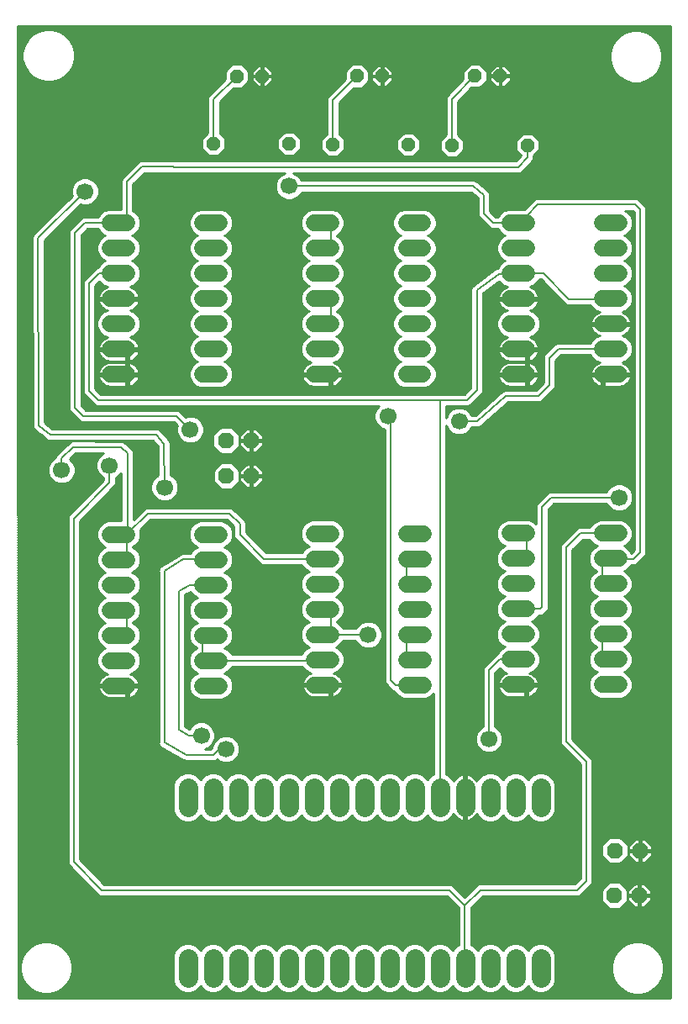
<source format=gbl>
G75*
%MOIN*%
%OFA0B0*%
%FSLAX25Y25*%
%IPPOS*%
%LPD*%
%AMOC8*
5,1,8,0,0,1.08239X$1,22.5*
%
%ADD10OC8,0.05200*%
%ADD11C,0.06600*%
%ADD12C,0.07677*%
%ADD13OC8,0.06300*%
%ADD14C,0.00600*%
%ADD15C,0.06693*%
%ADD16C,0.01000*%
%ADD17C,0.06500*%
%ADD18C,0.01600*%
D10*
X0083288Y0350185D03*
X0092460Y0377019D03*
X0102460Y0377019D03*
X0113288Y0350185D03*
X0130614Y0349861D03*
X0140059Y0377069D03*
X0150059Y0377069D03*
X0160614Y0349861D03*
X0177877Y0349668D03*
X0186967Y0377087D03*
X0196967Y0377087D03*
X0207877Y0349668D03*
D11*
X0207540Y0318807D02*
X0200940Y0318807D01*
X0200940Y0308807D02*
X0207540Y0308807D01*
X0207540Y0298807D02*
X0200940Y0298807D01*
X0200940Y0288807D02*
X0207540Y0288807D01*
X0207540Y0278807D02*
X0200940Y0278807D01*
X0200940Y0268807D02*
X0207540Y0268807D01*
X0207540Y0258807D02*
X0200940Y0258807D01*
X0166266Y0258807D02*
X0159666Y0258807D01*
X0159666Y0268807D02*
X0166266Y0268807D01*
X0166266Y0278807D02*
X0159666Y0278807D01*
X0159666Y0288807D02*
X0166266Y0288807D01*
X0166266Y0298807D02*
X0159666Y0298807D01*
X0159666Y0308807D02*
X0166266Y0308807D01*
X0166266Y0318807D02*
X0159666Y0318807D01*
X0129666Y0318807D02*
X0123066Y0318807D01*
X0123066Y0308807D02*
X0129666Y0308807D01*
X0129666Y0298807D02*
X0123066Y0298807D01*
X0123066Y0288807D02*
X0129666Y0288807D01*
X0129666Y0278807D02*
X0123066Y0278807D01*
X0123066Y0268807D02*
X0129666Y0268807D01*
X0129666Y0258807D02*
X0123066Y0258807D01*
X0085518Y0258807D02*
X0078918Y0258807D01*
X0078918Y0268807D02*
X0085518Y0268807D01*
X0085518Y0278807D02*
X0078918Y0278807D01*
X0078918Y0288807D02*
X0085518Y0288807D01*
X0085518Y0298807D02*
X0078918Y0298807D01*
X0078918Y0308807D02*
X0085518Y0308807D01*
X0085518Y0318807D02*
X0078918Y0318807D01*
X0048918Y0318807D02*
X0042318Y0318807D01*
X0042318Y0308807D02*
X0048918Y0308807D01*
X0048918Y0298807D02*
X0042318Y0298807D01*
X0042318Y0288807D02*
X0048918Y0288807D01*
X0048918Y0278807D02*
X0042318Y0278807D01*
X0042318Y0268807D02*
X0048918Y0268807D01*
X0048918Y0258807D02*
X0042318Y0258807D01*
X0042284Y0195333D02*
X0048884Y0195333D01*
X0048884Y0185333D02*
X0042284Y0185333D01*
X0042284Y0175333D02*
X0048884Y0175333D01*
X0048884Y0165333D02*
X0042284Y0165333D01*
X0042284Y0155333D02*
X0048884Y0155333D01*
X0048884Y0145333D02*
X0042284Y0145333D01*
X0042284Y0135333D02*
X0048884Y0135333D01*
X0078884Y0135333D02*
X0085484Y0135333D01*
X0085484Y0145333D02*
X0078884Y0145333D01*
X0078884Y0155333D02*
X0085484Y0155333D01*
X0085484Y0165333D02*
X0078884Y0165333D01*
X0078884Y0175333D02*
X0085484Y0175333D01*
X0085484Y0185333D02*
X0078884Y0185333D01*
X0078884Y0195333D02*
X0085484Y0195333D01*
X0123137Y0195657D02*
X0129737Y0195657D01*
X0129737Y0185657D02*
X0123137Y0185657D01*
X0123137Y0175657D02*
X0129737Y0175657D01*
X0129737Y0165657D02*
X0123137Y0165657D01*
X0123137Y0155657D02*
X0129737Y0155657D01*
X0129737Y0145657D02*
X0123137Y0145657D01*
X0123137Y0135657D02*
X0129737Y0135657D01*
X0159737Y0135657D02*
X0166337Y0135657D01*
X0166337Y0145657D02*
X0159737Y0145657D01*
X0159737Y0155657D02*
X0166337Y0155657D01*
X0166337Y0165657D02*
X0159737Y0165657D01*
X0159737Y0175657D02*
X0166337Y0175657D01*
X0166337Y0185657D02*
X0159737Y0185657D01*
X0159737Y0195657D02*
X0166337Y0195657D01*
X0200813Y0195710D02*
X0207413Y0195710D01*
X0207413Y0185710D02*
X0200813Y0185710D01*
X0200813Y0175710D02*
X0207413Y0175710D01*
X0207413Y0165710D02*
X0200813Y0165710D01*
X0200813Y0155710D02*
X0207413Y0155710D01*
X0207413Y0145710D02*
X0200813Y0145710D01*
X0200813Y0135710D02*
X0207413Y0135710D01*
X0237413Y0135710D02*
X0244013Y0135710D01*
X0244013Y0145710D02*
X0237413Y0145710D01*
X0237413Y0155710D02*
X0244013Y0155710D01*
X0244013Y0165710D02*
X0237413Y0165710D01*
X0237413Y0175710D02*
X0244013Y0175710D01*
X0244013Y0185710D02*
X0237413Y0185710D01*
X0237413Y0195710D02*
X0244013Y0195710D01*
X0244140Y0258807D02*
X0237540Y0258807D01*
X0237540Y0268807D02*
X0244140Y0268807D01*
X0244140Y0278807D02*
X0237540Y0278807D01*
X0237540Y0288807D02*
X0244140Y0288807D01*
X0244140Y0298807D02*
X0237540Y0298807D01*
X0237540Y0308807D02*
X0244140Y0308807D01*
X0244140Y0318807D02*
X0237540Y0318807D01*
D12*
X0213006Y0094886D02*
X0213006Y0087209D01*
X0203006Y0087209D02*
X0203006Y0094886D01*
X0193006Y0094886D02*
X0193006Y0087209D01*
X0183006Y0087209D02*
X0183006Y0094886D01*
X0173006Y0094886D02*
X0173006Y0087209D01*
X0163006Y0087209D02*
X0163006Y0094886D01*
X0153006Y0094886D02*
X0153006Y0087209D01*
X0143006Y0087209D02*
X0143006Y0094886D01*
X0133006Y0094886D02*
X0133006Y0087209D01*
X0123006Y0087209D02*
X0123006Y0094886D01*
X0113006Y0094886D02*
X0113006Y0087209D01*
X0103006Y0087209D02*
X0103006Y0094886D01*
X0093006Y0094886D02*
X0093006Y0087209D01*
X0083006Y0087209D02*
X0083006Y0094886D01*
X0073006Y0094886D02*
X0073006Y0087209D01*
X0073006Y0027209D02*
X0073006Y0019532D01*
X0083006Y0019532D02*
X0083006Y0027209D01*
X0093006Y0027209D02*
X0093006Y0019532D01*
X0103006Y0019532D02*
X0103006Y0027209D01*
X0113006Y0027209D02*
X0113006Y0019532D01*
X0123006Y0019532D02*
X0123006Y0027209D01*
X0133006Y0027209D02*
X0133006Y0019532D01*
X0143006Y0019532D02*
X0143006Y0027209D01*
X0153006Y0027209D02*
X0153006Y0019532D01*
X0163006Y0019532D02*
X0163006Y0027209D01*
X0173006Y0027209D02*
X0173006Y0019532D01*
X0183006Y0019532D02*
X0183006Y0027209D01*
X0193006Y0027209D02*
X0193006Y0019532D01*
X0203006Y0019532D02*
X0203006Y0027209D01*
X0213006Y0027209D02*
X0213006Y0019532D01*
D13*
X0242267Y0052194D03*
X0252267Y0052194D03*
X0252417Y0069962D03*
X0242417Y0069962D03*
X0098295Y0218493D03*
X0098225Y0232547D03*
X0088225Y0232547D03*
X0088295Y0218493D03*
D14*
X0089498Y0203599D02*
X0057150Y0203599D01*
X0049304Y0195753D01*
X0049011Y0196046D01*
X0049011Y0227537D01*
X0046536Y0229948D01*
X0035665Y0229965D01*
X0035613Y0229976D01*
X0027421Y0229976D01*
X0022927Y0225482D01*
X0022927Y0220830D01*
X0026412Y0234887D02*
X0018389Y0234810D01*
X0015859Y0236879D01*
X0015804Y0236881D01*
X0013777Y0238701D01*
X0013662Y0312732D01*
X0032230Y0331301D01*
X0032143Y0318807D02*
X0028295Y0314959D01*
X0028295Y0245464D01*
X0031596Y0242163D01*
X0068485Y0242163D01*
X0073734Y0236914D01*
X0073965Y0236914D01*
X0073950Y0236914D01*
X0063662Y0231214D02*
X0060379Y0234948D01*
X0030495Y0234948D01*
X0026412Y0234887D01*
X0037479Y0248577D02*
X0033764Y0252291D01*
X0033764Y0294782D01*
X0037790Y0298807D01*
X0048918Y0298807D01*
X0048918Y0318807D02*
X0032143Y0318807D01*
X0048918Y0318807D02*
X0048918Y0335116D01*
X0054845Y0341044D01*
X0067599Y0341044D01*
X0067602Y0341040D01*
X0204151Y0341040D01*
X0207877Y0344766D01*
X0207877Y0349668D01*
X0211909Y0326062D02*
X0250628Y0326062D01*
X0252485Y0324205D01*
X0252485Y0188161D01*
X0249876Y0185552D01*
X0237571Y0185552D01*
X0237413Y0185710D01*
X0237413Y0175710D01*
X0237413Y0155710D02*
X0237413Y0145710D01*
X0213662Y0166646D02*
X0212745Y0165729D01*
X0207432Y0165729D01*
X0207413Y0165710D01*
X0213662Y0166646D02*
X0213662Y0206292D01*
X0217329Y0209959D01*
X0244180Y0209959D01*
X0237413Y0195710D02*
X0228725Y0195710D01*
X0223081Y0190067D01*
X0223081Y0113208D01*
X0231076Y0105213D01*
X0231076Y0057932D01*
X0227498Y0054354D01*
X0189045Y0054354D01*
X0182934Y0048243D01*
X0182934Y0027281D01*
X0183006Y0027209D01*
X0182934Y0048243D02*
X0176885Y0054293D01*
X0038955Y0054293D01*
X0027825Y0065422D01*
X0027825Y0201689D01*
X0041960Y0215825D01*
X0041960Y0222696D01*
X0037479Y0248577D02*
X0172955Y0248577D01*
X0173006Y0248526D01*
X0173006Y0087209D01*
X0192512Y0114225D02*
X0192512Y0141453D01*
X0196770Y0145710D01*
X0207413Y0145710D01*
X0207413Y0185710D02*
X0207413Y0195710D01*
X0187976Y0240188D02*
X0180682Y0240188D01*
X0183932Y0248596D02*
X0172955Y0248577D01*
X0183932Y0248596D02*
X0187698Y0252473D01*
X0187695Y0292109D01*
X0196364Y0298632D01*
X0207365Y0298632D01*
X0207540Y0298807D01*
X0214106Y0298807D01*
X0224241Y0288673D01*
X0237405Y0288673D01*
X0237540Y0288807D01*
X0237540Y0268807D02*
X0237524Y0268791D01*
X0220025Y0268791D01*
X0216586Y0265352D01*
X0216586Y0254667D01*
X0212047Y0250129D01*
X0199252Y0250129D01*
X0187976Y0240188D01*
X0153424Y0241172D02*
X0152433Y0242163D01*
X0153424Y0241172D02*
X0153424Y0137574D01*
X0155341Y0135657D01*
X0159737Y0135657D01*
X0159737Y0145657D02*
X0159737Y0155657D01*
X0159737Y0175657D02*
X0159737Y0185657D01*
X0144508Y0155657D02*
X0144596Y0155570D01*
X0144508Y0155657D02*
X0129737Y0155657D01*
X0129737Y0165657D01*
X0129737Y0145657D02*
X0129413Y0145333D01*
X0078884Y0145333D01*
X0078884Y0155333D01*
X0069530Y0172805D02*
X0073933Y0175281D01*
X0078832Y0175281D01*
X0078884Y0175333D01*
X0078884Y0185333D02*
X0078780Y0185438D01*
X0071214Y0185438D01*
X0063752Y0180866D01*
X0063752Y0112712D01*
X0072555Y0107899D01*
X0083012Y0107899D01*
X0085350Y0110237D01*
X0088102Y0110237D01*
X0078335Y0115600D02*
X0073657Y0115600D01*
X0069530Y0117800D01*
X0069530Y0172805D01*
X0048884Y0165333D02*
X0048884Y0155333D01*
X0048884Y0185333D02*
X0048884Y0195333D01*
X0049304Y0195753D01*
X0063754Y0213968D02*
X0063662Y0231214D01*
X0089498Y0203599D02*
X0093676Y0199421D01*
X0093676Y0195292D01*
X0103310Y0185657D01*
X0129737Y0185657D01*
X0123057Y0212084D02*
X0115530Y0212084D01*
X0106428Y0202981D01*
X0129666Y0278807D02*
X0129666Y0288807D01*
X0129666Y0308807D02*
X0129666Y0318807D01*
X0115592Y0333410D02*
X0113138Y0333423D01*
X0115592Y0333410D02*
X0186300Y0333410D01*
X0190455Y0329805D01*
X0190449Y0322422D01*
X0194063Y0318807D01*
X0207540Y0318807D01*
X0207540Y0321692D01*
X0211909Y0326062D01*
X0177877Y0349668D02*
X0177877Y0367996D01*
X0186967Y0377087D01*
X0140059Y0377069D02*
X0130614Y0367624D01*
X0130614Y0349861D01*
X0092460Y0377019D02*
X0083288Y0367846D01*
X0083288Y0350185D01*
D15*
X0113138Y0333423D03*
X0152433Y0242163D03*
X0180682Y0240188D03*
X0144596Y0155570D03*
X0192512Y0114225D03*
X0244180Y0209959D03*
X0088102Y0110237D03*
X0078335Y0115600D03*
X0063754Y0213968D03*
X0073965Y0236914D03*
X0041960Y0222696D03*
X0022927Y0220830D03*
X0032230Y0331301D03*
D16*
X0005503Y0396948D02*
X0005722Y0011378D01*
X0264626Y0011375D01*
X0264407Y0396945D01*
X0005503Y0396948D01*
X0005503Y0396909D02*
X0264407Y0396909D01*
X0264407Y0395910D02*
X0005503Y0395910D01*
X0005504Y0394912D02*
X0013899Y0394912D01*
X0013697Y0394858D02*
X0011324Y0393488D01*
X0009386Y0391550D01*
X0008017Y0389178D01*
X0007307Y0386531D01*
X0007307Y0383791D01*
X0008017Y0381145D01*
X0009386Y0378772D01*
X0011324Y0376835D01*
X0013697Y0375465D01*
X0016343Y0374756D01*
X0019083Y0374756D01*
X0021729Y0375465D01*
X0024102Y0376835D01*
X0026039Y0378772D01*
X0027409Y0381145D01*
X0028118Y0383791D01*
X0028118Y0386531D01*
X0027409Y0389178D01*
X0026039Y0391550D01*
X0024102Y0393488D01*
X0021729Y0394858D01*
X0019083Y0395567D01*
X0016343Y0395567D01*
X0013697Y0394858D01*
X0012061Y0393913D02*
X0005504Y0393913D01*
X0005505Y0392915D02*
X0010751Y0392915D01*
X0009752Y0391916D02*
X0005505Y0391916D01*
X0005506Y0390918D02*
X0009021Y0390918D01*
X0008445Y0389919D02*
X0005507Y0389919D01*
X0005507Y0388921D02*
X0007948Y0388921D01*
X0007680Y0387922D02*
X0005508Y0387922D01*
X0005508Y0386924D02*
X0007413Y0386924D01*
X0007307Y0385925D02*
X0005509Y0385925D01*
X0005509Y0384927D02*
X0007307Y0384927D01*
X0007307Y0383928D02*
X0005510Y0383928D01*
X0005511Y0382930D02*
X0007538Y0382930D01*
X0007806Y0381931D02*
X0005511Y0381931D01*
X0005512Y0380933D02*
X0008139Y0380933D01*
X0008715Y0379934D02*
X0005512Y0379934D01*
X0005513Y0378936D02*
X0009292Y0378936D01*
X0010221Y0377937D02*
X0005513Y0377937D01*
X0005514Y0376939D02*
X0011220Y0376939D01*
X0012873Y0375940D02*
X0005515Y0375940D01*
X0005515Y0374942D02*
X0015649Y0374942D01*
X0019777Y0374942D02*
X0086989Y0374942D01*
X0087760Y0375713D02*
X0081253Y0369206D01*
X0080888Y0368324D01*
X0080888Y0354432D01*
X0078588Y0352132D01*
X0078588Y0348238D01*
X0081341Y0345485D01*
X0085235Y0345485D01*
X0087988Y0348238D01*
X0087988Y0352132D01*
X0085688Y0354432D01*
X0085688Y0366852D01*
X0091154Y0372319D01*
X0094407Y0372319D01*
X0097160Y0375072D01*
X0097160Y0378965D01*
X0094407Y0381719D01*
X0090513Y0381719D01*
X0087760Y0378965D01*
X0087760Y0375713D01*
X0087760Y0375940D02*
X0022553Y0375940D01*
X0024206Y0376939D02*
X0087760Y0376939D01*
X0087760Y0377937D02*
X0025204Y0377937D01*
X0026134Y0378936D02*
X0087760Y0378936D01*
X0088729Y0379934D02*
X0026710Y0379934D01*
X0027287Y0380933D02*
X0089728Y0380933D01*
X0095193Y0380933D02*
X0100576Y0380933D01*
X0100762Y0381119D02*
X0098360Y0378717D01*
X0098360Y0377319D01*
X0102160Y0377319D01*
X0102160Y0381119D01*
X0100762Y0381119D01*
X0102160Y0380933D02*
X0102760Y0380933D01*
X0102760Y0381119D02*
X0104158Y0381119D01*
X0106560Y0378717D01*
X0106560Y0377319D01*
X0102760Y0377319D01*
X0102160Y0377319D01*
X0102160Y0376719D01*
X0098360Y0376719D01*
X0098360Y0375320D01*
X0100762Y0372919D01*
X0102160Y0372919D01*
X0102160Y0376718D01*
X0102760Y0376718D01*
X0102760Y0372919D01*
X0104158Y0372919D01*
X0106560Y0375320D01*
X0106560Y0376719D01*
X0102760Y0376719D01*
X0102760Y0377319D01*
X0102760Y0381119D01*
X0102760Y0379934D02*
X0102160Y0379934D01*
X0102160Y0378936D02*
X0102760Y0378936D01*
X0102760Y0377937D02*
X0102160Y0377937D01*
X0102160Y0376939D02*
X0097160Y0376939D01*
X0097160Y0377937D02*
X0098360Y0377937D01*
X0098579Y0378936D02*
X0097160Y0378936D01*
X0096191Y0379934D02*
X0099578Y0379934D01*
X0098360Y0375940D02*
X0097160Y0375940D01*
X0097030Y0374942D02*
X0098739Y0374942D01*
X0099737Y0373943D02*
X0096032Y0373943D01*
X0095033Y0372945D02*
X0100736Y0372945D01*
X0102160Y0372945D02*
X0102760Y0372945D01*
X0102760Y0373943D02*
X0102160Y0373943D01*
X0102160Y0374942D02*
X0102760Y0374942D01*
X0102760Y0375940D02*
X0102160Y0375940D01*
X0102760Y0376939D02*
X0135359Y0376939D01*
X0135359Y0377937D02*
X0106560Y0377937D01*
X0106341Y0378936D02*
X0135359Y0378936D01*
X0135359Y0379016D02*
X0135359Y0375763D01*
X0128579Y0368984D01*
X0128214Y0368102D01*
X0128214Y0354108D01*
X0125914Y0351808D01*
X0125914Y0347914D01*
X0128667Y0345161D01*
X0132561Y0345161D01*
X0135314Y0347914D01*
X0135314Y0351808D01*
X0133014Y0354108D01*
X0133014Y0366630D01*
X0138753Y0372369D01*
X0142006Y0372369D01*
X0144759Y0375122D01*
X0144759Y0379016D01*
X0142006Y0381769D01*
X0138112Y0381769D01*
X0135359Y0379016D01*
X0136277Y0379934D02*
X0105343Y0379934D01*
X0104344Y0380933D02*
X0137276Y0380933D01*
X0135359Y0375940D02*
X0106560Y0375940D01*
X0106182Y0374942D02*
X0134538Y0374942D01*
X0133539Y0373943D02*
X0105183Y0373943D01*
X0104185Y0372945D02*
X0132541Y0372945D01*
X0131542Y0371946D02*
X0090782Y0371946D01*
X0089783Y0370948D02*
X0130544Y0370948D01*
X0129545Y0369949D02*
X0088785Y0369949D01*
X0087786Y0368951D02*
X0128566Y0368951D01*
X0128214Y0367952D02*
X0086788Y0367952D01*
X0085789Y0366954D02*
X0128214Y0366954D01*
X0128214Y0365955D02*
X0085688Y0365955D01*
X0085688Y0364957D02*
X0128214Y0364957D01*
X0128214Y0363958D02*
X0085688Y0363958D01*
X0085688Y0362960D02*
X0128214Y0362960D01*
X0128214Y0361961D02*
X0085688Y0361961D01*
X0085688Y0360963D02*
X0128214Y0360963D01*
X0128214Y0359964D02*
X0085688Y0359964D01*
X0085688Y0358966D02*
X0128214Y0358966D01*
X0128214Y0357967D02*
X0085688Y0357967D01*
X0085688Y0356969D02*
X0128214Y0356969D01*
X0128214Y0355970D02*
X0085688Y0355970D01*
X0085688Y0354972D02*
X0128214Y0354972D01*
X0128080Y0353973D02*
X0116147Y0353973D01*
X0115235Y0354885D02*
X0111341Y0354885D01*
X0108588Y0352132D01*
X0108588Y0348238D01*
X0111341Y0345485D01*
X0115235Y0345485D01*
X0117988Y0348238D01*
X0117988Y0352132D01*
X0115235Y0354885D01*
X0117145Y0352974D02*
X0127081Y0352974D01*
X0126083Y0351976D02*
X0117988Y0351976D01*
X0117988Y0350977D02*
X0125914Y0350977D01*
X0125914Y0349979D02*
X0117988Y0349979D01*
X0117988Y0348980D02*
X0125914Y0348980D01*
X0125914Y0347982D02*
X0117731Y0347982D01*
X0116733Y0346983D02*
X0126845Y0346983D01*
X0127843Y0345985D02*
X0115734Y0345985D01*
X0110841Y0345985D02*
X0085734Y0345985D01*
X0086733Y0346983D02*
X0109843Y0346983D01*
X0108844Y0347982D02*
X0087731Y0347982D01*
X0087988Y0348980D02*
X0108588Y0348980D01*
X0108588Y0349979D02*
X0087988Y0349979D01*
X0087988Y0350977D02*
X0108588Y0350977D01*
X0108588Y0351976D02*
X0087988Y0351976D01*
X0087145Y0352974D02*
X0109430Y0352974D01*
X0110429Y0353973D02*
X0086147Y0353973D01*
X0080888Y0354972D02*
X0005526Y0354972D01*
X0005526Y0355970D02*
X0080888Y0355970D01*
X0080888Y0356969D02*
X0005525Y0356969D01*
X0005525Y0357967D02*
X0080888Y0357967D01*
X0080888Y0358966D02*
X0005524Y0358966D01*
X0005524Y0359964D02*
X0080888Y0359964D01*
X0080888Y0360963D02*
X0005523Y0360963D01*
X0005522Y0361961D02*
X0080888Y0361961D01*
X0080888Y0362960D02*
X0005522Y0362960D01*
X0005521Y0363958D02*
X0080888Y0363958D01*
X0080888Y0364957D02*
X0005521Y0364957D01*
X0005520Y0365955D02*
X0080888Y0365955D01*
X0080888Y0366954D02*
X0005520Y0366954D01*
X0005519Y0367952D02*
X0080888Y0367952D01*
X0081148Y0368951D02*
X0005518Y0368951D01*
X0005518Y0369949D02*
X0081997Y0369949D01*
X0082995Y0370948D02*
X0005517Y0370948D01*
X0005517Y0371946D02*
X0083994Y0371946D01*
X0084992Y0372945D02*
X0005516Y0372945D01*
X0005516Y0373943D02*
X0085991Y0373943D01*
X0080429Y0353973D02*
X0005527Y0353973D01*
X0005528Y0352974D02*
X0079430Y0352974D01*
X0078588Y0351976D02*
X0005528Y0351976D01*
X0005529Y0350977D02*
X0078588Y0350977D01*
X0078588Y0349979D02*
X0005529Y0349979D01*
X0005530Y0348980D02*
X0078588Y0348980D01*
X0078844Y0347982D02*
X0005530Y0347982D01*
X0005531Y0346983D02*
X0079843Y0346983D01*
X0080841Y0345985D02*
X0005532Y0345985D01*
X0005532Y0344986D02*
X0175911Y0344986D01*
X0175930Y0344968D02*
X0179823Y0344968D01*
X0182577Y0347721D01*
X0182577Y0351615D01*
X0180277Y0353915D01*
X0180277Y0367002D01*
X0185661Y0372387D01*
X0188914Y0372387D01*
X0191667Y0375140D01*
X0191667Y0379033D01*
X0188914Y0381787D01*
X0185020Y0381787D01*
X0182267Y0379033D01*
X0182267Y0375781D01*
X0175842Y0369356D01*
X0175477Y0368474D01*
X0175477Y0353915D01*
X0173177Y0351615D01*
X0173177Y0347721D01*
X0175930Y0344968D01*
X0174913Y0345985D02*
X0163385Y0345985D01*
X0162561Y0345161D02*
X0165314Y0347914D01*
X0165314Y0351808D01*
X0162561Y0354561D01*
X0158667Y0354561D01*
X0155914Y0351808D01*
X0155914Y0347914D01*
X0158667Y0345161D01*
X0162561Y0345161D01*
X0164384Y0346983D02*
X0173914Y0346983D01*
X0173177Y0347982D02*
X0165314Y0347982D01*
X0165314Y0348980D02*
X0173177Y0348980D01*
X0173177Y0349979D02*
X0165314Y0349979D01*
X0165314Y0350977D02*
X0173177Y0350977D01*
X0173538Y0351976D02*
X0165146Y0351976D01*
X0164147Y0352974D02*
X0174536Y0352974D01*
X0175477Y0353973D02*
X0163149Y0353973D01*
X0158080Y0353973D02*
X0133149Y0353973D01*
X0133014Y0354972D02*
X0175477Y0354972D01*
X0175477Y0355970D02*
X0133014Y0355970D01*
X0133014Y0356969D02*
X0175477Y0356969D01*
X0175477Y0357967D02*
X0133014Y0357967D01*
X0133014Y0358966D02*
X0175477Y0358966D01*
X0175477Y0359964D02*
X0133014Y0359964D01*
X0133014Y0360963D02*
X0175477Y0360963D01*
X0175477Y0361961D02*
X0133014Y0361961D01*
X0133014Y0362960D02*
X0175477Y0362960D01*
X0175477Y0363958D02*
X0133014Y0363958D01*
X0133014Y0364957D02*
X0175477Y0364957D01*
X0175477Y0365955D02*
X0133014Y0365955D01*
X0133338Y0366954D02*
X0175477Y0366954D01*
X0175477Y0367952D02*
X0134336Y0367952D01*
X0135335Y0368951D02*
X0175674Y0368951D01*
X0176435Y0369949D02*
X0136333Y0369949D01*
X0137332Y0370948D02*
X0177434Y0370948D01*
X0178432Y0371946D02*
X0138330Y0371946D01*
X0142581Y0372945D02*
X0179431Y0372945D01*
X0180429Y0373943D02*
X0152731Y0373943D01*
X0151757Y0372969D02*
X0154159Y0375371D01*
X0154159Y0376769D01*
X0150359Y0376769D01*
X0150359Y0377369D01*
X0154159Y0377369D01*
X0154159Y0378767D01*
X0151757Y0381169D01*
X0150359Y0381169D01*
X0150359Y0377369D01*
X0149759Y0377369D01*
X0149759Y0381169D01*
X0148361Y0381169D01*
X0145959Y0378767D01*
X0145959Y0377369D01*
X0149759Y0377369D01*
X0149759Y0376769D01*
X0150359Y0376769D01*
X0150359Y0372969D01*
X0151757Y0372969D01*
X0150359Y0373943D02*
X0149759Y0373943D01*
X0149759Y0372969D02*
X0149759Y0376769D01*
X0145959Y0376769D01*
X0145959Y0375371D01*
X0148361Y0372969D01*
X0149759Y0372969D01*
X0149759Y0374942D02*
X0150359Y0374942D01*
X0150359Y0375940D02*
X0149759Y0375940D01*
X0149759Y0376939D02*
X0144759Y0376939D01*
X0144759Y0377937D02*
X0145959Y0377937D01*
X0146127Y0378936D02*
X0144759Y0378936D01*
X0143840Y0379934D02*
X0147126Y0379934D01*
X0148124Y0380933D02*
X0142842Y0380933D01*
X0144759Y0375940D02*
X0145959Y0375940D01*
X0146388Y0374942D02*
X0144578Y0374942D01*
X0143580Y0373943D02*
X0147386Y0373943D01*
X0150359Y0376939D02*
X0182267Y0376939D01*
X0182267Y0377937D02*
X0154159Y0377937D01*
X0153990Y0378936D02*
X0182267Y0378936D01*
X0183168Y0379934D02*
X0152992Y0379934D01*
X0151993Y0380933D02*
X0184166Y0380933D01*
X0182267Y0375940D02*
X0154159Y0375940D01*
X0153730Y0374942D02*
X0181428Y0374942D01*
X0185221Y0371946D02*
X0264421Y0371946D01*
X0264421Y0370948D02*
X0184222Y0370948D01*
X0183224Y0369949D02*
X0264422Y0369949D01*
X0264422Y0368951D02*
X0182225Y0368951D01*
X0181227Y0367952D02*
X0264423Y0367952D01*
X0264424Y0366954D02*
X0180277Y0366954D01*
X0180277Y0365955D02*
X0264424Y0365955D01*
X0264425Y0364957D02*
X0180277Y0364957D01*
X0180277Y0363958D02*
X0264425Y0363958D01*
X0264426Y0362960D02*
X0180277Y0362960D01*
X0180277Y0361961D02*
X0264426Y0361961D01*
X0264427Y0360963D02*
X0180277Y0360963D01*
X0180277Y0359964D02*
X0264428Y0359964D01*
X0264428Y0358966D02*
X0180277Y0358966D01*
X0180277Y0357967D02*
X0264429Y0357967D01*
X0264429Y0356969D02*
X0180277Y0356969D01*
X0180277Y0355970D02*
X0264430Y0355970D01*
X0264430Y0354972D02*
X0180277Y0354972D01*
X0180277Y0353973D02*
X0205535Y0353973D01*
X0205930Y0354368D02*
X0203177Y0351615D01*
X0203177Y0347721D01*
X0205307Y0345591D01*
X0203156Y0343440D01*
X0068085Y0343440D01*
X0068077Y0343444D01*
X0054367Y0343444D01*
X0053485Y0343078D01*
X0052810Y0342403D01*
X0046883Y0336476D01*
X0046518Y0335594D01*
X0046518Y0324207D01*
X0041244Y0324207D01*
X0039259Y0323385D01*
X0037740Y0321866D01*
X0037467Y0321207D01*
X0031666Y0321207D01*
X0030783Y0320842D01*
X0026935Y0316994D01*
X0026260Y0316319D01*
X0025895Y0315436D01*
X0025895Y0244987D01*
X0026260Y0244105D01*
X0029561Y0240804D01*
X0030236Y0240128D01*
X0031119Y0239763D01*
X0067491Y0239763D01*
X0068735Y0238519D01*
X0068519Y0237998D01*
X0068519Y0235831D01*
X0069348Y0233829D01*
X0070880Y0232297D01*
X0072882Y0231468D01*
X0075048Y0231468D01*
X0077050Y0232297D01*
X0078582Y0233829D01*
X0079412Y0235831D01*
X0079412Y0237998D01*
X0078582Y0240000D01*
X0077050Y0241532D01*
X0075048Y0242361D01*
X0072882Y0242361D01*
X0072033Y0242009D01*
X0069845Y0244198D01*
X0068963Y0244563D01*
X0032590Y0244563D01*
X0030695Y0246458D01*
X0030695Y0313965D01*
X0033137Y0316407D01*
X0037467Y0316407D01*
X0037740Y0315748D01*
X0039259Y0314229D01*
X0040278Y0313807D01*
X0039259Y0313385D01*
X0037740Y0311866D01*
X0036918Y0309881D01*
X0036918Y0307733D01*
X0037740Y0305748D01*
X0039259Y0304229D01*
X0040278Y0303807D01*
X0039259Y0303385D01*
X0037740Y0301866D01*
X0037467Y0301207D01*
X0037313Y0301207D01*
X0036430Y0300842D01*
X0032405Y0296816D01*
X0031730Y0296141D01*
X0031364Y0295259D01*
X0031364Y0251813D01*
X0031730Y0250931D01*
X0035444Y0247217D01*
X0036119Y0246542D01*
X0037001Y0246177D01*
X0148744Y0246177D01*
X0147816Y0245248D01*
X0146986Y0243246D01*
X0146986Y0241080D01*
X0147816Y0239078D01*
X0149348Y0237546D01*
X0151024Y0236852D01*
X0151024Y0137097D01*
X0151389Y0136215D01*
X0152064Y0135540D01*
X0153981Y0133623D01*
X0154863Y0133257D01*
X0154886Y0133257D01*
X0155159Y0132599D01*
X0156678Y0131079D01*
X0158662Y0130257D01*
X0167411Y0130257D01*
X0169395Y0131079D01*
X0170606Y0132290D01*
X0170606Y0100320D01*
X0169642Y0099921D01*
X0168006Y0098285D01*
X0166370Y0099921D01*
X0164187Y0100825D01*
X0161824Y0100825D01*
X0159642Y0099921D01*
X0158006Y0098285D01*
X0156370Y0099921D01*
X0154187Y0100825D01*
X0151824Y0100825D01*
X0149642Y0099921D01*
X0148006Y0098285D01*
X0146370Y0099921D01*
X0144187Y0100825D01*
X0141824Y0100825D01*
X0139642Y0099921D01*
X0138006Y0098285D01*
X0136370Y0099921D01*
X0134187Y0100825D01*
X0131824Y0100825D01*
X0129642Y0099921D01*
X0128006Y0098285D01*
X0126370Y0099921D01*
X0124187Y0100825D01*
X0121824Y0100825D01*
X0119642Y0099921D01*
X0118006Y0098285D01*
X0116370Y0099921D01*
X0114187Y0100825D01*
X0111824Y0100825D01*
X0109642Y0099921D01*
X0108006Y0098285D01*
X0106370Y0099921D01*
X0104187Y0100825D01*
X0101824Y0100825D01*
X0099642Y0099921D01*
X0098006Y0098285D01*
X0096370Y0099921D01*
X0094187Y0100825D01*
X0091824Y0100825D01*
X0089642Y0099921D01*
X0088006Y0098285D01*
X0086370Y0099921D01*
X0084187Y0100825D01*
X0081824Y0100825D01*
X0079642Y0099921D01*
X0078006Y0098285D01*
X0076370Y0099921D01*
X0074187Y0100825D01*
X0071824Y0100825D01*
X0069642Y0099921D01*
X0067971Y0098250D01*
X0067067Y0096068D01*
X0067067Y0086028D01*
X0067971Y0083845D01*
X0069642Y0082175D01*
X0071824Y0081271D01*
X0074187Y0081271D01*
X0076370Y0082175D01*
X0078006Y0083811D01*
X0079642Y0082175D01*
X0081824Y0081271D01*
X0084187Y0081271D01*
X0086370Y0082175D01*
X0088006Y0083811D01*
X0089642Y0082175D01*
X0091824Y0081271D01*
X0094187Y0081271D01*
X0096370Y0082175D01*
X0098006Y0083811D01*
X0099642Y0082175D01*
X0101824Y0081271D01*
X0104187Y0081271D01*
X0106370Y0082175D01*
X0108006Y0083811D01*
X0109642Y0082175D01*
X0111824Y0081271D01*
X0114187Y0081271D01*
X0116370Y0082175D01*
X0118006Y0083811D01*
X0119642Y0082175D01*
X0121824Y0081271D01*
X0124187Y0081271D01*
X0126370Y0082175D01*
X0128006Y0083811D01*
X0129642Y0082175D01*
X0131824Y0081271D01*
X0134187Y0081271D01*
X0136370Y0082175D01*
X0138006Y0083811D01*
X0139642Y0082175D01*
X0141824Y0081271D01*
X0144187Y0081271D01*
X0146370Y0082175D01*
X0148006Y0083811D01*
X0149642Y0082175D01*
X0151824Y0081271D01*
X0154187Y0081271D01*
X0156370Y0082175D01*
X0158006Y0083811D01*
X0159642Y0082175D01*
X0161824Y0081271D01*
X0164187Y0081271D01*
X0166370Y0082175D01*
X0168006Y0083811D01*
X0169642Y0082175D01*
X0171824Y0081271D01*
X0174187Y0081271D01*
X0176370Y0082175D01*
X0178040Y0083845D01*
X0178349Y0084590D01*
X0178440Y0084411D01*
X0178934Y0083731D01*
X0179528Y0083137D01*
X0180208Y0082643D01*
X0180956Y0082262D01*
X0181756Y0082002D01*
X0182506Y0081883D01*
X0182506Y0086709D01*
X0183506Y0086709D01*
X0183506Y0081883D01*
X0184256Y0082002D01*
X0185055Y0082262D01*
X0185804Y0082643D01*
X0186484Y0083137D01*
X0187078Y0083731D01*
X0187572Y0084411D01*
X0187663Y0084590D01*
X0187971Y0083845D01*
X0189642Y0082175D01*
X0191824Y0081271D01*
X0194187Y0081271D01*
X0196370Y0082175D01*
X0198006Y0083811D01*
X0199642Y0082175D01*
X0201824Y0081271D01*
X0204187Y0081271D01*
X0206370Y0082175D01*
X0208006Y0083811D01*
X0209642Y0082175D01*
X0211824Y0081271D01*
X0214187Y0081271D01*
X0216370Y0082175D01*
X0218040Y0083845D01*
X0218944Y0086028D01*
X0218944Y0096068D01*
X0218040Y0098250D01*
X0216370Y0099921D01*
X0214187Y0100825D01*
X0211824Y0100825D01*
X0209642Y0099921D01*
X0208006Y0098285D01*
X0206370Y0099921D01*
X0204187Y0100825D01*
X0201824Y0100825D01*
X0199642Y0099921D01*
X0198006Y0098285D01*
X0196370Y0099921D01*
X0194187Y0100825D01*
X0191824Y0100825D01*
X0189642Y0099921D01*
X0187971Y0098250D01*
X0187663Y0097506D01*
X0187572Y0097684D01*
X0187078Y0098364D01*
X0186484Y0098958D01*
X0185804Y0099452D01*
X0185055Y0099834D01*
X0184256Y0100094D01*
X0183506Y0100212D01*
X0183506Y0087709D01*
X0182506Y0087709D01*
X0182506Y0100212D01*
X0181756Y0100094D01*
X0180956Y0099834D01*
X0180208Y0099452D01*
X0179528Y0098958D01*
X0178934Y0098364D01*
X0178440Y0097684D01*
X0178349Y0097506D01*
X0178040Y0098250D01*
X0176370Y0099921D01*
X0175406Y0100320D01*
X0175406Y0238693D01*
X0176064Y0237103D01*
X0177596Y0235571D01*
X0179598Y0234742D01*
X0181765Y0234742D01*
X0183767Y0235571D01*
X0185299Y0237103D01*
X0185583Y0237788D01*
X0187901Y0237788D01*
X0188302Y0237763D01*
X0188376Y0237788D01*
X0188454Y0237788D01*
X0188825Y0237942D01*
X0189205Y0238072D01*
X0189264Y0238124D01*
X0189336Y0238154D01*
X0189620Y0238438D01*
X0200159Y0247729D01*
X0212524Y0247729D01*
X0213406Y0248094D01*
X0213487Y0248175D01*
X0214082Y0248769D01*
X0214082Y0248769D01*
X0218540Y0253228D01*
X0218620Y0253308D01*
X0218985Y0254190D01*
X0218985Y0264358D01*
X0221019Y0266391D01*
X0232696Y0266391D01*
X0232962Y0265748D01*
X0234481Y0264229D01*
X0236333Y0263462D01*
X0235697Y0263255D01*
X0235024Y0262912D01*
X0234413Y0262468D01*
X0233879Y0261934D01*
X0233434Y0261323D01*
X0233091Y0260650D01*
X0232858Y0259931D01*
X0232759Y0259307D01*
X0237040Y0259307D01*
X0237040Y0258307D01*
X0238040Y0258307D01*
X0238040Y0259307D01*
X0248920Y0259307D01*
X0248822Y0259931D01*
X0248588Y0260650D01*
X0248245Y0261323D01*
X0247801Y0261934D01*
X0247267Y0262468D01*
X0246656Y0262912D01*
X0245982Y0263255D01*
X0245346Y0263462D01*
X0247199Y0264229D01*
X0248718Y0265748D01*
X0249540Y0267733D01*
X0249540Y0269881D01*
X0248718Y0271866D01*
X0247199Y0273385D01*
X0245346Y0274152D01*
X0245982Y0274359D01*
X0246656Y0274702D01*
X0247267Y0275146D01*
X0247801Y0275680D01*
X0248245Y0276291D01*
X0248588Y0276965D01*
X0248822Y0277683D01*
X0248920Y0278307D01*
X0238040Y0278307D01*
X0238040Y0279307D01*
X0248920Y0279307D01*
X0248822Y0279931D01*
X0248588Y0280650D01*
X0248245Y0281323D01*
X0247801Y0281934D01*
X0247267Y0282468D01*
X0246656Y0282912D01*
X0245982Y0283255D01*
X0245346Y0283462D01*
X0247199Y0284229D01*
X0248718Y0285748D01*
X0249540Y0287733D01*
X0249540Y0289881D01*
X0248718Y0291866D01*
X0247199Y0293385D01*
X0246180Y0293807D01*
X0247199Y0294229D01*
X0248718Y0295748D01*
X0249540Y0297733D01*
X0249540Y0299881D01*
X0248718Y0301866D01*
X0247199Y0303385D01*
X0246180Y0303807D01*
X0247199Y0304229D01*
X0248718Y0305748D01*
X0249540Y0307733D01*
X0249540Y0309881D01*
X0248718Y0311866D01*
X0247199Y0313385D01*
X0246180Y0313807D01*
X0247199Y0314229D01*
X0248718Y0315748D01*
X0249540Y0317733D01*
X0249540Y0319881D01*
X0248718Y0321866D01*
X0247199Y0323385D01*
X0246531Y0323662D01*
X0249634Y0323662D01*
X0250085Y0323211D01*
X0250085Y0189155D01*
X0248915Y0187986D01*
X0248591Y0188769D01*
X0247072Y0190288D01*
X0246053Y0190710D01*
X0247072Y0191133D01*
X0248591Y0192652D01*
X0249413Y0194636D01*
X0249413Y0196785D01*
X0248591Y0198769D01*
X0247072Y0200288D01*
X0245087Y0201110D01*
X0236339Y0201110D01*
X0234354Y0200288D01*
X0232835Y0198769D01*
X0232562Y0198110D01*
X0228247Y0198110D01*
X0227365Y0197745D01*
X0221722Y0192101D01*
X0221046Y0191426D01*
X0220681Y0190544D01*
X0220681Y0112730D01*
X0221046Y0111848D01*
X0228676Y0104218D01*
X0228676Y0058926D01*
X0226504Y0056754D01*
X0188568Y0056754D01*
X0187686Y0056389D01*
X0182934Y0051637D01*
X0178244Y0056327D01*
X0177362Y0056693D01*
X0039949Y0056693D01*
X0030225Y0066416D01*
X0030225Y0200695D01*
X0043995Y0214465D01*
X0044360Y0215347D01*
X0044360Y0217795D01*
X0045045Y0218079D01*
X0046577Y0219611D01*
X0046611Y0219693D01*
X0046611Y0200733D01*
X0041210Y0200733D01*
X0039225Y0199911D01*
X0037706Y0198392D01*
X0036884Y0196408D01*
X0036884Y0194259D01*
X0037706Y0192275D01*
X0039225Y0190755D01*
X0040244Y0190333D01*
X0039225Y0189911D01*
X0037706Y0188392D01*
X0036884Y0186408D01*
X0036884Y0184259D01*
X0037706Y0182275D01*
X0039225Y0180755D01*
X0040244Y0180333D01*
X0039225Y0179911D01*
X0037706Y0178392D01*
X0036884Y0176408D01*
X0036884Y0174259D01*
X0037706Y0172275D01*
X0039225Y0170755D01*
X0040244Y0170333D01*
X0039225Y0169911D01*
X0037706Y0168392D01*
X0036884Y0166408D01*
X0036884Y0164259D01*
X0037706Y0162275D01*
X0039225Y0160755D01*
X0040244Y0160333D01*
X0039225Y0159911D01*
X0037706Y0158392D01*
X0036884Y0156408D01*
X0036884Y0154259D01*
X0037706Y0152275D01*
X0039225Y0150755D01*
X0040244Y0150333D01*
X0039225Y0149911D01*
X0037706Y0148392D01*
X0036884Y0146408D01*
X0036884Y0144259D01*
X0037706Y0142275D01*
X0039225Y0140755D01*
X0041077Y0139988D01*
X0040441Y0139782D01*
X0039768Y0139439D01*
X0039157Y0138995D01*
X0038623Y0138460D01*
X0038178Y0137849D01*
X0037835Y0137176D01*
X0037602Y0136457D01*
X0037503Y0135833D01*
X0048384Y0135833D01*
X0048384Y0134833D01*
X0049384Y0134833D01*
X0049384Y0130553D01*
X0050008Y0130652D01*
X0050726Y0130885D01*
X0051400Y0131228D01*
X0052011Y0131672D01*
X0052545Y0132206D01*
X0052989Y0132818D01*
X0053332Y0133491D01*
X0053566Y0134209D01*
X0053664Y0134833D01*
X0049384Y0134833D01*
X0049384Y0135833D01*
X0053664Y0135833D01*
X0053566Y0136457D01*
X0053332Y0137176D01*
X0052989Y0137849D01*
X0052545Y0138460D01*
X0052011Y0138995D01*
X0051400Y0139439D01*
X0050726Y0139782D01*
X0050090Y0139988D01*
X0051943Y0140755D01*
X0053462Y0142275D01*
X0054284Y0144259D01*
X0054284Y0146408D01*
X0053462Y0148392D01*
X0051943Y0149911D01*
X0050924Y0150333D01*
X0051943Y0150755D01*
X0053462Y0152275D01*
X0054284Y0154259D01*
X0054284Y0156408D01*
X0053462Y0158392D01*
X0051943Y0159911D01*
X0051284Y0160184D01*
X0051284Y0160483D01*
X0051943Y0160755D01*
X0053462Y0162275D01*
X0054284Y0164259D01*
X0054284Y0166408D01*
X0053462Y0168392D01*
X0051943Y0169911D01*
X0050924Y0170333D01*
X0051943Y0170755D01*
X0053462Y0172275D01*
X0054284Y0174259D01*
X0054284Y0176408D01*
X0053462Y0178392D01*
X0051943Y0179911D01*
X0050924Y0180333D01*
X0051943Y0180755D01*
X0053462Y0182275D01*
X0054284Y0184259D01*
X0054284Y0186408D01*
X0053462Y0188392D01*
X0051943Y0189911D01*
X0051284Y0190184D01*
X0051284Y0190483D01*
X0051943Y0190755D01*
X0053462Y0192275D01*
X0054284Y0194259D01*
X0054284Y0196408D01*
X0054011Y0197066D01*
X0058144Y0201199D01*
X0088504Y0201199D01*
X0091276Y0198427D01*
X0091276Y0194814D01*
X0091641Y0193932D01*
X0092316Y0193257D01*
X0101951Y0183623D01*
X0102833Y0183257D01*
X0118286Y0183257D01*
X0118559Y0182599D01*
X0120078Y0181079D01*
X0121097Y0180657D01*
X0120078Y0180235D01*
X0118559Y0178716D01*
X0117737Y0176731D01*
X0117737Y0174583D01*
X0118559Y0172599D01*
X0120078Y0171079D01*
X0121097Y0170657D01*
X0120078Y0170235D01*
X0118559Y0168716D01*
X0117737Y0166731D01*
X0117737Y0164583D01*
X0118559Y0162599D01*
X0120078Y0161079D01*
X0121097Y0160657D01*
X0120078Y0160235D01*
X0118559Y0158716D01*
X0117737Y0156731D01*
X0117737Y0154583D01*
X0118559Y0152599D01*
X0120078Y0151079D01*
X0121097Y0150657D01*
X0120078Y0150235D01*
X0118559Y0148716D01*
X0118152Y0147733D01*
X0090335Y0147733D01*
X0090062Y0148392D01*
X0088543Y0149911D01*
X0087524Y0150333D01*
X0088543Y0150755D01*
X0090062Y0152275D01*
X0090884Y0154259D01*
X0090884Y0156408D01*
X0090062Y0158392D01*
X0088543Y0159911D01*
X0087524Y0160333D01*
X0088543Y0160755D01*
X0090062Y0162275D01*
X0090884Y0164259D01*
X0090884Y0166408D01*
X0090062Y0168392D01*
X0088543Y0169911D01*
X0087524Y0170333D01*
X0088543Y0170755D01*
X0090062Y0172275D01*
X0090884Y0174259D01*
X0090884Y0176408D01*
X0090062Y0178392D01*
X0088543Y0179911D01*
X0087524Y0180333D01*
X0088543Y0180755D01*
X0090062Y0182275D01*
X0090884Y0184259D01*
X0090884Y0186408D01*
X0090062Y0188392D01*
X0088543Y0189911D01*
X0087524Y0190333D01*
X0088543Y0190755D01*
X0090062Y0192275D01*
X0090884Y0194259D01*
X0090884Y0196408D01*
X0090062Y0198392D01*
X0088543Y0199911D01*
X0086558Y0200733D01*
X0077810Y0200733D01*
X0075825Y0199911D01*
X0074306Y0198392D01*
X0073484Y0196408D01*
X0073484Y0194259D01*
X0074306Y0192275D01*
X0075825Y0190755D01*
X0076844Y0190333D01*
X0075825Y0189911D01*
X0074306Y0188392D01*
X0074076Y0187838D01*
X0071498Y0187838D01*
X0071310Y0187883D01*
X0071025Y0187838D01*
X0070737Y0187838D01*
X0070558Y0187764D01*
X0070367Y0187733D01*
X0070121Y0187583D01*
X0069855Y0187472D01*
X0069718Y0187336D01*
X0062659Y0183011D01*
X0062393Y0182900D01*
X0062256Y0182764D01*
X0062091Y0182663D01*
X0061922Y0182429D01*
X0061718Y0182225D01*
X0061644Y0182047D01*
X0061530Y0181890D01*
X0061463Y0181610D01*
X0061352Y0181343D01*
X0061352Y0181150D01*
X0061307Y0180962D01*
X0061352Y0180677D01*
X0061352Y0112841D01*
X0061315Y0112495D01*
X0061352Y0112368D01*
X0061352Y0112235D01*
X0061486Y0111913D01*
X0061583Y0111579D01*
X0061667Y0111475D01*
X0061718Y0111353D01*
X0061964Y0111106D01*
X0062182Y0110835D01*
X0062299Y0110771D01*
X0062393Y0110677D01*
X0062714Y0110544D01*
X0071102Y0105958D01*
X0071196Y0105864D01*
X0071517Y0105731D01*
X0071823Y0105564D01*
X0071955Y0105550D01*
X0072078Y0105499D01*
X0072426Y0105499D01*
X0072772Y0105462D01*
X0072900Y0105499D01*
X0083489Y0105499D01*
X0084371Y0105864D01*
X0084572Y0106065D01*
X0085017Y0105619D01*
X0087018Y0104790D01*
X0089185Y0104790D01*
X0091187Y0105619D01*
X0092719Y0107152D01*
X0093548Y0109153D01*
X0093548Y0111320D01*
X0092719Y0113322D01*
X0091187Y0114854D01*
X0089185Y0115683D01*
X0087018Y0115683D01*
X0085017Y0114854D01*
X0083484Y0113322D01*
X0082655Y0111320D01*
X0082655Y0110936D01*
X0082018Y0110299D01*
X0079770Y0110299D01*
X0081420Y0110983D01*
X0082952Y0112515D01*
X0083781Y0114516D01*
X0083781Y0116683D01*
X0082952Y0118685D01*
X0081420Y0120217D01*
X0079418Y0121046D01*
X0077251Y0121046D01*
X0075250Y0120217D01*
X0073718Y0118685D01*
X0073583Y0118359D01*
X0071930Y0119240D01*
X0071930Y0171401D01*
X0074150Y0172650D01*
X0074306Y0172275D01*
X0075825Y0170755D01*
X0076844Y0170333D01*
X0075825Y0169911D01*
X0074306Y0168392D01*
X0073484Y0166408D01*
X0073484Y0164259D01*
X0074306Y0162275D01*
X0075825Y0160755D01*
X0076844Y0160333D01*
X0075825Y0159911D01*
X0074306Y0158392D01*
X0073484Y0156408D01*
X0073484Y0154259D01*
X0074306Y0152275D01*
X0075825Y0150755D01*
X0076484Y0150483D01*
X0076484Y0150184D01*
X0075825Y0149911D01*
X0074306Y0148392D01*
X0073484Y0146408D01*
X0073484Y0144259D01*
X0074306Y0142275D01*
X0075825Y0140755D01*
X0076844Y0140333D01*
X0075825Y0139911D01*
X0074306Y0138392D01*
X0073484Y0136408D01*
X0073484Y0134259D01*
X0074306Y0132275D01*
X0075825Y0130755D01*
X0077810Y0129933D01*
X0086558Y0129933D01*
X0088543Y0130755D01*
X0090062Y0132275D01*
X0090884Y0134259D01*
X0090884Y0136408D01*
X0090062Y0138392D01*
X0088543Y0139911D01*
X0087524Y0140333D01*
X0088543Y0140755D01*
X0090062Y0142275D01*
X0090335Y0142933D01*
X0118420Y0142933D01*
X0118559Y0142599D01*
X0120078Y0141079D01*
X0121930Y0140312D01*
X0121294Y0140106D01*
X0120621Y0139763D01*
X0120010Y0139319D01*
X0119475Y0138784D01*
X0119031Y0138173D01*
X0118688Y0137500D01*
X0118455Y0136781D01*
X0118356Y0136157D01*
X0129236Y0136157D01*
X0129236Y0135157D01*
X0118356Y0135157D01*
X0118455Y0134533D01*
X0118688Y0133815D01*
X0119031Y0133142D01*
X0119475Y0132530D01*
X0120010Y0131996D01*
X0120621Y0131552D01*
X0121294Y0131209D01*
X0122013Y0130976D01*
X0122759Y0130857D01*
X0129237Y0130857D01*
X0129237Y0135157D01*
X0130237Y0135157D01*
X0130237Y0136157D01*
X0134517Y0136157D01*
X0134418Y0136781D01*
X0134185Y0137500D01*
X0133842Y0138173D01*
X0133398Y0138784D01*
X0132864Y0139319D01*
X0132252Y0139763D01*
X0131579Y0140106D01*
X0130943Y0140312D01*
X0132795Y0141079D01*
X0134314Y0142599D01*
X0135137Y0144583D01*
X0135137Y0146731D01*
X0134314Y0148716D01*
X0132795Y0150235D01*
X0131776Y0150657D01*
X0132795Y0151079D01*
X0134314Y0152599D01*
X0134587Y0153257D01*
X0139658Y0153257D01*
X0139979Y0152484D01*
X0141511Y0150952D01*
X0143513Y0150123D01*
X0145679Y0150123D01*
X0147681Y0150952D01*
X0149213Y0152484D01*
X0150042Y0154486D01*
X0150042Y0156653D01*
X0149213Y0158655D01*
X0147681Y0160187D01*
X0145679Y0161016D01*
X0143513Y0161016D01*
X0141511Y0160187D01*
X0139979Y0158655D01*
X0139731Y0158057D01*
X0134587Y0158057D01*
X0134314Y0158716D01*
X0132795Y0160235D01*
X0132137Y0160508D01*
X0132137Y0160807D01*
X0132795Y0161079D01*
X0134314Y0162599D01*
X0135137Y0164583D01*
X0135137Y0166731D01*
X0134314Y0168716D01*
X0132795Y0170235D01*
X0131776Y0170657D01*
X0132795Y0171079D01*
X0134314Y0172599D01*
X0135137Y0174583D01*
X0135137Y0176731D01*
X0134314Y0178716D01*
X0132795Y0180235D01*
X0131776Y0180657D01*
X0132795Y0181079D01*
X0134314Y0182599D01*
X0135137Y0184583D01*
X0135137Y0186731D01*
X0134314Y0188716D01*
X0132795Y0190235D01*
X0131776Y0190657D01*
X0132795Y0191079D01*
X0134314Y0192599D01*
X0135137Y0194583D01*
X0135137Y0196731D01*
X0134314Y0198716D01*
X0132795Y0200235D01*
X0130811Y0201057D01*
X0122062Y0201057D01*
X0120078Y0200235D01*
X0118559Y0198716D01*
X0117737Y0196731D01*
X0117737Y0194583D01*
X0118559Y0192599D01*
X0120078Y0191079D01*
X0121097Y0190657D01*
X0120078Y0190235D01*
X0118559Y0188716D01*
X0118286Y0188057D01*
X0104304Y0188057D01*
X0096076Y0196286D01*
X0096076Y0199899D01*
X0095710Y0200781D01*
X0091533Y0204959D01*
X0090858Y0205634D01*
X0089975Y0205999D01*
X0056672Y0205999D01*
X0055790Y0205634D01*
X0051411Y0201255D01*
X0051411Y0227076D01*
X0051417Y0227091D01*
X0051411Y0227553D01*
X0051411Y0228014D01*
X0051405Y0228029D01*
X0051405Y0228046D01*
X0051222Y0228470D01*
X0051046Y0228896D01*
X0051034Y0228908D01*
X0051028Y0228923D01*
X0050697Y0229245D01*
X0050371Y0229571D01*
X0050356Y0229578D01*
X0048223Y0231655D01*
X0047899Y0231981D01*
X0047882Y0231988D01*
X0047869Y0232000D01*
X0047442Y0232171D01*
X0047017Y0232347D01*
X0046999Y0232347D01*
X0046982Y0232354D01*
X0046522Y0232348D01*
X0036119Y0232364D01*
X0036090Y0232376D01*
X0035866Y0232376D01*
X0035647Y0232423D01*
X0035393Y0232376D01*
X0026944Y0232376D01*
X0026062Y0232011D01*
X0025387Y0231335D01*
X0020892Y0226841D01*
X0020527Y0225959D01*
X0020527Y0225732D01*
X0019842Y0225448D01*
X0018310Y0223916D01*
X0017480Y0221914D01*
X0017480Y0219747D01*
X0018310Y0217745D01*
X0019842Y0216213D01*
X0021843Y0215384D01*
X0024010Y0215384D01*
X0026012Y0216213D01*
X0027544Y0217745D01*
X0028373Y0219747D01*
X0028373Y0221914D01*
X0027544Y0223916D01*
X0026149Y0225310D01*
X0028415Y0227576D01*
X0035159Y0227576D01*
X0035184Y0227565D01*
X0035410Y0227565D01*
X0035631Y0227518D01*
X0035883Y0227564D01*
X0039467Y0227559D01*
X0038875Y0227314D01*
X0037343Y0225782D01*
X0036514Y0223780D01*
X0036514Y0221613D01*
X0037343Y0219611D01*
X0038875Y0218079D01*
X0039560Y0217795D01*
X0039560Y0216819D01*
X0026465Y0203724D01*
X0025790Y0203049D01*
X0025425Y0202167D01*
X0025425Y0064945D01*
X0025790Y0064063D01*
X0036920Y0052933D01*
X0037595Y0052258D01*
X0038477Y0051893D01*
X0175891Y0051893D01*
X0180534Y0047249D01*
X0180534Y0032613D01*
X0179642Y0032244D01*
X0178006Y0030608D01*
X0176370Y0032244D01*
X0174187Y0033148D01*
X0171824Y0033148D01*
X0169642Y0032244D01*
X0168006Y0030608D01*
X0166370Y0032244D01*
X0164187Y0033148D01*
X0161824Y0033148D01*
X0159642Y0032244D01*
X0158006Y0030608D01*
X0156370Y0032244D01*
X0154187Y0033148D01*
X0151824Y0033148D01*
X0149642Y0032244D01*
X0148006Y0030608D01*
X0146370Y0032244D01*
X0144187Y0033148D01*
X0141824Y0033148D01*
X0139642Y0032244D01*
X0138006Y0030608D01*
X0136370Y0032244D01*
X0134187Y0033148D01*
X0131824Y0033148D01*
X0129642Y0032244D01*
X0128006Y0030608D01*
X0126370Y0032244D01*
X0124187Y0033148D01*
X0121824Y0033148D01*
X0119642Y0032244D01*
X0118006Y0030608D01*
X0116370Y0032244D01*
X0114187Y0033148D01*
X0111824Y0033148D01*
X0109642Y0032244D01*
X0108006Y0030608D01*
X0106370Y0032244D01*
X0104187Y0033148D01*
X0101824Y0033148D01*
X0099642Y0032244D01*
X0098006Y0030608D01*
X0096370Y0032244D01*
X0094187Y0033148D01*
X0091824Y0033148D01*
X0089642Y0032244D01*
X0088006Y0030608D01*
X0086370Y0032244D01*
X0084187Y0033148D01*
X0081824Y0033148D01*
X0079642Y0032244D01*
X0078006Y0030608D01*
X0076370Y0032244D01*
X0074187Y0033148D01*
X0071824Y0033148D01*
X0069642Y0032244D01*
X0067971Y0030573D01*
X0067067Y0028391D01*
X0067067Y0018351D01*
X0067971Y0016168D01*
X0069642Y0014498D01*
X0071824Y0013594D01*
X0074187Y0013594D01*
X0076370Y0014498D01*
X0078006Y0016134D01*
X0079642Y0014498D01*
X0081824Y0013594D01*
X0084187Y0013594D01*
X0086370Y0014498D01*
X0088006Y0016134D01*
X0089642Y0014498D01*
X0091824Y0013594D01*
X0094187Y0013594D01*
X0096370Y0014498D01*
X0098006Y0016134D01*
X0099642Y0014498D01*
X0101824Y0013594D01*
X0104187Y0013594D01*
X0106370Y0014498D01*
X0108006Y0016134D01*
X0109642Y0014498D01*
X0111824Y0013594D01*
X0114187Y0013594D01*
X0116370Y0014498D01*
X0118006Y0016134D01*
X0119642Y0014498D01*
X0121824Y0013594D01*
X0124187Y0013594D01*
X0126370Y0014498D01*
X0128006Y0016134D01*
X0129642Y0014498D01*
X0131824Y0013594D01*
X0134187Y0013594D01*
X0136370Y0014498D01*
X0138006Y0016134D01*
X0139642Y0014498D01*
X0141824Y0013594D01*
X0144187Y0013594D01*
X0146370Y0014498D01*
X0148006Y0016134D01*
X0149642Y0014498D01*
X0151824Y0013594D01*
X0154187Y0013594D01*
X0156370Y0014498D01*
X0158006Y0016134D01*
X0159642Y0014498D01*
X0161824Y0013594D01*
X0164187Y0013594D01*
X0166370Y0014498D01*
X0168006Y0016134D01*
X0169642Y0014498D01*
X0171824Y0013594D01*
X0174187Y0013594D01*
X0176370Y0014498D01*
X0178006Y0016134D01*
X0179642Y0014498D01*
X0181824Y0013594D01*
X0184187Y0013594D01*
X0186370Y0014498D01*
X0188006Y0016134D01*
X0189642Y0014498D01*
X0191824Y0013594D01*
X0194187Y0013594D01*
X0196370Y0014498D01*
X0198006Y0016134D01*
X0199642Y0014498D01*
X0201824Y0013594D01*
X0204187Y0013594D01*
X0206370Y0014498D01*
X0208006Y0016134D01*
X0209642Y0014498D01*
X0211824Y0013594D01*
X0214187Y0013594D01*
X0216370Y0014498D01*
X0218040Y0016168D01*
X0218944Y0018351D01*
X0218944Y0028391D01*
X0218040Y0030573D01*
X0216370Y0032244D01*
X0214187Y0033148D01*
X0211824Y0033148D01*
X0209642Y0032244D01*
X0208006Y0030608D01*
X0206370Y0032244D01*
X0204187Y0033148D01*
X0201824Y0033148D01*
X0199642Y0032244D01*
X0198006Y0030608D01*
X0196370Y0032244D01*
X0194187Y0033148D01*
X0191824Y0033148D01*
X0189642Y0032244D01*
X0188006Y0030608D01*
X0186370Y0032244D01*
X0185334Y0032673D01*
X0185334Y0047249D01*
X0190039Y0051954D01*
X0227976Y0051954D01*
X0228858Y0052320D01*
X0229533Y0052995D01*
X0233111Y0056573D01*
X0233476Y0057455D01*
X0233476Y0105690D01*
X0233111Y0106572D01*
X0232436Y0107247D01*
X0225481Y0114202D01*
X0225481Y0189073D01*
X0229719Y0193310D01*
X0232562Y0193310D01*
X0232835Y0192652D01*
X0234354Y0191133D01*
X0235373Y0190710D01*
X0234354Y0190288D01*
X0232835Y0188769D01*
X0232013Y0186785D01*
X0232013Y0184636D01*
X0232835Y0182652D01*
X0234354Y0181133D01*
X0235013Y0180860D01*
X0235013Y0180561D01*
X0234354Y0180288D01*
X0232835Y0178769D01*
X0232013Y0176785D01*
X0232013Y0174636D01*
X0232835Y0172652D01*
X0234354Y0171133D01*
X0235373Y0170710D01*
X0234354Y0170288D01*
X0232835Y0168769D01*
X0232013Y0166785D01*
X0232013Y0164636D01*
X0232835Y0162652D01*
X0234354Y0161133D01*
X0235373Y0160710D01*
X0234354Y0160288D01*
X0232835Y0158769D01*
X0232013Y0156785D01*
X0232013Y0154636D01*
X0232835Y0152652D01*
X0234354Y0151133D01*
X0235013Y0150860D01*
X0235013Y0150561D01*
X0234354Y0150288D01*
X0232835Y0148769D01*
X0232013Y0146785D01*
X0232013Y0144636D01*
X0232835Y0142652D01*
X0234354Y0141133D01*
X0235373Y0140710D01*
X0234354Y0140288D01*
X0232835Y0138769D01*
X0232013Y0136785D01*
X0232013Y0134636D01*
X0232835Y0132652D01*
X0234354Y0131133D01*
X0236339Y0130310D01*
X0245087Y0130310D01*
X0247072Y0131133D01*
X0248591Y0132652D01*
X0249413Y0134636D01*
X0249413Y0136785D01*
X0248591Y0138769D01*
X0247072Y0140288D01*
X0246053Y0140710D01*
X0247072Y0141133D01*
X0248591Y0142652D01*
X0249413Y0144636D01*
X0249413Y0146785D01*
X0248591Y0148769D01*
X0247072Y0150288D01*
X0246053Y0150710D01*
X0247072Y0151133D01*
X0248591Y0152652D01*
X0249413Y0154636D01*
X0249413Y0156785D01*
X0248591Y0158769D01*
X0247072Y0160288D01*
X0246053Y0160710D01*
X0247072Y0161133D01*
X0248591Y0162652D01*
X0249413Y0164636D01*
X0249413Y0166785D01*
X0248591Y0168769D01*
X0247072Y0170288D01*
X0246053Y0170710D01*
X0247072Y0171133D01*
X0248591Y0172652D01*
X0249413Y0174636D01*
X0249413Y0176785D01*
X0248591Y0178769D01*
X0247072Y0180288D01*
X0246053Y0180710D01*
X0247072Y0181133D01*
X0248591Y0182652D01*
X0248798Y0183152D01*
X0250353Y0183152D01*
X0251235Y0183518D01*
X0251910Y0184193D01*
X0254519Y0186802D01*
X0254885Y0187684D01*
X0254885Y0324683D01*
X0254519Y0325565D01*
X0253844Y0326240D01*
X0251988Y0328096D01*
X0251106Y0328461D01*
X0211432Y0328461D01*
X0210550Y0328096D01*
X0209874Y0327421D01*
X0206661Y0324207D01*
X0199866Y0324207D01*
X0197881Y0323385D01*
X0196362Y0321866D01*
X0196089Y0321207D01*
X0195058Y0321207D01*
X0192849Y0323415D01*
X0192855Y0329415D01*
X0192883Y0329499D01*
X0192855Y0329889D01*
X0192855Y0330281D01*
X0192822Y0330363D01*
X0192815Y0330451D01*
X0192640Y0330801D01*
X0192491Y0331163D01*
X0192428Y0331226D01*
X0192388Y0331305D01*
X0192093Y0331562D01*
X0191816Y0331839D01*
X0191734Y0331873D01*
X0187937Y0335168D01*
X0187660Y0335445D01*
X0187579Y0335479D01*
X0187512Y0335536D01*
X0187140Y0335660D01*
X0186777Y0335810D01*
X0186690Y0335810D01*
X0186607Y0335838D01*
X0186215Y0335810D01*
X0118045Y0335810D01*
X0117755Y0336508D01*
X0116223Y0338040D01*
X0114775Y0338640D01*
X0204628Y0338640D01*
X0205510Y0339006D01*
X0206185Y0339681D01*
X0209911Y0343407D01*
X0210277Y0344289D01*
X0210277Y0345421D01*
X0212577Y0347721D01*
X0212577Y0351615D01*
X0209823Y0354368D01*
X0205930Y0354368D01*
X0204536Y0352974D02*
X0181217Y0352974D01*
X0182215Y0351976D02*
X0203538Y0351976D01*
X0203177Y0350977D02*
X0182577Y0350977D01*
X0182577Y0349979D02*
X0203177Y0349979D01*
X0203177Y0348980D02*
X0182577Y0348980D01*
X0182577Y0347982D02*
X0203177Y0347982D01*
X0203914Y0346983D02*
X0181839Y0346983D01*
X0180840Y0345985D02*
X0204913Y0345985D01*
X0204703Y0344986D02*
X0179842Y0344986D01*
X0188129Y0335001D02*
X0264442Y0335001D01*
X0264442Y0334003D02*
X0189279Y0334003D01*
X0190430Y0333004D02*
X0264443Y0333004D01*
X0264443Y0332006D02*
X0191581Y0332006D01*
X0192555Y0331007D02*
X0264444Y0331007D01*
X0264445Y0330009D02*
X0192855Y0330009D01*
X0192854Y0329010D02*
X0264445Y0329010D01*
X0264446Y0328012D02*
X0252072Y0328012D01*
X0253071Y0327013D02*
X0264446Y0327013D01*
X0264447Y0326015D02*
X0254069Y0326015D01*
X0254746Y0325016D02*
X0264447Y0325016D01*
X0264448Y0324018D02*
X0254885Y0324018D01*
X0254885Y0323019D02*
X0264449Y0323019D01*
X0264449Y0322021D02*
X0254885Y0322021D01*
X0254885Y0321022D02*
X0264450Y0321022D01*
X0264450Y0320024D02*
X0254885Y0320024D01*
X0254885Y0319025D02*
X0264451Y0319025D01*
X0264451Y0318027D02*
X0254885Y0318027D01*
X0254885Y0317028D02*
X0264452Y0317028D01*
X0264453Y0316030D02*
X0254885Y0316030D01*
X0254885Y0315031D02*
X0264453Y0315031D01*
X0264454Y0314033D02*
X0254885Y0314033D01*
X0254885Y0313034D02*
X0264454Y0313034D01*
X0264455Y0312036D02*
X0254885Y0312036D01*
X0254885Y0311037D02*
X0264455Y0311037D01*
X0264456Y0310039D02*
X0254885Y0310039D01*
X0254885Y0309040D02*
X0264457Y0309040D01*
X0264457Y0308041D02*
X0254885Y0308041D01*
X0254885Y0307043D02*
X0264458Y0307043D01*
X0264458Y0306044D02*
X0254885Y0306044D01*
X0254885Y0305046D02*
X0264459Y0305046D01*
X0264459Y0304047D02*
X0254885Y0304047D01*
X0254885Y0303049D02*
X0264460Y0303049D01*
X0264461Y0302050D02*
X0254885Y0302050D01*
X0254885Y0301052D02*
X0264461Y0301052D01*
X0264462Y0300053D02*
X0254885Y0300053D01*
X0254885Y0299055D02*
X0264462Y0299055D01*
X0264463Y0298056D02*
X0254885Y0298056D01*
X0254885Y0297058D02*
X0264463Y0297058D01*
X0264464Y0296059D02*
X0254885Y0296059D01*
X0254885Y0295061D02*
X0264464Y0295061D01*
X0264465Y0294062D02*
X0254885Y0294062D01*
X0254885Y0293064D02*
X0264466Y0293064D01*
X0264466Y0292065D02*
X0254885Y0292065D01*
X0254885Y0291067D02*
X0264467Y0291067D01*
X0264467Y0290068D02*
X0254885Y0290068D01*
X0254885Y0289070D02*
X0264468Y0289070D01*
X0264468Y0288071D02*
X0254885Y0288071D01*
X0254885Y0287073D02*
X0264469Y0287073D01*
X0264470Y0286074D02*
X0254885Y0286074D01*
X0254885Y0285076D02*
X0264470Y0285076D01*
X0264471Y0284077D02*
X0254885Y0284077D01*
X0254885Y0283079D02*
X0264471Y0283079D01*
X0264472Y0282080D02*
X0254885Y0282080D01*
X0254885Y0281082D02*
X0264472Y0281082D01*
X0264473Y0280083D02*
X0254885Y0280083D01*
X0254885Y0279085D02*
X0264474Y0279085D01*
X0264474Y0278086D02*
X0254885Y0278086D01*
X0254885Y0277088D02*
X0264475Y0277088D01*
X0264475Y0276089D02*
X0254885Y0276089D01*
X0254885Y0275091D02*
X0264476Y0275091D01*
X0264476Y0274092D02*
X0254885Y0274092D01*
X0254885Y0273094D02*
X0264477Y0273094D01*
X0264478Y0272095D02*
X0254885Y0272095D01*
X0254885Y0271097D02*
X0264478Y0271097D01*
X0264479Y0270098D02*
X0254885Y0270098D01*
X0254885Y0269100D02*
X0264479Y0269100D01*
X0264480Y0268101D02*
X0254885Y0268101D01*
X0254885Y0267103D02*
X0264480Y0267103D01*
X0264481Y0266104D02*
X0254885Y0266104D01*
X0254885Y0265105D02*
X0264482Y0265105D01*
X0264482Y0264107D02*
X0254885Y0264107D01*
X0254885Y0263108D02*
X0264483Y0263108D01*
X0264483Y0262110D02*
X0254885Y0262110D01*
X0254885Y0261111D02*
X0264484Y0261111D01*
X0264484Y0260113D02*
X0254885Y0260113D01*
X0254885Y0259114D02*
X0264485Y0259114D01*
X0264485Y0258116D02*
X0254885Y0258116D01*
X0254885Y0257117D02*
X0264486Y0257117D01*
X0264487Y0256119D02*
X0254885Y0256119D01*
X0254885Y0255120D02*
X0264487Y0255120D01*
X0264488Y0254122D02*
X0254885Y0254122D01*
X0254885Y0253123D02*
X0264488Y0253123D01*
X0264489Y0252125D02*
X0254885Y0252125D01*
X0254885Y0251126D02*
X0264489Y0251126D01*
X0264490Y0250128D02*
X0254885Y0250128D01*
X0254885Y0249129D02*
X0264491Y0249129D01*
X0264491Y0248131D02*
X0254885Y0248131D01*
X0254885Y0247132D02*
X0264492Y0247132D01*
X0264492Y0246134D02*
X0254885Y0246134D01*
X0254885Y0245135D02*
X0264493Y0245135D01*
X0264493Y0244137D02*
X0254885Y0244137D01*
X0254885Y0243138D02*
X0264494Y0243138D01*
X0264495Y0242140D02*
X0254885Y0242140D01*
X0254885Y0241141D02*
X0264495Y0241141D01*
X0264496Y0240143D02*
X0254885Y0240143D01*
X0254885Y0239144D02*
X0264496Y0239144D01*
X0264497Y0238146D02*
X0254885Y0238146D01*
X0254885Y0237147D02*
X0264497Y0237147D01*
X0264498Y0236149D02*
X0254885Y0236149D01*
X0254885Y0235150D02*
X0264499Y0235150D01*
X0264499Y0234152D02*
X0254885Y0234152D01*
X0254885Y0233153D02*
X0264500Y0233153D01*
X0264500Y0232155D02*
X0254885Y0232155D01*
X0254885Y0231156D02*
X0264501Y0231156D01*
X0264501Y0230158D02*
X0254885Y0230158D01*
X0254885Y0229159D02*
X0264502Y0229159D01*
X0264503Y0228161D02*
X0254885Y0228161D01*
X0254885Y0227162D02*
X0264503Y0227162D01*
X0264504Y0226164D02*
X0254885Y0226164D01*
X0254885Y0225165D02*
X0264504Y0225165D01*
X0264505Y0224167D02*
X0254885Y0224167D01*
X0254885Y0223168D02*
X0264505Y0223168D01*
X0264506Y0222170D02*
X0254885Y0222170D01*
X0254885Y0221171D02*
X0264507Y0221171D01*
X0264507Y0220172D02*
X0254885Y0220172D01*
X0254885Y0219174D02*
X0264508Y0219174D01*
X0264508Y0218175D02*
X0254885Y0218175D01*
X0254885Y0217177D02*
X0264509Y0217177D01*
X0264509Y0216178D02*
X0254885Y0216178D01*
X0254885Y0215180D02*
X0264510Y0215180D01*
X0264510Y0214181D02*
X0254885Y0214181D01*
X0254885Y0213183D02*
X0264511Y0213183D01*
X0264512Y0212184D02*
X0254885Y0212184D01*
X0254885Y0211186D02*
X0264512Y0211186D01*
X0264513Y0210187D02*
X0254885Y0210187D01*
X0254885Y0209189D02*
X0264513Y0209189D01*
X0264514Y0208190D02*
X0254885Y0208190D01*
X0254885Y0207192D02*
X0264514Y0207192D01*
X0264515Y0206193D02*
X0254885Y0206193D01*
X0254885Y0205195D02*
X0264516Y0205195D01*
X0264516Y0204196D02*
X0254885Y0204196D01*
X0254885Y0203198D02*
X0264517Y0203198D01*
X0264517Y0202199D02*
X0254885Y0202199D01*
X0254885Y0201201D02*
X0264518Y0201201D01*
X0264518Y0200202D02*
X0254885Y0200202D01*
X0254885Y0199204D02*
X0264519Y0199204D01*
X0264520Y0198205D02*
X0254885Y0198205D01*
X0254885Y0197207D02*
X0264520Y0197207D01*
X0264521Y0196208D02*
X0254885Y0196208D01*
X0254885Y0195210D02*
X0264521Y0195210D01*
X0264522Y0194211D02*
X0254885Y0194211D01*
X0254885Y0193213D02*
X0264522Y0193213D01*
X0264523Y0192214D02*
X0254885Y0192214D01*
X0254885Y0191216D02*
X0264524Y0191216D01*
X0264524Y0190217D02*
X0254885Y0190217D01*
X0254885Y0189219D02*
X0264525Y0189219D01*
X0264525Y0188220D02*
X0254885Y0188220D01*
X0254693Y0187222D02*
X0264526Y0187222D01*
X0264526Y0186223D02*
X0253941Y0186223D01*
X0252942Y0185225D02*
X0264527Y0185225D01*
X0264528Y0184226D02*
X0251944Y0184226D01*
X0250535Y0183228D02*
X0264528Y0183228D01*
X0264529Y0182229D02*
X0248168Y0182229D01*
X0247170Y0181231D02*
X0264529Y0181231D01*
X0264530Y0180232D02*
X0247128Y0180232D01*
X0248127Y0179234D02*
X0264530Y0179234D01*
X0264531Y0178235D02*
X0248812Y0178235D01*
X0249226Y0177237D02*
X0264532Y0177237D01*
X0264532Y0176238D02*
X0249413Y0176238D01*
X0249413Y0175239D02*
X0264533Y0175239D01*
X0264533Y0174241D02*
X0249249Y0174241D01*
X0248836Y0173242D02*
X0264534Y0173242D01*
X0264534Y0172244D02*
X0248183Y0172244D01*
X0247185Y0171245D02*
X0264535Y0171245D01*
X0264535Y0170247D02*
X0247113Y0170247D01*
X0248112Y0169248D02*
X0264536Y0169248D01*
X0264537Y0168250D02*
X0248806Y0168250D01*
X0249220Y0167251D02*
X0264537Y0167251D01*
X0264538Y0166253D02*
X0249413Y0166253D01*
X0249413Y0165254D02*
X0264538Y0165254D01*
X0264539Y0164256D02*
X0249255Y0164256D01*
X0248842Y0163257D02*
X0264539Y0163257D01*
X0264540Y0162259D02*
X0248198Y0162259D01*
X0247200Y0161260D02*
X0264541Y0161260D01*
X0264541Y0160262D02*
X0247098Y0160262D01*
X0248097Y0159263D02*
X0264542Y0159263D01*
X0264542Y0158265D02*
X0248800Y0158265D01*
X0249214Y0157266D02*
X0264543Y0157266D01*
X0264543Y0156268D02*
X0249413Y0156268D01*
X0249413Y0155269D02*
X0264544Y0155269D01*
X0264545Y0154271D02*
X0249262Y0154271D01*
X0248848Y0153272D02*
X0264545Y0153272D01*
X0264546Y0152274D02*
X0248213Y0152274D01*
X0247215Y0151275D02*
X0264546Y0151275D01*
X0264547Y0150277D02*
X0247084Y0150277D01*
X0248082Y0149278D02*
X0264547Y0149278D01*
X0264548Y0148280D02*
X0248794Y0148280D01*
X0249207Y0147281D02*
X0264549Y0147281D01*
X0264549Y0146283D02*
X0249413Y0146283D01*
X0249413Y0145284D02*
X0264550Y0145284D01*
X0264550Y0144286D02*
X0249268Y0144286D01*
X0248854Y0143287D02*
X0264551Y0143287D01*
X0264551Y0142289D02*
X0248228Y0142289D01*
X0247230Y0141290D02*
X0264552Y0141290D01*
X0264553Y0140292D02*
X0247064Y0140292D01*
X0248067Y0139293D02*
X0264553Y0139293D01*
X0264554Y0138295D02*
X0248788Y0138295D01*
X0249201Y0137296D02*
X0264554Y0137296D01*
X0264555Y0136298D02*
X0249413Y0136298D01*
X0249413Y0135299D02*
X0264555Y0135299D01*
X0264556Y0134301D02*
X0249274Y0134301D01*
X0248860Y0133302D02*
X0264556Y0133302D01*
X0264557Y0132303D02*
X0248243Y0132303D01*
X0247244Y0131305D02*
X0264558Y0131305D01*
X0264558Y0130306D02*
X0225481Y0130306D01*
X0225481Y0129308D02*
X0264559Y0129308D01*
X0264559Y0128309D02*
X0225481Y0128309D01*
X0225481Y0127311D02*
X0264560Y0127311D01*
X0264560Y0126312D02*
X0225481Y0126312D01*
X0225481Y0125314D02*
X0264561Y0125314D01*
X0264562Y0124315D02*
X0225481Y0124315D01*
X0225481Y0123317D02*
X0264562Y0123317D01*
X0264563Y0122318D02*
X0225481Y0122318D01*
X0225481Y0121320D02*
X0264563Y0121320D01*
X0264564Y0120321D02*
X0225481Y0120321D01*
X0225481Y0119323D02*
X0264564Y0119323D01*
X0264565Y0118324D02*
X0225481Y0118324D01*
X0225481Y0117326D02*
X0264566Y0117326D01*
X0264566Y0116327D02*
X0225481Y0116327D01*
X0225481Y0115329D02*
X0264567Y0115329D01*
X0264567Y0114330D02*
X0225481Y0114330D01*
X0226351Y0113332D02*
X0264568Y0113332D01*
X0264568Y0112333D02*
X0227349Y0112333D01*
X0228348Y0111335D02*
X0264569Y0111335D01*
X0264570Y0110336D02*
X0229346Y0110336D01*
X0230345Y0109338D02*
X0264570Y0109338D01*
X0264571Y0108339D02*
X0231343Y0108339D01*
X0232342Y0107341D02*
X0264571Y0107341D01*
X0264572Y0106342D02*
X0233206Y0106342D01*
X0233476Y0105344D02*
X0264572Y0105344D01*
X0264573Y0104345D02*
X0233476Y0104345D01*
X0233476Y0103347D02*
X0264574Y0103347D01*
X0264574Y0102348D02*
X0233476Y0102348D01*
X0233476Y0101350D02*
X0264575Y0101350D01*
X0264575Y0100351D02*
X0233476Y0100351D01*
X0233476Y0099353D02*
X0264576Y0099353D01*
X0264576Y0098354D02*
X0233476Y0098354D01*
X0233476Y0097356D02*
X0264577Y0097356D01*
X0264578Y0096357D02*
X0233476Y0096357D01*
X0233476Y0095359D02*
X0264578Y0095359D01*
X0264579Y0094360D02*
X0233476Y0094360D01*
X0233476Y0093362D02*
X0264579Y0093362D01*
X0264580Y0092363D02*
X0233476Y0092363D01*
X0233476Y0091365D02*
X0264580Y0091365D01*
X0264581Y0090366D02*
X0233476Y0090366D01*
X0233476Y0089368D02*
X0264581Y0089368D01*
X0264582Y0088369D02*
X0233476Y0088369D01*
X0233476Y0087370D02*
X0264583Y0087370D01*
X0264583Y0086372D02*
X0233476Y0086372D01*
X0233476Y0085373D02*
X0264584Y0085373D01*
X0264584Y0084375D02*
X0233476Y0084375D01*
X0233476Y0083376D02*
X0264585Y0083376D01*
X0264585Y0082378D02*
X0233476Y0082378D01*
X0233476Y0081379D02*
X0264586Y0081379D01*
X0264587Y0080381D02*
X0233476Y0080381D01*
X0233476Y0079382D02*
X0264587Y0079382D01*
X0264588Y0078384D02*
X0233476Y0078384D01*
X0233476Y0077385D02*
X0264588Y0077385D01*
X0264589Y0076387D02*
X0233476Y0076387D01*
X0233476Y0075388D02*
X0264589Y0075388D01*
X0264590Y0074390D02*
X0254565Y0074390D01*
X0254343Y0074612D02*
X0252717Y0074612D01*
X0252717Y0070262D01*
X0257067Y0070262D01*
X0257067Y0071888D01*
X0254343Y0074612D01*
X0252717Y0074390D02*
X0252117Y0074390D01*
X0252117Y0074612D02*
X0250491Y0074612D01*
X0247767Y0071888D01*
X0247767Y0070262D01*
X0252117Y0070262D01*
X0252117Y0074612D01*
X0252117Y0073391D02*
X0252717Y0073391D01*
X0252717Y0072393D02*
X0252117Y0072393D01*
X0252117Y0071394D02*
X0252717Y0071394D01*
X0252717Y0070396D02*
X0252117Y0070396D01*
X0252117Y0070262D02*
X0252717Y0070262D01*
X0252717Y0069662D01*
X0257067Y0069662D01*
X0257067Y0068036D01*
X0254343Y0065312D01*
X0252717Y0065312D01*
X0252717Y0069662D01*
X0252117Y0069662D01*
X0252117Y0065312D01*
X0250491Y0065312D01*
X0247767Y0068036D01*
X0247767Y0069662D01*
X0252117Y0069662D01*
X0252117Y0070262D01*
X0252117Y0069397D02*
X0252717Y0069397D01*
X0252717Y0068399D02*
X0252117Y0068399D01*
X0252117Y0067400D02*
X0252717Y0067400D01*
X0252717Y0066402D02*
X0252117Y0066402D01*
X0252117Y0065403D02*
X0252717Y0065403D01*
X0254434Y0065403D02*
X0264595Y0065403D01*
X0264596Y0064405D02*
X0233476Y0064405D01*
X0233476Y0065403D02*
X0239551Y0065403D01*
X0240242Y0064712D02*
X0244591Y0064712D01*
X0247667Y0067787D01*
X0247667Y0072136D01*
X0244591Y0075212D01*
X0240242Y0075212D01*
X0237167Y0072136D01*
X0237167Y0067787D01*
X0240242Y0064712D01*
X0238552Y0066402D02*
X0233476Y0066402D01*
X0233476Y0067400D02*
X0237554Y0067400D01*
X0237167Y0068399D02*
X0233476Y0068399D01*
X0233476Y0069397D02*
X0237167Y0069397D01*
X0237167Y0070396D02*
X0233476Y0070396D01*
X0233476Y0071394D02*
X0237167Y0071394D01*
X0237423Y0072393D02*
X0233476Y0072393D01*
X0233476Y0073391D02*
X0238422Y0073391D01*
X0239420Y0074390D02*
X0233476Y0074390D01*
X0228676Y0074390D02*
X0030225Y0074390D01*
X0030225Y0075388D02*
X0228676Y0075388D01*
X0228676Y0076387D02*
X0030225Y0076387D01*
X0030225Y0077385D02*
X0228676Y0077385D01*
X0228676Y0078384D02*
X0030225Y0078384D01*
X0030225Y0079382D02*
X0228676Y0079382D01*
X0228676Y0080381D02*
X0030225Y0080381D01*
X0030225Y0081379D02*
X0071562Y0081379D01*
X0069439Y0082378D02*
X0030225Y0082378D01*
X0030225Y0083376D02*
X0068440Y0083376D01*
X0067752Y0084375D02*
X0030225Y0084375D01*
X0030225Y0085373D02*
X0067338Y0085373D01*
X0067067Y0086372D02*
X0030225Y0086372D01*
X0030225Y0087370D02*
X0067067Y0087370D01*
X0067067Y0088369D02*
X0030225Y0088369D01*
X0030225Y0089368D02*
X0067067Y0089368D01*
X0067067Y0090366D02*
X0030225Y0090366D01*
X0030225Y0091365D02*
X0067067Y0091365D01*
X0067067Y0092363D02*
X0030225Y0092363D01*
X0030225Y0093362D02*
X0067067Y0093362D01*
X0067067Y0094360D02*
X0030225Y0094360D01*
X0030225Y0095359D02*
X0067067Y0095359D01*
X0067187Y0096357D02*
X0030225Y0096357D01*
X0030225Y0097356D02*
X0067601Y0097356D01*
X0068075Y0098354D02*
X0030225Y0098354D01*
X0030225Y0099353D02*
X0069074Y0099353D01*
X0070680Y0100351D02*
X0030225Y0100351D01*
X0030225Y0101350D02*
X0170606Y0101350D01*
X0170606Y0102348D02*
X0030225Y0102348D01*
X0030225Y0103347D02*
X0170606Y0103347D01*
X0170606Y0104345D02*
X0030225Y0104345D01*
X0030225Y0105344D02*
X0085682Y0105344D01*
X0082055Y0110336D02*
X0079860Y0110336D01*
X0081772Y0111335D02*
X0082661Y0111335D01*
X0082771Y0112333D02*
X0083075Y0112333D01*
X0083291Y0113332D02*
X0083494Y0113332D01*
X0083704Y0114330D02*
X0084493Y0114330D01*
X0083781Y0115329D02*
X0086163Y0115329D01*
X0083781Y0116327D02*
X0170606Y0116327D01*
X0170606Y0115329D02*
X0090041Y0115329D01*
X0091711Y0114330D02*
X0170606Y0114330D01*
X0170606Y0113332D02*
X0092709Y0113332D01*
X0093129Y0112333D02*
X0170606Y0112333D01*
X0170606Y0111335D02*
X0093542Y0111335D01*
X0093548Y0110336D02*
X0170606Y0110336D01*
X0170606Y0109338D02*
X0093548Y0109338D01*
X0093211Y0108339D02*
X0170606Y0108339D01*
X0170606Y0107341D02*
X0092797Y0107341D01*
X0091910Y0106342D02*
X0170606Y0106342D01*
X0170606Y0105344D02*
X0090521Y0105344D01*
X0090680Y0100351D02*
X0085331Y0100351D01*
X0086938Y0099353D02*
X0089074Y0099353D01*
X0088075Y0098354D02*
X0087936Y0098354D01*
X0080680Y0100351D02*
X0075331Y0100351D01*
X0076938Y0099353D02*
X0079074Y0099353D01*
X0078075Y0098354D02*
X0077936Y0098354D01*
X0070400Y0106342D02*
X0030225Y0106342D01*
X0030225Y0107341D02*
X0068574Y0107341D01*
X0066747Y0108339D02*
X0030225Y0108339D01*
X0030225Y0109338D02*
X0064921Y0109338D01*
X0063095Y0110336D02*
X0030225Y0110336D01*
X0030225Y0111335D02*
X0061735Y0111335D01*
X0061352Y0112333D02*
X0030225Y0112333D01*
X0030225Y0113332D02*
X0061352Y0113332D01*
X0061352Y0114330D02*
X0030225Y0114330D01*
X0030225Y0115329D02*
X0061352Y0115329D01*
X0061352Y0116327D02*
X0030225Y0116327D01*
X0030225Y0117326D02*
X0061352Y0117326D01*
X0061352Y0118324D02*
X0030225Y0118324D01*
X0030225Y0119323D02*
X0061352Y0119323D01*
X0061352Y0120321D02*
X0030225Y0120321D01*
X0030225Y0121320D02*
X0061352Y0121320D01*
X0061352Y0122318D02*
X0030225Y0122318D01*
X0030225Y0123317D02*
X0061352Y0123317D01*
X0061352Y0124315D02*
X0030225Y0124315D01*
X0030225Y0125314D02*
X0061352Y0125314D01*
X0061352Y0126312D02*
X0030225Y0126312D01*
X0030225Y0127311D02*
X0061352Y0127311D01*
X0061352Y0128309D02*
X0030225Y0128309D01*
X0030225Y0129308D02*
X0061352Y0129308D01*
X0061352Y0130306D02*
X0030225Y0130306D01*
X0030225Y0131305D02*
X0039662Y0131305D01*
X0039768Y0131228D02*
X0040441Y0130885D01*
X0041160Y0130652D01*
X0041906Y0130533D01*
X0048384Y0130533D01*
X0048384Y0134833D01*
X0037503Y0134833D01*
X0037602Y0134209D01*
X0037835Y0133491D01*
X0038178Y0132818D01*
X0038623Y0132206D01*
X0039157Y0131672D01*
X0039768Y0131228D01*
X0038552Y0132303D02*
X0030225Y0132303D01*
X0030225Y0133302D02*
X0037932Y0133302D01*
X0037588Y0134301D02*
X0030225Y0134301D01*
X0030225Y0135299D02*
X0048384Y0135299D01*
X0048384Y0134301D02*
X0049384Y0134301D01*
X0049384Y0135299D02*
X0061352Y0135299D01*
X0061352Y0134301D02*
X0053580Y0134301D01*
X0053236Y0133302D02*
X0061352Y0133302D01*
X0061352Y0132303D02*
X0052616Y0132303D01*
X0051505Y0131305D02*
X0061352Y0131305D01*
X0061352Y0136298D02*
X0053591Y0136298D01*
X0053271Y0137296D02*
X0061352Y0137296D01*
X0061352Y0138295D02*
X0052665Y0138295D01*
X0051600Y0139293D02*
X0061352Y0139293D01*
X0061352Y0140292D02*
X0050823Y0140292D01*
X0052477Y0141290D02*
X0061352Y0141290D01*
X0061352Y0142289D02*
X0053467Y0142289D01*
X0053881Y0143287D02*
X0061352Y0143287D01*
X0061352Y0144286D02*
X0054284Y0144286D01*
X0054284Y0145284D02*
X0061352Y0145284D01*
X0061352Y0146283D02*
X0054284Y0146283D01*
X0053922Y0147281D02*
X0061352Y0147281D01*
X0061352Y0148280D02*
X0053508Y0148280D01*
X0052576Y0149278D02*
X0061352Y0149278D01*
X0061352Y0150277D02*
X0051060Y0150277D01*
X0052462Y0151275D02*
X0061352Y0151275D01*
X0061352Y0152274D02*
X0053461Y0152274D01*
X0053875Y0153272D02*
X0061352Y0153272D01*
X0061352Y0154271D02*
X0054284Y0154271D01*
X0054284Y0155269D02*
X0061352Y0155269D01*
X0061352Y0156268D02*
X0054284Y0156268D01*
X0053928Y0157266D02*
X0061352Y0157266D01*
X0061352Y0158265D02*
X0053514Y0158265D01*
X0052591Y0159263D02*
X0061352Y0159263D01*
X0061352Y0160262D02*
X0051284Y0160262D01*
X0052447Y0161260D02*
X0061352Y0161260D01*
X0061352Y0162259D02*
X0053446Y0162259D01*
X0053869Y0163257D02*
X0061352Y0163257D01*
X0061352Y0164256D02*
X0054282Y0164256D01*
X0054284Y0165254D02*
X0061352Y0165254D01*
X0061352Y0166253D02*
X0054284Y0166253D01*
X0053934Y0167251D02*
X0061352Y0167251D01*
X0061352Y0168250D02*
X0053521Y0168250D01*
X0052605Y0169248D02*
X0061352Y0169248D01*
X0061352Y0170247D02*
X0051132Y0170247D01*
X0052433Y0171245D02*
X0061352Y0171245D01*
X0061352Y0172244D02*
X0053431Y0172244D01*
X0053863Y0173242D02*
X0061352Y0173242D01*
X0061352Y0174241D02*
X0054276Y0174241D01*
X0054284Y0175239D02*
X0061352Y0175239D01*
X0061352Y0176238D02*
X0054284Y0176238D01*
X0053940Y0177237D02*
X0061352Y0177237D01*
X0061352Y0178235D02*
X0053527Y0178235D01*
X0052620Y0179234D02*
X0061352Y0179234D01*
X0061352Y0180232D02*
X0051168Y0180232D01*
X0052418Y0181231D02*
X0061352Y0181231D01*
X0061722Y0182229D02*
X0053416Y0182229D01*
X0053856Y0183228D02*
X0063013Y0183228D01*
X0064643Y0184226D02*
X0054270Y0184226D01*
X0054284Y0185225D02*
X0066273Y0185225D01*
X0067902Y0186223D02*
X0054284Y0186223D01*
X0053947Y0187222D02*
X0069532Y0187222D01*
X0074235Y0188220D02*
X0053533Y0188220D01*
X0052635Y0189219D02*
X0075132Y0189219D01*
X0076563Y0190217D02*
X0051284Y0190217D01*
X0052403Y0191216D02*
X0075365Y0191216D01*
X0074366Y0192214D02*
X0053401Y0192214D01*
X0053850Y0193213D02*
X0073917Y0193213D01*
X0073504Y0194211D02*
X0054264Y0194211D01*
X0054284Y0195210D02*
X0073484Y0195210D01*
X0073484Y0196208D02*
X0054284Y0196208D01*
X0054151Y0197207D02*
X0073815Y0197207D01*
X0074228Y0198205D02*
X0055150Y0198205D01*
X0056148Y0199204D02*
X0075117Y0199204D01*
X0076527Y0200202D02*
X0057147Y0200202D01*
X0054353Y0204196D02*
X0051411Y0204196D01*
X0051411Y0203198D02*
X0053354Y0203198D01*
X0052356Y0202199D02*
X0051411Y0202199D01*
X0051411Y0205195D02*
X0055351Y0205195D01*
X0051411Y0206193D02*
X0151024Y0206193D01*
X0151024Y0205195D02*
X0091296Y0205195D01*
X0092295Y0204196D02*
X0151024Y0204196D01*
X0151024Y0203198D02*
X0093293Y0203198D01*
X0094292Y0202199D02*
X0151024Y0202199D01*
X0151024Y0201201D02*
X0095290Y0201201D01*
X0095950Y0200202D02*
X0120045Y0200202D01*
X0119046Y0199204D02*
X0096076Y0199204D01*
X0096076Y0198205D02*
X0118347Y0198205D01*
X0117933Y0197207D02*
X0096076Y0197207D01*
X0096153Y0196208D02*
X0117737Y0196208D01*
X0117737Y0195210D02*
X0097152Y0195210D01*
X0098151Y0194211D02*
X0117891Y0194211D01*
X0118304Y0193213D02*
X0099149Y0193213D01*
X0100148Y0192214D02*
X0118943Y0192214D01*
X0119941Y0191216D02*
X0101146Y0191216D01*
X0102145Y0190217D02*
X0120060Y0190217D01*
X0119061Y0189219D02*
X0103143Y0189219D01*
X0104142Y0188220D02*
X0118353Y0188220D01*
X0118298Y0183228D02*
X0090456Y0183228D01*
X0090870Y0184226D02*
X0101347Y0184226D01*
X0100349Y0185225D02*
X0090884Y0185225D01*
X0090884Y0186223D02*
X0099350Y0186223D01*
X0098352Y0187222D02*
X0090547Y0187222D01*
X0090133Y0188220D02*
X0097353Y0188220D01*
X0096355Y0189219D02*
X0089235Y0189219D01*
X0087804Y0190217D02*
X0095356Y0190217D01*
X0094358Y0191216D02*
X0089003Y0191216D01*
X0090001Y0192214D02*
X0093359Y0192214D01*
X0092361Y0193213D02*
X0090450Y0193213D01*
X0090864Y0194211D02*
X0091526Y0194211D01*
X0091276Y0195210D02*
X0090884Y0195210D01*
X0090884Y0196208D02*
X0091276Y0196208D01*
X0091276Y0197207D02*
X0090553Y0197207D01*
X0090139Y0198205D02*
X0091276Y0198205D01*
X0090499Y0199204D02*
X0089250Y0199204D01*
X0089501Y0200202D02*
X0087840Y0200202D01*
X0086120Y0213243D02*
X0090470Y0213243D01*
X0093545Y0216318D01*
X0093545Y0220667D01*
X0090470Y0223743D01*
X0086120Y0223743D01*
X0083045Y0220667D01*
X0083045Y0216318D01*
X0086120Y0213243D01*
X0085182Y0214181D02*
X0069200Y0214181D01*
X0069200Y0215051D02*
X0068371Y0217053D01*
X0066839Y0218585D01*
X0066128Y0218879D01*
X0066062Y0231143D01*
X0066088Y0231536D01*
X0066060Y0231618D01*
X0066059Y0231704D01*
X0065907Y0232067D01*
X0065780Y0232440D01*
X0065723Y0232505D01*
X0065689Y0232584D01*
X0065409Y0232861D01*
X0062444Y0236234D01*
X0062414Y0236307D01*
X0062130Y0236590D01*
X0061866Y0236891D01*
X0061795Y0236926D01*
X0061739Y0236982D01*
X0061369Y0237136D01*
X0061009Y0237312D01*
X0060930Y0237317D01*
X0060856Y0237348D01*
X0060456Y0237348D01*
X0060057Y0237373D01*
X0059981Y0237348D01*
X0030953Y0237348D01*
X0030936Y0237355D01*
X0030476Y0237348D01*
X0030017Y0237348D01*
X0030000Y0237341D01*
X0026382Y0237286D01*
X0019236Y0237218D01*
X0017497Y0238640D01*
X0017273Y0238877D01*
X0017130Y0238940D01*
X0017009Y0239039D01*
X0016984Y0239047D01*
X0016175Y0239773D01*
X0016063Y0311740D01*
X0030462Y0326138D01*
X0031147Y0325855D01*
X0033314Y0325855D01*
X0035316Y0326684D01*
X0036848Y0328216D01*
X0037677Y0330218D01*
X0037677Y0332384D01*
X0036848Y0334386D01*
X0035316Y0335918D01*
X0033314Y0336747D01*
X0031147Y0336747D01*
X0029145Y0335918D01*
X0027613Y0334386D01*
X0026784Y0332384D01*
X0026784Y0330218D01*
X0027068Y0329532D01*
X0012301Y0314765D01*
X0012299Y0314765D01*
X0011962Y0314427D01*
X0011627Y0314092D01*
X0011626Y0314090D01*
X0011625Y0314088D01*
X0011443Y0313647D01*
X0011262Y0313210D01*
X0011262Y0313208D01*
X0011261Y0313206D01*
X0011262Y0312731D01*
X0011262Y0312255D01*
X0011262Y0312253D01*
X0011376Y0239110D01*
X0011354Y0239049D01*
X0011377Y0238635D01*
X0011377Y0238220D01*
X0011402Y0238160D01*
X0011406Y0238096D01*
X0011585Y0237722D01*
X0011744Y0237339D01*
X0011790Y0237293D01*
X0011818Y0237235D01*
X0012127Y0236957D01*
X0012420Y0236665D01*
X0012480Y0236640D01*
X0014129Y0235160D01*
X0014390Y0234883D01*
X0014481Y0234843D01*
X0014556Y0234776D01*
X0014704Y0234724D01*
X0016786Y0233021D01*
X0017049Y0232762D01*
X0017153Y0232721D01*
X0017239Y0232650D01*
X0017592Y0232543D01*
X0017935Y0232405D01*
X0018046Y0232407D01*
X0018153Y0232374D01*
X0018520Y0232411D01*
X0025965Y0232482D01*
X0025971Y0232480D01*
X0026442Y0232487D01*
X0026913Y0232491D01*
X0026919Y0232494D01*
X0030513Y0232548D01*
X0059293Y0232548D01*
X0061267Y0230303D01*
X0061328Y0218858D01*
X0060669Y0218585D01*
X0059137Y0217053D01*
X0058308Y0215051D01*
X0058308Y0212884D01*
X0059137Y0210882D01*
X0060669Y0209350D01*
X0062671Y0208521D01*
X0064837Y0208521D01*
X0066839Y0209350D01*
X0068371Y0210882D01*
X0069200Y0212884D01*
X0069200Y0215051D01*
X0069147Y0215180D02*
X0084183Y0215180D01*
X0083185Y0216178D02*
X0068733Y0216178D01*
X0068247Y0217177D02*
X0083045Y0217177D01*
X0083045Y0218175D02*
X0067248Y0218175D01*
X0066126Y0219174D02*
X0083045Y0219174D01*
X0083045Y0220172D02*
X0066121Y0220172D01*
X0066116Y0221171D02*
X0083549Y0221171D01*
X0084547Y0222170D02*
X0066110Y0222170D01*
X0066105Y0223168D02*
X0085546Y0223168D01*
X0086051Y0227297D02*
X0090400Y0227297D01*
X0093475Y0230372D01*
X0093475Y0234721D01*
X0090400Y0237797D01*
X0086051Y0237797D01*
X0082975Y0234721D01*
X0082975Y0230372D01*
X0086051Y0227297D01*
X0085187Y0228161D02*
X0066078Y0228161D01*
X0066073Y0229159D02*
X0084188Y0229159D01*
X0083190Y0230158D02*
X0066068Y0230158D01*
X0066063Y0231156D02*
X0082975Y0231156D01*
X0082975Y0232155D02*
X0076706Y0232155D01*
X0077906Y0233153D02*
X0082975Y0233153D01*
X0082975Y0234152D02*
X0078716Y0234152D01*
X0079130Y0235150D02*
X0083404Y0235150D01*
X0084402Y0236149D02*
X0079412Y0236149D01*
X0079412Y0237147D02*
X0085401Y0237147D01*
X0091049Y0237147D02*
X0096249Y0237147D01*
X0096299Y0237197D02*
X0093575Y0234473D01*
X0093575Y0232847D01*
X0097925Y0232847D01*
X0097925Y0232247D01*
X0093575Y0232247D01*
X0093575Y0230621D01*
X0096299Y0227897D01*
X0097925Y0227897D01*
X0097925Y0232247D01*
X0098525Y0232247D01*
X0098525Y0227897D01*
X0100151Y0227897D01*
X0102875Y0230621D01*
X0102875Y0232247D01*
X0098525Y0232247D01*
X0098525Y0232847D01*
X0097925Y0232847D01*
X0097925Y0237197D01*
X0096299Y0237197D01*
X0095251Y0236149D02*
X0092048Y0236149D01*
X0093046Y0235150D02*
X0094252Y0235150D01*
X0093575Y0234152D02*
X0093475Y0234152D01*
X0093475Y0233153D02*
X0093575Y0233153D01*
X0093575Y0232155D02*
X0093475Y0232155D01*
X0093475Y0231156D02*
X0093575Y0231156D01*
X0093261Y0230158D02*
X0094038Y0230158D01*
X0095037Y0229159D02*
X0092262Y0229159D01*
X0091264Y0228161D02*
X0096035Y0228161D01*
X0097925Y0228161D02*
X0098525Y0228161D01*
X0098525Y0229159D02*
X0097925Y0229159D01*
X0097925Y0230158D02*
X0098525Y0230158D01*
X0098525Y0231156D02*
X0097925Y0231156D01*
X0097925Y0232155D02*
X0098525Y0232155D01*
X0098525Y0232847D02*
X0102875Y0232847D01*
X0102875Y0234473D01*
X0100151Y0237197D01*
X0098525Y0237197D01*
X0098525Y0232847D01*
X0098525Y0233153D02*
X0097925Y0233153D01*
X0097925Y0234152D02*
X0098525Y0234152D01*
X0098525Y0235150D02*
X0097925Y0235150D01*
X0097925Y0236149D02*
X0098525Y0236149D01*
X0098525Y0237147D02*
X0097925Y0237147D01*
X0100201Y0237147D02*
X0150310Y0237147D01*
X0151024Y0236149D02*
X0101199Y0236149D01*
X0102198Y0235150D02*
X0151024Y0235150D01*
X0151024Y0234152D02*
X0102875Y0234152D01*
X0102875Y0233153D02*
X0151024Y0233153D01*
X0151024Y0232155D02*
X0102875Y0232155D01*
X0102875Y0231156D02*
X0151024Y0231156D01*
X0151024Y0230158D02*
X0102412Y0230158D01*
X0101414Y0229159D02*
X0151024Y0229159D01*
X0151024Y0228161D02*
X0100415Y0228161D01*
X0100221Y0223143D02*
X0098595Y0223143D01*
X0098595Y0218793D01*
X0097995Y0218793D01*
X0097995Y0223143D01*
X0096369Y0223143D01*
X0093645Y0220419D01*
X0093645Y0218793D01*
X0097995Y0218793D01*
X0097995Y0218193D01*
X0093645Y0218193D01*
X0093645Y0216567D01*
X0096369Y0213843D01*
X0097995Y0213843D01*
X0097995Y0218193D01*
X0098595Y0218193D01*
X0098595Y0218793D01*
X0102945Y0218793D01*
X0102945Y0220419D01*
X0100221Y0223143D01*
X0101194Y0222170D02*
X0151024Y0222170D01*
X0151024Y0223168D02*
X0091044Y0223168D01*
X0092043Y0222170D02*
X0095396Y0222170D01*
X0094397Y0221171D02*
X0093041Y0221171D01*
X0093545Y0220172D02*
X0093645Y0220172D01*
X0093645Y0219174D02*
X0093545Y0219174D01*
X0093545Y0218175D02*
X0093645Y0218175D01*
X0093645Y0217177D02*
X0093545Y0217177D01*
X0093405Y0216178D02*
X0094033Y0216178D01*
X0095032Y0215180D02*
X0092407Y0215180D01*
X0091408Y0214181D02*
X0096030Y0214181D01*
X0097995Y0214181D02*
X0098595Y0214181D01*
X0098595Y0213843D02*
X0100221Y0213843D01*
X0102945Y0216567D01*
X0102945Y0218193D01*
X0098595Y0218193D01*
X0098595Y0213843D01*
X0098595Y0215180D02*
X0097995Y0215180D01*
X0097995Y0216178D02*
X0098595Y0216178D01*
X0098595Y0217177D02*
X0097995Y0217177D01*
X0097995Y0218175D02*
X0098595Y0218175D01*
X0098595Y0219174D02*
X0097995Y0219174D01*
X0097995Y0220172D02*
X0098595Y0220172D01*
X0098595Y0221171D02*
X0097995Y0221171D01*
X0097995Y0222170D02*
X0098595Y0222170D01*
X0102193Y0221171D02*
X0151024Y0221171D01*
X0151024Y0220172D02*
X0102945Y0220172D01*
X0102945Y0219174D02*
X0151024Y0219174D01*
X0151024Y0218175D02*
X0102945Y0218175D01*
X0102945Y0217177D02*
X0151024Y0217177D01*
X0151024Y0216178D02*
X0102557Y0216178D01*
X0101558Y0215180D02*
X0151024Y0215180D01*
X0151024Y0214181D02*
X0100560Y0214181D01*
X0079350Y0238146D02*
X0148748Y0238146D01*
X0147788Y0239144D02*
X0078937Y0239144D01*
X0078439Y0240143D02*
X0147374Y0240143D01*
X0146986Y0241141D02*
X0077441Y0241141D01*
X0075583Y0242140D02*
X0146986Y0242140D01*
X0146986Y0243138D02*
X0070904Y0243138D01*
X0071903Y0242140D02*
X0072348Y0242140D01*
X0069906Y0244137D02*
X0147355Y0244137D01*
X0147769Y0245135D02*
X0032018Y0245135D01*
X0031019Y0246134D02*
X0148701Y0246134D01*
X0156607Y0254229D02*
X0158592Y0253407D01*
X0167340Y0253407D01*
X0169325Y0254229D01*
X0170844Y0255748D01*
X0171666Y0257733D01*
X0171666Y0259881D01*
X0170844Y0261866D01*
X0169325Y0263385D01*
X0168306Y0263807D01*
X0169325Y0264229D01*
X0170844Y0265748D01*
X0171666Y0267733D01*
X0171666Y0269881D01*
X0170844Y0271866D01*
X0169325Y0273385D01*
X0168306Y0273807D01*
X0169325Y0274229D01*
X0170844Y0275748D01*
X0171666Y0277733D01*
X0171666Y0279881D01*
X0170844Y0281866D01*
X0169325Y0283385D01*
X0168306Y0283807D01*
X0169325Y0284229D01*
X0170844Y0285748D01*
X0171666Y0287733D01*
X0171666Y0289881D01*
X0170844Y0291866D01*
X0169325Y0293385D01*
X0168306Y0293807D01*
X0169325Y0294229D01*
X0170844Y0295748D01*
X0171666Y0297733D01*
X0171666Y0299881D01*
X0170844Y0301866D01*
X0169325Y0303385D01*
X0168306Y0303807D01*
X0169325Y0304229D01*
X0170844Y0305748D01*
X0171666Y0307733D01*
X0171666Y0309881D01*
X0170844Y0311866D01*
X0169325Y0313385D01*
X0168306Y0313807D01*
X0169325Y0314229D01*
X0170844Y0315748D01*
X0171666Y0317733D01*
X0171666Y0319881D01*
X0170844Y0321866D01*
X0169325Y0323385D01*
X0167340Y0324207D01*
X0158592Y0324207D01*
X0156607Y0323385D01*
X0155088Y0321866D01*
X0154266Y0319881D01*
X0154266Y0317733D01*
X0155088Y0315748D01*
X0156607Y0314229D01*
X0157626Y0313807D01*
X0156607Y0313385D01*
X0155088Y0311866D01*
X0154266Y0309881D01*
X0154266Y0307733D01*
X0155088Y0305748D01*
X0156607Y0304229D01*
X0157626Y0303807D01*
X0156607Y0303385D01*
X0155088Y0301866D01*
X0154266Y0299881D01*
X0154266Y0297733D01*
X0155088Y0295748D01*
X0156607Y0294229D01*
X0157626Y0293807D01*
X0156607Y0293385D01*
X0155088Y0291866D01*
X0154266Y0289881D01*
X0154266Y0287733D01*
X0155088Y0285748D01*
X0156607Y0284229D01*
X0157626Y0283807D01*
X0156607Y0283385D01*
X0155088Y0281866D01*
X0154266Y0279881D01*
X0154266Y0277733D01*
X0155088Y0275748D01*
X0156607Y0274229D01*
X0157626Y0273807D01*
X0156607Y0273385D01*
X0155088Y0271866D01*
X0154266Y0269881D01*
X0154266Y0267733D01*
X0155088Y0265748D01*
X0156607Y0264229D01*
X0157626Y0263807D01*
X0156607Y0263385D01*
X0155088Y0261866D01*
X0154266Y0259881D01*
X0154266Y0257733D01*
X0155088Y0255748D01*
X0156607Y0254229D01*
X0156866Y0254122D02*
X0130768Y0254122D01*
X0130790Y0254125D02*
X0131508Y0254359D01*
X0132181Y0254702D01*
X0132793Y0255146D01*
X0133327Y0255680D01*
X0133771Y0256291D01*
X0134114Y0256965D01*
X0134348Y0257683D01*
X0134446Y0258307D01*
X0130166Y0258307D01*
X0130166Y0259307D01*
X0134446Y0259307D01*
X0134348Y0259931D01*
X0134114Y0260650D01*
X0133771Y0261323D01*
X0133327Y0261934D01*
X0132793Y0262468D01*
X0132181Y0262912D01*
X0131508Y0263255D01*
X0130872Y0263462D01*
X0132725Y0264229D01*
X0134244Y0265748D01*
X0135066Y0267733D01*
X0135066Y0269881D01*
X0134244Y0271866D01*
X0132725Y0273385D01*
X0131706Y0273807D01*
X0132725Y0274229D01*
X0134244Y0275748D01*
X0135066Y0277733D01*
X0135066Y0279881D01*
X0134244Y0281866D01*
X0132725Y0283385D01*
X0132066Y0283658D01*
X0132066Y0283956D01*
X0132725Y0284229D01*
X0134244Y0285748D01*
X0135066Y0287733D01*
X0135066Y0289881D01*
X0134244Y0291866D01*
X0132725Y0293385D01*
X0131706Y0293807D01*
X0132725Y0294229D01*
X0134244Y0295748D01*
X0135066Y0297733D01*
X0135066Y0299881D01*
X0134244Y0301866D01*
X0132725Y0303385D01*
X0131706Y0303807D01*
X0132725Y0304229D01*
X0134244Y0305748D01*
X0135066Y0307733D01*
X0135066Y0309881D01*
X0134244Y0311866D01*
X0132725Y0313385D01*
X0132066Y0313658D01*
X0132066Y0313956D01*
X0132725Y0314229D01*
X0134244Y0315748D01*
X0135066Y0317733D01*
X0135066Y0319881D01*
X0134244Y0321866D01*
X0132725Y0323385D01*
X0130740Y0324207D01*
X0121992Y0324207D01*
X0120007Y0323385D01*
X0118488Y0321866D01*
X0117666Y0319881D01*
X0117666Y0317733D01*
X0118488Y0315748D01*
X0120007Y0314229D01*
X0121026Y0313807D01*
X0120007Y0313385D01*
X0118488Y0311866D01*
X0117666Y0309881D01*
X0117666Y0307733D01*
X0118488Y0305748D01*
X0120007Y0304229D01*
X0121026Y0303807D01*
X0120007Y0303385D01*
X0118488Y0301866D01*
X0117666Y0299881D01*
X0117666Y0297733D01*
X0118488Y0295748D01*
X0120007Y0294229D01*
X0121026Y0293807D01*
X0120007Y0293385D01*
X0118488Y0291866D01*
X0117666Y0289881D01*
X0117666Y0287733D01*
X0118488Y0285748D01*
X0120007Y0284229D01*
X0121026Y0283807D01*
X0120007Y0283385D01*
X0118488Y0281866D01*
X0117666Y0279881D01*
X0117666Y0277733D01*
X0118488Y0275748D01*
X0120007Y0274229D01*
X0121026Y0273807D01*
X0120007Y0273385D01*
X0118488Y0271866D01*
X0117666Y0269881D01*
X0117666Y0267733D01*
X0118488Y0265748D01*
X0120007Y0264229D01*
X0121859Y0263462D01*
X0121223Y0263255D01*
X0120550Y0262912D01*
X0119939Y0262468D01*
X0119405Y0261934D01*
X0118960Y0261323D01*
X0118617Y0260650D01*
X0118384Y0259931D01*
X0118285Y0259307D01*
X0129166Y0259307D01*
X0129166Y0258307D01*
X0130166Y0258307D01*
X0130166Y0254026D01*
X0130790Y0254125D01*
X0130166Y0254122D02*
X0129166Y0254122D01*
X0129166Y0254007D02*
X0129166Y0258307D01*
X0118285Y0258307D01*
X0118384Y0257683D01*
X0118617Y0256965D01*
X0118960Y0256291D01*
X0119405Y0255680D01*
X0119939Y0255146D01*
X0120550Y0254702D01*
X0121223Y0254359D01*
X0121942Y0254125D01*
X0122688Y0254007D01*
X0129166Y0254007D01*
X0129166Y0255120D02*
X0130166Y0255120D01*
X0130166Y0256119D02*
X0129166Y0256119D01*
X0129166Y0257117D02*
X0130166Y0257117D01*
X0130166Y0258116D02*
X0129166Y0258116D01*
X0129166Y0259114D02*
X0090918Y0259114D01*
X0090918Y0259881D02*
X0090096Y0261866D01*
X0088577Y0263385D01*
X0087558Y0263807D01*
X0088577Y0264229D01*
X0090096Y0265748D01*
X0090918Y0267733D01*
X0090918Y0269881D01*
X0090096Y0271866D01*
X0088577Y0273385D01*
X0087558Y0273807D01*
X0088577Y0274229D01*
X0090096Y0275748D01*
X0090918Y0277733D01*
X0090918Y0279881D01*
X0090096Y0281866D01*
X0088577Y0283385D01*
X0087558Y0283807D01*
X0088577Y0284229D01*
X0090096Y0285748D01*
X0090918Y0287733D01*
X0090918Y0289881D01*
X0090096Y0291866D01*
X0088577Y0293385D01*
X0087558Y0293807D01*
X0088577Y0294229D01*
X0090096Y0295748D01*
X0090918Y0297733D01*
X0090918Y0299881D01*
X0090096Y0301866D01*
X0088577Y0303385D01*
X0087558Y0303807D01*
X0088577Y0304229D01*
X0090096Y0305748D01*
X0090918Y0307733D01*
X0090918Y0309881D01*
X0090096Y0311866D01*
X0088577Y0313385D01*
X0087558Y0313807D01*
X0088577Y0314229D01*
X0090096Y0315748D01*
X0090918Y0317733D01*
X0090918Y0319881D01*
X0090096Y0321866D01*
X0088577Y0323385D01*
X0086592Y0324207D01*
X0077844Y0324207D01*
X0075859Y0323385D01*
X0074340Y0321866D01*
X0073518Y0319881D01*
X0073518Y0317733D01*
X0074340Y0315748D01*
X0075859Y0314229D01*
X0076878Y0313807D01*
X0075859Y0313385D01*
X0074340Y0311866D01*
X0073518Y0309881D01*
X0073518Y0307733D01*
X0074340Y0305748D01*
X0075859Y0304229D01*
X0076878Y0303807D01*
X0075859Y0303385D01*
X0074340Y0301866D01*
X0073518Y0299881D01*
X0073518Y0297733D01*
X0074340Y0295748D01*
X0075859Y0294229D01*
X0076878Y0293807D01*
X0075859Y0293385D01*
X0074340Y0291866D01*
X0073518Y0289881D01*
X0073518Y0287733D01*
X0074340Y0285748D01*
X0075859Y0284229D01*
X0076878Y0283807D01*
X0075859Y0283385D01*
X0074340Y0281866D01*
X0073518Y0279881D01*
X0073518Y0277733D01*
X0074340Y0275748D01*
X0075859Y0274229D01*
X0076878Y0273807D01*
X0075859Y0273385D01*
X0074340Y0271866D01*
X0073518Y0269881D01*
X0073518Y0267733D01*
X0074340Y0265748D01*
X0075859Y0264229D01*
X0076878Y0263807D01*
X0075859Y0263385D01*
X0074340Y0261866D01*
X0073518Y0259881D01*
X0073518Y0257733D01*
X0074340Y0255748D01*
X0075859Y0254229D01*
X0077844Y0253407D01*
X0086592Y0253407D01*
X0088577Y0254229D01*
X0090096Y0255748D01*
X0090918Y0257733D01*
X0090918Y0259881D01*
X0090822Y0260113D02*
X0118443Y0260113D01*
X0118853Y0261111D02*
X0090408Y0261111D01*
X0089852Y0262110D02*
X0119580Y0262110D01*
X0120935Y0263108D02*
X0088853Y0263108D01*
X0088282Y0264107D02*
X0120302Y0264107D01*
X0119131Y0265105D02*
X0089453Y0265105D01*
X0090243Y0266104D02*
X0118340Y0266104D01*
X0117927Y0267103D02*
X0090657Y0267103D01*
X0090918Y0268101D02*
X0117666Y0268101D01*
X0117666Y0269100D02*
X0090918Y0269100D01*
X0090828Y0270098D02*
X0117756Y0270098D01*
X0118169Y0271097D02*
X0090414Y0271097D01*
X0089866Y0272095D02*
X0118717Y0272095D01*
X0119716Y0273094D02*
X0088868Y0273094D01*
X0088246Y0274092D02*
X0120338Y0274092D01*
X0119145Y0275091D02*
X0089438Y0275091D01*
X0090237Y0276089D02*
X0118347Y0276089D01*
X0117933Y0277088D02*
X0090650Y0277088D01*
X0090918Y0278086D02*
X0117666Y0278086D01*
X0117666Y0279085D02*
X0090918Y0279085D01*
X0090834Y0280083D02*
X0117749Y0280083D01*
X0118163Y0281082D02*
X0090420Y0281082D01*
X0089881Y0282080D02*
X0118702Y0282080D01*
X0119701Y0283079D02*
X0088883Y0283079D01*
X0088210Y0284077D02*
X0120374Y0284077D01*
X0119160Y0285076D02*
X0089423Y0285076D01*
X0090231Y0286074D02*
X0118353Y0286074D01*
X0117939Y0287073D02*
X0090644Y0287073D01*
X0090918Y0288071D02*
X0117666Y0288071D01*
X0117666Y0289070D02*
X0090918Y0289070D01*
X0090840Y0290068D02*
X0117743Y0290068D01*
X0118157Y0291067D02*
X0090427Y0291067D01*
X0089896Y0292065D02*
X0118687Y0292065D01*
X0119686Y0293064D02*
X0088898Y0293064D01*
X0088174Y0294062D02*
X0120410Y0294062D01*
X0119175Y0295061D02*
X0089408Y0295061D01*
X0090224Y0296059D02*
X0118359Y0296059D01*
X0117945Y0297058D02*
X0090638Y0297058D01*
X0090918Y0298056D02*
X0117666Y0298056D01*
X0117666Y0299055D02*
X0090918Y0299055D01*
X0090846Y0300053D02*
X0117737Y0300053D01*
X0118151Y0301052D02*
X0090433Y0301052D01*
X0089911Y0302050D02*
X0118672Y0302050D01*
X0119671Y0303049D02*
X0088913Y0303049D01*
X0088138Y0304047D02*
X0120446Y0304047D01*
X0119190Y0305046D02*
X0089393Y0305046D01*
X0090218Y0306044D02*
X0118365Y0306044D01*
X0117952Y0307043D02*
X0090632Y0307043D01*
X0090918Y0308041D02*
X0117666Y0308041D01*
X0117666Y0309040D02*
X0090918Y0309040D01*
X0090853Y0310039D02*
X0117731Y0310039D01*
X0118145Y0311037D02*
X0090439Y0311037D01*
X0089926Y0312036D02*
X0118657Y0312036D01*
X0119656Y0313034D02*
X0088928Y0313034D01*
X0088102Y0314033D02*
X0120482Y0314033D01*
X0119205Y0315031D02*
X0089378Y0315031D01*
X0090212Y0316030D02*
X0118371Y0316030D01*
X0117958Y0317028D02*
X0090626Y0317028D01*
X0090918Y0318027D02*
X0117666Y0318027D01*
X0117666Y0319025D02*
X0090918Y0319025D01*
X0090859Y0320024D02*
X0117725Y0320024D01*
X0118138Y0321022D02*
X0090445Y0321022D01*
X0089941Y0322021D02*
X0118643Y0322021D01*
X0119641Y0323019D02*
X0088942Y0323019D01*
X0087049Y0324018D02*
X0121534Y0324018D01*
X0116428Y0329010D02*
X0187709Y0329010D01*
X0188054Y0328711D02*
X0188049Y0322900D01*
X0188049Y0322899D01*
X0188049Y0322427D01*
X0188048Y0321947D01*
X0188049Y0321946D01*
X0188049Y0321945D01*
X0188231Y0321505D01*
X0188413Y0321064D01*
X0188414Y0321064D01*
X0188414Y0321063D01*
X0188750Y0320727D01*
X0189087Y0320389D01*
X0189088Y0320388D01*
X0192704Y0316772D01*
X0193586Y0316407D01*
X0196089Y0316407D01*
X0196362Y0315748D01*
X0197881Y0314229D01*
X0198900Y0313807D01*
X0197881Y0313385D01*
X0196362Y0311866D01*
X0195540Y0309881D01*
X0195540Y0307733D01*
X0196362Y0305748D01*
X0197881Y0304229D01*
X0198900Y0303807D01*
X0197881Y0303385D01*
X0196362Y0301866D01*
X0196016Y0301032D01*
X0195886Y0301032D01*
X0195601Y0300914D01*
X0195302Y0300837D01*
X0195164Y0300733D01*
X0195004Y0300667D01*
X0194786Y0300448D01*
X0186495Y0294210D01*
X0186335Y0294144D01*
X0186117Y0293926D01*
X0185870Y0293740D01*
X0185782Y0293591D01*
X0185660Y0293469D01*
X0185542Y0293184D01*
X0185385Y0292918D01*
X0185361Y0292747D01*
X0185295Y0292587D01*
X0185295Y0292278D01*
X0185251Y0291973D01*
X0185295Y0291805D01*
X0185298Y0253447D01*
X0182916Y0250994D01*
X0172951Y0250977D01*
X0038473Y0250977D01*
X0036164Y0253285D01*
X0036164Y0293787D01*
X0037933Y0295556D01*
X0039259Y0294229D01*
X0041111Y0293462D01*
X0040475Y0293255D01*
X0039802Y0292912D01*
X0039191Y0292468D01*
X0038656Y0291934D01*
X0038212Y0291323D01*
X0037869Y0290650D01*
X0037636Y0289931D01*
X0037537Y0289307D01*
X0048418Y0289307D01*
X0048418Y0288307D01*
X0037537Y0288307D01*
X0037636Y0287683D01*
X0037869Y0286965D01*
X0038212Y0286291D01*
X0038656Y0285680D01*
X0039191Y0285146D01*
X0039802Y0284702D01*
X0040475Y0284359D01*
X0041111Y0284152D01*
X0039259Y0283385D01*
X0037740Y0281866D01*
X0036918Y0279881D01*
X0036918Y0277733D01*
X0037740Y0275748D01*
X0039259Y0274229D01*
X0041111Y0273462D01*
X0040475Y0273255D01*
X0039802Y0272912D01*
X0039191Y0272468D01*
X0038656Y0271934D01*
X0038212Y0271323D01*
X0037869Y0270650D01*
X0037636Y0269931D01*
X0037537Y0269307D01*
X0048418Y0269307D01*
X0048418Y0268307D01*
X0049418Y0268307D01*
X0049418Y0269307D01*
X0053698Y0269307D01*
X0053600Y0269931D01*
X0053366Y0270650D01*
X0053023Y0271323D01*
X0052579Y0271934D01*
X0052045Y0272468D01*
X0051433Y0272912D01*
X0050760Y0273255D01*
X0050124Y0273462D01*
X0051977Y0274229D01*
X0053496Y0275748D01*
X0054318Y0277733D01*
X0054318Y0279881D01*
X0053496Y0281866D01*
X0051977Y0283385D01*
X0050124Y0284152D01*
X0050760Y0284359D01*
X0051433Y0284702D01*
X0052045Y0285146D01*
X0052579Y0285680D01*
X0053023Y0286291D01*
X0053366Y0286965D01*
X0053600Y0287683D01*
X0053698Y0288307D01*
X0049418Y0288307D01*
X0049418Y0289307D01*
X0053698Y0289307D01*
X0053600Y0289931D01*
X0053366Y0290650D01*
X0053023Y0291323D01*
X0052579Y0291934D01*
X0052045Y0292468D01*
X0051433Y0292912D01*
X0050760Y0293255D01*
X0050124Y0293462D01*
X0051977Y0294229D01*
X0053496Y0295748D01*
X0054318Y0297733D01*
X0054318Y0299881D01*
X0053496Y0301866D01*
X0051977Y0303385D01*
X0050958Y0303807D01*
X0051977Y0304229D01*
X0053496Y0305748D01*
X0054318Y0307733D01*
X0054318Y0309881D01*
X0053496Y0311866D01*
X0051977Y0313385D01*
X0050958Y0313807D01*
X0051977Y0314229D01*
X0053496Y0315748D01*
X0054318Y0317733D01*
X0054318Y0319881D01*
X0053496Y0321866D01*
X0051977Y0323385D01*
X0051318Y0323658D01*
X0051318Y0334122D01*
X0055839Y0338644D01*
X0067117Y0338644D01*
X0067125Y0338640D01*
X0111501Y0338640D01*
X0110053Y0338040D01*
X0108521Y0336508D01*
X0107692Y0334507D01*
X0107692Y0332340D01*
X0108521Y0330338D01*
X0110053Y0328806D01*
X0112055Y0327977D01*
X0114222Y0327977D01*
X0116223Y0328806D01*
X0117755Y0330338D01*
X0118034Y0331010D01*
X0185404Y0331010D01*
X0188054Y0328711D01*
X0188053Y0328012D02*
X0114306Y0328012D01*
X0111970Y0328012D02*
X0051318Y0328012D01*
X0051318Y0329010D02*
X0109849Y0329010D01*
X0108850Y0330009D02*
X0051318Y0330009D01*
X0051318Y0331007D02*
X0108244Y0331007D01*
X0107830Y0332006D02*
X0051318Y0332006D01*
X0051318Y0333004D02*
X0107692Y0333004D01*
X0107692Y0334003D02*
X0051318Y0334003D01*
X0052197Y0335001D02*
X0107897Y0335001D01*
X0108310Y0336000D02*
X0053195Y0336000D01*
X0054194Y0336998D02*
X0109011Y0336998D01*
X0110009Y0337997D02*
X0055192Y0337997D01*
X0051399Y0340992D02*
X0005534Y0340992D01*
X0005535Y0339994D02*
X0050401Y0339994D01*
X0049402Y0338995D02*
X0005536Y0338995D01*
X0005536Y0337997D02*
X0048404Y0337997D01*
X0047405Y0336998D02*
X0005537Y0336998D01*
X0005537Y0336000D02*
X0029342Y0336000D01*
X0028228Y0335001D02*
X0005538Y0335001D01*
X0005538Y0334003D02*
X0027454Y0334003D01*
X0027041Y0333004D02*
X0005539Y0333004D01*
X0005539Y0332006D02*
X0026784Y0332006D01*
X0026784Y0331007D02*
X0005540Y0331007D01*
X0005541Y0330009D02*
X0026870Y0330009D01*
X0026546Y0329010D02*
X0005541Y0329010D01*
X0005542Y0328012D02*
X0025547Y0328012D01*
X0024548Y0327013D02*
X0005542Y0327013D01*
X0005543Y0326015D02*
X0023550Y0326015D01*
X0022551Y0325016D02*
X0005543Y0325016D01*
X0005544Y0324018D02*
X0021553Y0324018D01*
X0020554Y0323019D02*
X0005545Y0323019D01*
X0005545Y0322021D02*
X0019556Y0322021D01*
X0018557Y0321022D02*
X0005546Y0321022D01*
X0005546Y0320024D02*
X0017559Y0320024D01*
X0016560Y0319025D02*
X0005547Y0319025D01*
X0005547Y0318027D02*
X0015562Y0318027D01*
X0014563Y0317028D02*
X0005548Y0317028D01*
X0005549Y0316030D02*
X0013565Y0316030D01*
X0012566Y0315031D02*
X0005549Y0315031D01*
X0005550Y0314033D02*
X0011602Y0314033D01*
X0011261Y0313034D02*
X0005550Y0313034D01*
X0005551Y0312036D02*
X0011263Y0312036D01*
X0011264Y0311037D02*
X0005551Y0311037D01*
X0005552Y0310039D02*
X0011266Y0310039D01*
X0011267Y0309040D02*
X0005553Y0309040D01*
X0005553Y0308041D02*
X0011269Y0308041D01*
X0011270Y0307043D02*
X0005554Y0307043D01*
X0005554Y0306044D02*
X0011272Y0306044D01*
X0011273Y0305046D02*
X0005555Y0305046D01*
X0005555Y0304047D02*
X0011275Y0304047D01*
X0011277Y0303049D02*
X0005556Y0303049D01*
X0005557Y0302050D02*
X0011278Y0302050D01*
X0011280Y0301052D02*
X0005557Y0301052D01*
X0005558Y0300053D02*
X0011281Y0300053D01*
X0011283Y0299055D02*
X0005558Y0299055D01*
X0005559Y0298056D02*
X0011284Y0298056D01*
X0011286Y0297058D02*
X0005559Y0297058D01*
X0005560Y0296059D02*
X0011287Y0296059D01*
X0011289Y0295061D02*
X0005561Y0295061D01*
X0005561Y0294062D02*
X0011291Y0294062D01*
X0011292Y0293064D02*
X0005562Y0293064D01*
X0005562Y0292065D02*
X0011294Y0292065D01*
X0011295Y0291067D02*
X0005563Y0291067D01*
X0005563Y0290068D02*
X0011297Y0290068D01*
X0011298Y0289070D02*
X0005564Y0289070D01*
X0005564Y0288071D02*
X0011300Y0288071D01*
X0011301Y0287073D02*
X0005565Y0287073D01*
X0005566Y0286074D02*
X0011303Y0286074D01*
X0011305Y0285076D02*
X0005566Y0285076D01*
X0005567Y0284077D02*
X0011306Y0284077D01*
X0011308Y0283079D02*
X0005567Y0283079D01*
X0005568Y0282080D02*
X0011309Y0282080D01*
X0011311Y0281082D02*
X0005568Y0281082D01*
X0005569Y0280083D02*
X0011312Y0280083D01*
X0011314Y0279085D02*
X0005570Y0279085D01*
X0005570Y0278086D02*
X0011315Y0278086D01*
X0011317Y0277088D02*
X0005571Y0277088D01*
X0005571Y0276089D02*
X0011318Y0276089D01*
X0011320Y0275091D02*
X0005572Y0275091D01*
X0005572Y0274092D02*
X0011322Y0274092D01*
X0011323Y0273094D02*
X0005573Y0273094D01*
X0005574Y0272095D02*
X0011325Y0272095D01*
X0011326Y0271097D02*
X0005574Y0271097D01*
X0005575Y0270098D02*
X0011328Y0270098D01*
X0011329Y0269100D02*
X0005575Y0269100D01*
X0005576Y0268101D02*
X0011331Y0268101D01*
X0011332Y0267103D02*
X0005576Y0267103D01*
X0005577Y0266104D02*
X0011334Y0266104D01*
X0011336Y0265105D02*
X0005578Y0265105D01*
X0005578Y0264107D02*
X0011337Y0264107D01*
X0011339Y0263108D02*
X0005579Y0263108D01*
X0005579Y0262110D02*
X0011340Y0262110D01*
X0011342Y0261111D02*
X0005580Y0261111D01*
X0005580Y0260113D02*
X0011343Y0260113D01*
X0011345Y0259114D02*
X0005581Y0259114D01*
X0005582Y0258116D02*
X0011346Y0258116D01*
X0011348Y0257117D02*
X0005582Y0257117D01*
X0005583Y0256119D02*
X0011350Y0256119D01*
X0011351Y0255120D02*
X0005583Y0255120D01*
X0005584Y0254122D02*
X0011353Y0254122D01*
X0011354Y0253123D02*
X0005584Y0253123D01*
X0005585Y0252125D02*
X0011356Y0252125D01*
X0011357Y0251126D02*
X0005586Y0251126D01*
X0005586Y0250128D02*
X0011359Y0250128D01*
X0011360Y0249129D02*
X0005587Y0249129D01*
X0005587Y0248131D02*
X0011362Y0248131D01*
X0011363Y0247132D02*
X0005588Y0247132D01*
X0005588Y0246134D02*
X0011365Y0246134D01*
X0011367Y0245135D02*
X0005589Y0245135D01*
X0005589Y0244137D02*
X0011368Y0244137D01*
X0011370Y0243138D02*
X0005590Y0243138D01*
X0005591Y0242140D02*
X0011371Y0242140D01*
X0011373Y0241141D02*
X0005591Y0241141D01*
X0005592Y0240143D02*
X0011374Y0240143D01*
X0011376Y0239144D02*
X0005592Y0239144D01*
X0005593Y0238146D02*
X0011403Y0238146D01*
X0011915Y0237147D02*
X0005593Y0237147D01*
X0005594Y0236149D02*
X0013027Y0236149D01*
X0014138Y0235150D02*
X0005595Y0235150D01*
X0005595Y0234152D02*
X0015403Y0234152D01*
X0016624Y0233153D02*
X0005596Y0233153D01*
X0005596Y0232155D02*
X0026409Y0232155D01*
X0025207Y0231156D02*
X0005597Y0231156D01*
X0005597Y0230158D02*
X0024209Y0230158D01*
X0023210Y0229159D02*
X0005598Y0229159D01*
X0005599Y0228161D02*
X0022212Y0228161D01*
X0021213Y0227162D02*
X0005599Y0227162D01*
X0005600Y0226164D02*
X0020612Y0226164D01*
X0019559Y0225165D02*
X0005600Y0225165D01*
X0005601Y0224167D02*
X0018560Y0224167D01*
X0018000Y0223168D02*
X0005601Y0223168D01*
X0005602Y0222170D02*
X0017586Y0222170D01*
X0017480Y0221171D02*
X0005603Y0221171D01*
X0005603Y0220172D02*
X0017480Y0220172D01*
X0017718Y0219174D02*
X0005604Y0219174D01*
X0005604Y0218175D02*
X0018131Y0218175D01*
X0018878Y0217177D02*
X0005605Y0217177D01*
X0005605Y0216178D02*
X0019925Y0216178D01*
X0025928Y0216178D02*
X0038920Y0216178D01*
X0039560Y0217177D02*
X0026976Y0217177D01*
X0027722Y0218175D02*
X0038778Y0218175D01*
X0037780Y0219174D02*
X0028136Y0219174D01*
X0028373Y0220172D02*
X0037110Y0220172D01*
X0036697Y0221171D02*
X0028373Y0221171D01*
X0028267Y0222170D02*
X0036514Y0222170D01*
X0036514Y0223168D02*
X0027854Y0223168D01*
X0027293Y0224167D02*
X0036674Y0224167D01*
X0037087Y0225165D02*
X0026295Y0225165D01*
X0027003Y0226164D02*
X0037725Y0226164D01*
X0038723Y0227162D02*
X0028001Y0227162D01*
X0030222Y0240143D02*
X0016174Y0240143D01*
X0016173Y0241141D02*
X0029224Y0241141D01*
X0028225Y0242140D02*
X0016171Y0242140D01*
X0016170Y0243138D02*
X0027227Y0243138D01*
X0026247Y0244137D02*
X0016168Y0244137D01*
X0016167Y0245135D02*
X0025895Y0245135D01*
X0025895Y0246134D02*
X0016165Y0246134D01*
X0016163Y0247132D02*
X0025895Y0247132D01*
X0025895Y0248131D02*
X0016162Y0248131D01*
X0016160Y0249129D02*
X0025895Y0249129D01*
X0025895Y0250128D02*
X0016159Y0250128D01*
X0016157Y0251126D02*
X0025895Y0251126D01*
X0025895Y0252125D02*
X0016156Y0252125D01*
X0016154Y0253123D02*
X0025895Y0253123D01*
X0025895Y0254122D02*
X0016153Y0254122D01*
X0016151Y0255120D02*
X0025895Y0255120D01*
X0025895Y0256119D02*
X0016150Y0256119D01*
X0016148Y0257117D02*
X0025895Y0257117D01*
X0025895Y0258116D02*
X0016146Y0258116D01*
X0016145Y0259114D02*
X0025895Y0259114D01*
X0025895Y0260113D02*
X0016143Y0260113D01*
X0016142Y0261111D02*
X0025895Y0261111D01*
X0025895Y0262110D02*
X0016140Y0262110D01*
X0016139Y0263108D02*
X0025895Y0263108D01*
X0025895Y0264107D02*
X0016137Y0264107D01*
X0016136Y0265105D02*
X0025895Y0265105D01*
X0025895Y0266104D02*
X0016134Y0266104D01*
X0016132Y0267103D02*
X0025895Y0267103D01*
X0025895Y0268101D02*
X0016131Y0268101D01*
X0016129Y0269100D02*
X0025895Y0269100D01*
X0025895Y0270098D02*
X0016128Y0270098D01*
X0016126Y0271097D02*
X0025895Y0271097D01*
X0025895Y0272095D02*
X0016125Y0272095D01*
X0016123Y0273094D02*
X0025895Y0273094D01*
X0025895Y0274092D02*
X0016122Y0274092D01*
X0016120Y0275091D02*
X0025895Y0275091D01*
X0025895Y0276089D02*
X0016118Y0276089D01*
X0016117Y0277088D02*
X0025895Y0277088D01*
X0025895Y0278086D02*
X0016115Y0278086D01*
X0016114Y0279085D02*
X0025895Y0279085D01*
X0025895Y0280083D02*
X0016112Y0280083D01*
X0016111Y0281082D02*
X0025895Y0281082D01*
X0025895Y0282080D02*
X0016109Y0282080D01*
X0016108Y0283079D02*
X0025895Y0283079D01*
X0025895Y0284077D02*
X0016106Y0284077D01*
X0016105Y0285076D02*
X0025895Y0285076D01*
X0025895Y0286074D02*
X0016103Y0286074D01*
X0016101Y0287073D02*
X0025895Y0287073D01*
X0025895Y0288071D02*
X0016100Y0288071D01*
X0016098Y0289070D02*
X0025895Y0289070D01*
X0025895Y0290068D02*
X0016097Y0290068D01*
X0016095Y0291067D02*
X0025895Y0291067D01*
X0025895Y0292065D02*
X0016094Y0292065D01*
X0016092Y0293064D02*
X0025895Y0293064D01*
X0025895Y0294062D02*
X0016091Y0294062D01*
X0016089Y0295061D02*
X0025895Y0295061D01*
X0025895Y0296059D02*
X0016087Y0296059D01*
X0016086Y0297058D02*
X0025895Y0297058D01*
X0025895Y0298056D02*
X0016084Y0298056D01*
X0016083Y0299055D02*
X0025895Y0299055D01*
X0025895Y0300053D02*
X0016081Y0300053D01*
X0016080Y0301052D02*
X0025895Y0301052D01*
X0025895Y0302050D02*
X0016078Y0302050D01*
X0016077Y0303049D02*
X0025895Y0303049D01*
X0025895Y0304047D02*
X0016075Y0304047D01*
X0016073Y0305046D02*
X0025895Y0305046D01*
X0025895Y0306044D02*
X0016072Y0306044D01*
X0016070Y0307043D02*
X0025895Y0307043D01*
X0025895Y0308041D02*
X0016069Y0308041D01*
X0016067Y0309040D02*
X0025895Y0309040D01*
X0025895Y0310039D02*
X0016066Y0310039D01*
X0016064Y0311037D02*
X0025895Y0311037D01*
X0025895Y0312036D02*
X0016359Y0312036D01*
X0017358Y0313034D02*
X0025895Y0313034D01*
X0025895Y0314033D02*
X0018356Y0314033D01*
X0019355Y0315031D02*
X0025895Y0315031D01*
X0026141Y0316030D02*
X0020353Y0316030D01*
X0021352Y0317028D02*
X0026970Y0317028D01*
X0027968Y0318027D02*
X0022350Y0318027D01*
X0023349Y0319025D02*
X0028967Y0319025D01*
X0029965Y0320024D02*
X0024347Y0320024D01*
X0025346Y0321022D02*
X0031219Y0321022D01*
X0028341Y0324018D02*
X0040786Y0324018D01*
X0038893Y0323019D02*
X0027343Y0323019D01*
X0026344Y0322021D02*
X0037895Y0322021D01*
X0037623Y0316030D02*
X0032760Y0316030D01*
X0031761Y0315031D02*
X0038457Y0315031D01*
X0039734Y0314033D02*
X0030763Y0314033D01*
X0030695Y0313034D02*
X0038908Y0313034D01*
X0037909Y0312036D02*
X0030695Y0312036D01*
X0030695Y0311037D02*
X0037396Y0311037D01*
X0036983Y0310039D02*
X0030695Y0310039D01*
X0030695Y0309040D02*
X0036918Y0309040D01*
X0036918Y0308041D02*
X0030695Y0308041D01*
X0030695Y0307043D02*
X0037204Y0307043D01*
X0037617Y0306044D02*
X0030695Y0306044D01*
X0030695Y0305046D02*
X0038442Y0305046D01*
X0039698Y0304047D02*
X0030695Y0304047D01*
X0030695Y0303049D02*
X0038923Y0303049D01*
X0037924Y0302050D02*
X0030695Y0302050D01*
X0030695Y0301052D02*
X0036938Y0301052D01*
X0035642Y0300053D02*
X0030695Y0300053D01*
X0030695Y0299055D02*
X0034644Y0299055D01*
X0033645Y0298056D02*
X0030695Y0298056D01*
X0030695Y0297058D02*
X0032647Y0297058D01*
X0031696Y0296059D02*
X0030695Y0296059D01*
X0030695Y0295061D02*
X0031364Y0295061D01*
X0031364Y0294062D02*
X0030695Y0294062D01*
X0030695Y0293064D02*
X0031364Y0293064D01*
X0031364Y0292065D02*
X0030695Y0292065D01*
X0030695Y0291067D02*
X0031364Y0291067D01*
X0031364Y0290068D02*
X0030695Y0290068D01*
X0030695Y0289070D02*
X0031364Y0289070D01*
X0031364Y0288071D02*
X0030695Y0288071D01*
X0030695Y0287073D02*
X0031364Y0287073D01*
X0031364Y0286074D02*
X0030695Y0286074D01*
X0030695Y0285076D02*
X0031364Y0285076D01*
X0031364Y0284077D02*
X0030695Y0284077D01*
X0030695Y0283079D02*
X0031364Y0283079D01*
X0031364Y0282080D02*
X0030695Y0282080D01*
X0030695Y0281082D02*
X0031364Y0281082D01*
X0031364Y0280083D02*
X0030695Y0280083D01*
X0030695Y0279085D02*
X0031364Y0279085D01*
X0031364Y0278086D02*
X0030695Y0278086D01*
X0030695Y0277088D02*
X0031364Y0277088D01*
X0031364Y0276089D02*
X0030695Y0276089D01*
X0030695Y0275091D02*
X0031364Y0275091D01*
X0031364Y0274092D02*
X0030695Y0274092D01*
X0030695Y0273094D02*
X0031364Y0273094D01*
X0031364Y0272095D02*
X0030695Y0272095D01*
X0030695Y0271097D02*
X0031364Y0271097D01*
X0031364Y0270098D02*
X0030695Y0270098D01*
X0030695Y0269100D02*
X0031364Y0269100D01*
X0031364Y0268101D02*
X0030695Y0268101D01*
X0030695Y0267103D02*
X0031364Y0267103D01*
X0031364Y0266104D02*
X0030695Y0266104D01*
X0030695Y0265105D02*
X0031364Y0265105D01*
X0031364Y0264107D02*
X0030695Y0264107D01*
X0030695Y0263108D02*
X0031364Y0263108D01*
X0031364Y0262110D02*
X0030695Y0262110D01*
X0030695Y0261111D02*
X0031364Y0261111D01*
X0031364Y0260113D02*
X0030695Y0260113D01*
X0030695Y0259114D02*
X0031364Y0259114D01*
X0031364Y0258116D02*
X0030695Y0258116D01*
X0030695Y0257117D02*
X0031364Y0257117D01*
X0031364Y0256119D02*
X0030695Y0256119D01*
X0030695Y0255120D02*
X0031364Y0255120D01*
X0031364Y0254122D02*
X0030695Y0254122D01*
X0030695Y0253123D02*
X0031364Y0253123D01*
X0031364Y0252125D02*
X0030695Y0252125D01*
X0030695Y0251126D02*
X0031649Y0251126D01*
X0032533Y0250128D02*
X0030695Y0250128D01*
X0030695Y0249129D02*
X0033532Y0249129D01*
X0034530Y0248131D02*
X0030695Y0248131D01*
X0030695Y0247132D02*
X0035529Y0247132D01*
X0038323Y0251126D02*
X0183044Y0251126D01*
X0184014Y0252125D02*
X0037324Y0252125D01*
X0036326Y0253123D02*
X0184984Y0253123D01*
X0185298Y0254122D02*
X0169066Y0254122D01*
X0170216Y0255120D02*
X0185298Y0255120D01*
X0185298Y0256119D02*
X0170997Y0256119D01*
X0171411Y0257117D02*
X0185298Y0257117D01*
X0185297Y0258116D02*
X0171666Y0258116D01*
X0171666Y0259114D02*
X0185297Y0259114D01*
X0185297Y0260113D02*
X0171570Y0260113D01*
X0171156Y0261111D02*
X0185297Y0261111D01*
X0185297Y0262110D02*
X0170600Y0262110D01*
X0169601Y0263108D02*
X0185297Y0263108D01*
X0185297Y0264107D02*
X0169030Y0264107D01*
X0170201Y0265105D02*
X0185297Y0265105D01*
X0185297Y0266104D02*
X0170991Y0266104D01*
X0171405Y0267103D02*
X0185297Y0267103D01*
X0185297Y0268101D02*
X0171666Y0268101D01*
X0171666Y0269100D02*
X0185297Y0269100D01*
X0185296Y0270098D02*
X0171576Y0270098D01*
X0171162Y0271097D02*
X0185296Y0271097D01*
X0185296Y0272095D02*
X0170615Y0272095D01*
X0169616Y0273094D02*
X0185296Y0273094D01*
X0185296Y0274092D02*
X0168994Y0274092D01*
X0170186Y0275091D02*
X0185296Y0275091D01*
X0185296Y0276089D02*
X0170985Y0276089D01*
X0171398Y0277088D02*
X0185296Y0277088D01*
X0185296Y0278086D02*
X0171666Y0278086D01*
X0171666Y0279085D02*
X0185296Y0279085D01*
X0185296Y0280083D02*
X0171582Y0280083D01*
X0171169Y0281082D02*
X0185295Y0281082D01*
X0185295Y0282080D02*
X0170629Y0282080D01*
X0169631Y0283079D02*
X0185295Y0283079D01*
X0185295Y0284077D02*
X0168958Y0284077D01*
X0170171Y0285076D02*
X0185295Y0285076D01*
X0185295Y0286074D02*
X0170979Y0286074D01*
X0171392Y0287073D02*
X0185295Y0287073D01*
X0185295Y0288071D02*
X0171666Y0288071D01*
X0171666Y0289070D02*
X0185295Y0289070D01*
X0185295Y0290068D02*
X0171588Y0290068D01*
X0171175Y0291067D02*
X0185295Y0291067D01*
X0185264Y0292065D02*
X0170644Y0292065D01*
X0169646Y0293064D02*
X0185471Y0293064D01*
X0186253Y0294062D02*
X0168922Y0294062D01*
X0170156Y0295061D02*
X0187625Y0295061D01*
X0188953Y0296059D02*
X0170973Y0296059D01*
X0171386Y0297058D02*
X0190280Y0297058D01*
X0191607Y0298056D02*
X0171666Y0298056D01*
X0171666Y0299055D02*
X0192934Y0299055D01*
X0194261Y0300053D02*
X0171594Y0300053D01*
X0171181Y0301052D02*
X0196025Y0301052D01*
X0196546Y0302050D02*
X0170659Y0302050D01*
X0169661Y0303049D02*
X0197545Y0303049D01*
X0198320Y0304047D02*
X0168886Y0304047D01*
X0170141Y0305046D02*
X0197064Y0305046D01*
X0196239Y0306044D02*
X0170966Y0306044D01*
X0171380Y0307043D02*
X0195826Y0307043D01*
X0195540Y0308041D02*
X0171666Y0308041D01*
X0171666Y0309040D02*
X0195540Y0309040D01*
X0195605Y0310039D02*
X0171601Y0310039D01*
X0171187Y0311037D02*
X0196019Y0311037D01*
X0196531Y0312036D02*
X0170674Y0312036D01*
X0169676Y0313034D02*
X0197530Y0313034D01*
X0198356Y0314033D02*
X0168850Y0314033D01*
X0170126Y0315031D02*
X0197079Y0315031D01*
X0196245Y0316030D02*
X0170960Y0316030D01*
X0171374Y0317028D02*
X0192448Y0317028D01*
X0191450Y0318027D02*
X0171666Y0318027D01*
X0171666Y0319025D02*
X0190451Y0319025D01*
X0189453Y0320024D02*
X0171607Y0320024D01*
X0171193Y0321022D02*
X0188454Y0321022D01*
X0188048Y0322021D02*
X0170689Y0322021D01*
X0169690Y0323019D02*
X0188049Y0323019D01*
X0188050Y0324018D02*
X0167797Y0324018D01*
X0158134Y0324018D02*
X0131197Y0324018D01*
X0133090Y0323019D02*
X0156241Y0323019D01*
X0155243Y0322021D02*
X0134089Y0322021D01*
X0134593Y0321022D02*
X0154738Y0321022D01*
X0154325Y0320024D02*
X0135007Y0320024D01*
X0135066Y0319025D02*
X0154266Y0319025D01*
X0154266Y0318027D02*
X0135066Y0318027D01*
X0134774Y0317028D02*
X0154558Y0317028D01*
X0154971Y0316030D02*
X0134360Y0316030D01*
X0133526Y0315031D02*
X0155805Y0315031D01*
X0157082Y0314033D02*
X0132250Y0314033D01*
X0133076Y0313034D02*
X0156256Y0313034D01*
X0155257Y0312036D02*
X0134074Y0312036D01*
X0134587Y0311037D02*
X0154745Y0311037D01*
X0154331Y0310039D02*
X0135001Y0310039D01*
X0135066Y0309040D02*
X0154266Y0309040D01*
X0154266Y0308041D02*
X0135066Y0308041D01*
X0134780Y0307043D02*
X0154552Y0307043D01*
X0154965Y0306044D02*
X0134366Y0306044D01*
X0133541Y0305046D02*
X0155790Y0305046D01*
X0157046Y0304047D02*
X0132286Y0304047D01*
X0133061Y0303049D02*
X0156271Y0303049D01*
X0155272Y0302050D02*
X0134059Y0302050D01*
X0134581Y0301052D02*
X0154751Y0301052D01*
X0154337Y0300053D02*
X0134994Y0300053D01*
X0135066Y0299055D02*
X0154266Y0299055D01*
X0154266Y0298056D02*
X0135066Y0298056D01*
X0134786Y0297058D02*
X0154545Y0297058D01*
X0154959Y0296059D02*
X0134373Y0296059D01*
X0133556Y0295061D02*
X0155775Y0295061D01*
X0157010Y0294062D02*
X0132322Y0294062D01*
X0133046Y0293064D02*
X0156286Y0293064D01*
X0155287Y0292065D02*
X0134044Y0292065D01*
X0134575Y0291067D02*
X0154757Y0291067D01*
X0154343Y0290068D02*
X0134988Y0290068D01*
X0135066Y0289070D02*
X0154266Y0289070D01*
X0154266Y0288071D02*
X0135066Y0288071D01*
X0134792Y0287073D02*
X0154539Y0287073D01*
X0154953Y0286074D02*
X0134379Y0286074D01*
X0133571Y0285076D02*
X0155760Y0285076D01*
X0156974Y0284077D02*
X0132358Y0284077D01*
X0133031Y0283079D02*
X0156301Y0283079D01*
X0155302Y0282080D02*
X0134029Y0282080D01*
X0134569Y0281082D02*
X0154763Y0281082D01*
X0154349Y0280083D02*
X0134982Y0280083D01*
X0135066Y0279085D02*
X0154266Y0279085D01*
X0154266Y0278086D02*
X0135066Y0278086D01*
X0134798Y0277088D02*
X0154533Y0277088D01*
X0154947Y0276089D02*
X0134385Y0276089D01*
X0133586Y0275091D02*
X0155745Y0275091D01*
X0156938Y0274092D02*
X0132394Y0274092D01*
X0133016Y0273094D02*
X0156316Y0273094D01*
X0155317Y0272095D02*
X0134015Y0272095D01*
X0134562Y0271097D02*
X0154769Y0271097D01*
X0154356Y0270098D02*
X0134976Y0270098D01*
X0135066Y0269100D02*
X0154266Y0269100D01*
X0154266Y0268101D02*
X0135066Y0268101D01*
X0134805Y0267103D02*
X0154527Y0267103D01*
X0154940Y0266104D02*
X0134391Y0266104D01*
X0133601Y0265105D02*
X0155731Y0265105D01*
X0156902Y0264107D02*
X0132430Y0264107D01*
X0131797Y0263108D02*
X0156330Y0263108D01*
X0155332Y0262110D02*
X0133151Y0262110D01*
X0133879Y0261111D02*
X0154775Y0261111D01*
X0154362Y0260113D02*
X0134288Y0260113D01*
X0134416Y0258116D02*
X0154266Y0258116D01*
X0154266Y0259114D02*
X0130166Y0259114D01*
X0134164Y0257117D02*
X0154521Y0257117D01*
X0154934Y0256119D02*
X0133646Y0256119D01*
X0132758Y0255120D02*
X0155716Y0255120D01*
X0175406Y0246181D02*
X0175406Y0241683D01*
X0176064Y0243273D01*
X0177596Y0244805D01*
X0179598Y0245635D01*
X0181765Y0245635D01*
X0183767Y0244805D01*
X0185299Y0243273D01*
X0185583Y0242588D01*
X0187070Y0242588D01*
X0197608Y0251879D01*
X0197893Y0252163D01*
X0197965Y0252193D01*
X0198023Y0252245D01*
X0198403Y0252375D01*
X0198775Y0252529D01*
X0198853Y0252529D01*
X0198926Y0252554D01*
X0199327Y0252529D01*
X0211053Y0252529D01*
X0214186Y0255662D01*
X0214186Y0265830D01*
X0214551Y0266712D01*
X0217990Y0270151D01*
X0218665Y0270826D01*
X0219547Y0271191D01*
X0232682Y0271191D01*
X0232962Y0271866D01*
X0234481Y0273385D01*
X0236333Y0274152D01*
X0235697Y0274359D01*
X0235024Y0274702D01*
X0234413Y0275146D01*
X0233879Y0275680D01*
X0233434Y0276291D01*
X0233091Y0276965D01*
X0232858Y0277683D01*
X0232759Y0278307D01*
X0237040Y0278307D01*
X0237040Y0279307D01*
X0232759Y0279307D01*
X0232858Y0279931D01*
X0233091Y0280650D01*
X0233434Y0281323D01*
X0233879Y0281934D01*
X0234413Y0282468D01*
X0235024Y0282912D01*
X0235697Y0283255D01*
X0236333Y0283462D01*
X0234481Y0284229D01*
X0232962Y0285748D01*
X0232745Y0286273D01*
X0223763Y0286273D01*
X0222881Y0286638D01*
X0222206Y0287313D01*
X0213112Y0296407D01*
X0212391Y0296407D01*
X0212118Y0295748D01*
X0210599Y0294229D01*
X0208746Y0293462D01*
X0209382Y0293255D01*
X0210056Y0292912D01*
X0210667Y0292468D01*
X0211201Y0291934D01*
X0211645Y0291323D01*
X0211988Y0290650D01*
X0212222Y0289931D01*
X0212320Y0289307D01*
X0208040Y0289307D01*
X0208040Y0288307D01*
X0212320Y0288307D01*
X0212222Y0287683D01*
X0211988Y0286965D01*
X0211645Y0286291D01*
X0211201Y0285680D01*
X0210667Y0285146D01*
X0210056Y0284702D01*
X0209382Y0284359D01*
X0208746Y0284152D01*
X0210599Y0283385D01*
X0212118Y0281866D01*
X0212940Y0279881D01*
X0212940Y0277733D01*
X0212118Y0275748D01*
X0210599Y0274229D01*
X0208746Y0273462D01*
X0209382Y0273255D01*
X0210056Y0272912D01*
X0210667Y0272468D01*
X0211201Y0271934D01*
X0211645Y0271323D01*
X0211988Y0270650D01*
X0212222Y0269931D01*
X0212320Y0269307D01*
X0208040Y0269307D01*
X0208040Y0268307D01*
X0212320Y0268307D01*
X0212222Y0267683D01*
X0211988Y0266965D01*
X0211645Y0266291D01*
X0211201Y0265680D01*
X0210667Y0265146D01*
X0210056Y0264702D01*
X0209382Y0264359D01*
X0208664Y0264125D01*
X0208040Y0264026D01*
X0208040Y0268307D01*
X0207040Y0268307D01*
X0207040Y0264007D01*
X0200562Y0264007D01*
X0199816Y0264125D01*
X0199097Y0264359D01*
X0198424Y0264702D01*
X0197813Y0265146D01*
X0197279Y0265680D01*
X0196834Y0266291D01*
X0196491Y0266965D01*
X0196258Y0267683D01*
X0196159Y0268307D01*
X0207040Y0268307D01*
X0207040Y0269307D01*
X0196159Y0269307D01*
X0196258Y0269931D01*
X0196491Y0270650D01*
X0196834Y0271323D01*
X0197279Y0271934D01*
X0197813Y0272468D01*
X0198424Y0272912D01*
X0199097Y0273255D01*
X0199733Y0273462D01*
X0197881Y0274229D01*
X0196362Y0275748D01*
X0195540Y0277733D01*
X0195540Y0279881D01*
X0196362Y0281866D01*
X0197881Y0283385D01*
X0199733Y0284152D01*
X0199097Y0284359D01*
X0198424Y0284702D01*
X0197813Y0285146D01*
X0197279Y0285680D01*
X0196834Y0286291D01*
X0196491Y0286965D01*
X0196258Y0287683D01*
X0196159Y0288307D01*
X0207040Y0288307D01*
X0207040Y0289307D01*
X0196159Y0289307D01*
X0196258Y0289931D01*
X0196491Y0290650D01*
X0196834Y0291323D01*
X0197279Y0291934D01*
X0197813Y0292468D01*
X0198424Y0292912D01*
X0199097Y0293255D01*
X0199733Y0293462D01*
X0197881Y0294229D01*
X0196431Y0295679D01*
X0190095Y0290912D01*
X0190098Y0252491D01*
X0190105Y0252030D01*
X0190098Y0252014D01*
X0190098Y0251996D01*
X0189922Y0251571D01*
X0189752Y0251143D01*
X0189740Y0251130D01*
X0189733Y0251114D01*
X0189407Y0250788D01*
X0185975Y0247255D01*
X0185969Y0247240D01*
X0185643Y0246913D01*
X0185321Y0246581D01*
X0185306Y0246575D01*
X0185295Y0246564D01*
X0184869Y0246386D01*
X0184444Y0246203D01*
X0184429Y0246203D01*
X0184414Y0246197D01*
X0183952Y0246196D01*
X0183490Y0246189D01*
X0183475Y0246195D01*
X0175406Y0246181D01*
X0175406Y0246134D02*
X0191091Y0246134D01*
X0189959Y0245135D02*
X0182971Y0245135D01*
X0184435Y0244137D02*
X0188826Y0244137D01*
X0187693Y0243138D02*
X0185355Y0243138D01*
X0185862Y0247132D02*
X0192224Y0247132D01*
X0193357Y0248131D02*
X0186826Y0248131D01*
X0187796Y0249129D02*
X0194489Y0249129D01*
X0195622Y0250128D02*
X0188766Y0250128D01*
X0189738Y0251126D02*
X0196754Y0251126D01*
X0197854Y0252125D02*
X0190103Y0252125D01*
X0190098Y0253123D02*
X0211647Y0253123D01*
X0212646Y0254122D02*
X0208642Y0254122D01*
X0208664Y0254125D02*
X0209382Y0254359D01*
X0210056Y0254702D01*
X0210667Y0255146D01*
X0211201Y0255680D01*
X0211645Y0256291D01*
X0211988Y0256965D01*
X0212222Y0257683D01*
X0212320Y0258307D01*
X0208040Y0258307D01*
X0208040Y0259307D01*
X0212320Y0259307D01*
X0212222Y0259931D01*
X0211988Y0260650D01*
X0211645Y0261323D01*
X0211201Y0261934D01*
X0210667Y0262468D01*
X0210056Y0262912D01*
X0209382Y0263255D01*
X0208664Y0263489D01*
X0208040Y0263588D01*
X0208040Y0259307D01*
X0207040Y0259307D01*
X0207040Y0263607D01*
X0200562Y0263607D01*
X0199816Y0263489D01*
X0199097Y0263255D01*
X0198424Y0262912D01*
X0197813Y0262468D01*
X0197279Y0261934D01*
X0196834Y0261323D01*
X0196491Y0260650D01*
X0196258Y0259931D01*
X0196159Y0259307D01*
X0207040Y0259307D01*
X0207040Y0258307D01*
X0208040Y0258307D01*
X0208040Y0254026D01*
X0208664Y0254125D01*
X0208040Y0254122D02*
X0207040Y0254122D01*
X0207040Y0254007D02*
X0207040Y0258307D01*
X0196159Y0258307D01*
X0196258Y0257683D01*
X0196491Y0256965D01*
X0196834Y0256291D01*
X0197279Y0255680D01*
X0197813Y0255146D01*
X0198424Y0254702D01*
X0199097Y0254359D01*
X0199816Y0254125D01*
X0200562Y0254007D01*
X0207040Y0254007D01*
X0207040Y0255120D02*
X0208040Y0255120D01*
X0208040Y0256119D02*
X0207040Y0256119D01*
X0207040Y0257117D02*
X0208040Y0257117D01*
X0208040Y0258116D02*
X0207040Y0258116D01*
X0207040Y0259114D02*
X0190097Y0259114D01*
X0190097Y0258116D02*
X0196189Y0258116D01*
X0196442Y0257117D02*
X0190098Y0257117D01*
X0190098Y0256119D02*
X0196960Y0256119D01*
X0197848Y0255120D02*
X0190098Y0255120D01*
X0190098Y0254122D02*
X0199837Y0254122D01*
X0196317Y0260113D02*
X0190097Y0260113D01*
X0190097Y0261111D02*
X0196727Y0261111D01*
X0197454Y0262110D02*
X0190097Y0262110D01*
X0190097Y0263108D02*
X0198809Y0263108D01*
X0199931Y0264107D02*
X0190097Y0264107D01*
X0190097Y0265105D02*
X0197868Y0265105D01*
X0196971Y0266104D02*
X0190097Y0266104D01*
X0190097Y0267103D02*
X0196447Y0267103D01*
X0196192Y0268101D02*
X0190097Y0268101D01*
X0190096Y0269100D02*
X0207040Y0269100D01*
X0207040Y0268101D02*
X0208040Y0268101D01*
X0208040Y0267103D02*
X0207040Y0267103D01*
X0207040Y0266104D02*
X0208040Y0266104D01*
X0208040Y0265105D02*
X0207040Y0265105D01*
X0207040Y0264107D02*
X0208040Y0264107D01*
X0208548Y0264107D02*
X0214186Y0264107D01*
X0214186Y0265105D02*
X0210611Y0265105D01*
X0211509Y0266104D02*
X0214299Y0266104D01*
X0214942Y0267103D02*
X0212033Y0267103D01*
X0212288Y0268101D02*
X0215940Y0268101D01*
X0216939Y0269100D02*
X0208040Y0269100D01*
X0211760Y0271097D02*
X0219319Y0271097D01*
X0217937Y0270098D02*
X0212167Y0270098D01*
X0211040Y0272095D02*
X0233191Y0272095D01*
X0234190Y0273094D02*
X0209700Y0273094D01*
X0210268Y0274092D02*
X0236188Y0274092D01*
X0234489Y0275091D02*
X0211460Y0275091D01*
X0212259Y0276089D02*
X0233581Y0276089D01*
X0233051Y0277088D02*
X0212672Y0277088D01*
X0212940Y0278086D02*
X0232794Y0278086D01*
X0232907Y0280083D02*
X0212856Y0280083D01*
X0212940Y0279085D02*
X0237040Y0279085D01*
X0238040Y0279085D02*
X0250085Y0279085D01*
X0250085Y0280083D02*
X0248772Y0280083D01*
X0248368Y0281082D02*
X0250085Y0281082D01*
X0250085Y0282080D02*
X0247655Y0282080D01*
X0246329Y0283079D02*
X0250085Y0283079D01*
X0250085Y0284077D02*
X0246832Y0284077D01*
X0248045Y0285076D02*
X0250085Y0285076D01*
X0250085Y0286074D02*
X0248853Y0286074D01*
X0249266Y0287073D02*
X0250085Y0287073D01*
X0250085Y0288071D02*
X0249540Y0288071D01*
X0249540Y0289070D02*
X0250085Y0289070D01*
X0250085Y0290068D02*
X0249462Y0290068D01*
X0249049Y0291067D02*
X0250085Y0291067D01*
X0250085Y0292065D02*
X0248518Y0292065D01*
X0247520Y0293064D02*
X0250085Y0293064D01*
X0250085Y0294062D02*
X0246796Y0294062D01*
X0248030Y0295061D02*
X0250085Y0295061D01*
X0250085Y0296059D02*
X0248847Y0296059D01*
X0249260Y0297058D02*
X0250085Y0297058D01*
X0250085Y0298056D02*
X0249540Y0298056D01*
X0249540Y0299055D02*
X0250085Y0299055D01*
X0250085Y0300053D02*
X0249468Y0300053D01*
X0249055Y0301052D02*
X0250085Y0301052D01*
X0250085Y0302050D02*
X0248533Y0302050D01*
X0247535Y0303049D02*
X0250085Y0303049D01*
X0250085Y0304047D02*
X0246760Y0304047D01*
X0248015Y0305046D02*
X0250085Y0305046D01*
X0250085Y0306044D02*
X0248840Y0306044D01*
X0249254Y0307043D02*
X0250085Y0307043D01*
X0250085Y0308041D02*
X0249540Y0308041D01*
X0249540Y0309040D02*
X0250085Y0309040D01*
X0250085Y0310039D02*
X0249475Y0310039D01*
X0249061Y0311037D02*
X0250085Y0311037D01*
X0250085Y0312036D02*
X0248548Y0312036D01*
X0247550Y0313034D02*
X0250085Y0313034D01*
X0250085Y0314033D02*
X0246724Y0314033D01*
X0248001Y0315031D02*
X0250085Y0315031D01*
X0250085Y0316030D02*
X0248834Y0316030D01*
X0249248Y0317028D02*
X0250085Y0317028D01*
X0250085Y0318027D02*
X0249540Y0318027D01*
X0249540Y0319025D02*
X0250085Y0319025D01*
X0250085Y0320024D02*
X0249481Y0320024D01*
X0249067Y0321022D02*
X0250085Y0321022D01*
X0250085Y0322021D02*
X0248563Y0322021D01*
X0247564Y0323019D02*
X0250085Y0323019D01*
X0264441Y0336000D02*
X0117966Y0336000D01*
X0117266Y0336998D02*
X0264441Y0336998D01*
X0264440Y0337997D02*
X0116267Y0337997D01*
X0118033Y0331007D02*
X0185408Y0331007D01*
X0186558Y0330009D02*
X0117426Y0330009D01*
X0133385Y0345985D02*
X0157843Y0345985D01*
X0156845Y0346983D02*
X0134384Y0346983D01*
X0135314Y0347982D02*
X0155914Y0347982D01*
X0155914Y0348980D02*
X0135314Y0348980D01*
X0135314Y0349979D02*
X0155914Y0349979D01*
X0155914Y0350977D02*
X0135314Y0350977D01*
X0135146Y0351976D02*
X0156083Y0351976D01*
X0157081Y0352974D02*
X0134147Y0352974D01*
X0149759Y0377937D02*
X0150359Y0377937D01*
X0150359Y0378936D02*
X0149759Y0378936D01*
X0149759Y0379934D02*
X0150359Y0379934D01*
X0150359Y0380933D02*
X0149759Y0380933D01*
X0188053Y0327013D02*
X0051318Y0327013D01*
X0051318Y0326015D02*
X0188052Y0326015D01*
X0188051Y0325016D02*
X0051318Y0325016D01*
X0051318Y0324018D02*
X0077386Y0324018D01*
X0075493Y0323019D02*
X0052342Y0323019D01*
X0053341Y0322021D02*
X0074495Y0322021D01*
X0073990Y0321022D02*
X0053845Y0321022D01*
X0054259Y0320024D02*
X0073577Y0320024D01*
X0073518Y0319025D02*
X0054318Y0319025D01*
X0054318Y0318027D02*
X0073518Y0318027D01*
X0073810Y0317028D02*
X0054026Y0317028D01*
X0053612Y0316030D02*
X0074223Y0316030D01*
X0075057Y0315031D02*
X0052778Y0315031D01*
X0051502Y0314033D02*
X0076334Y0314033D01*
X0075508Y0313034D02*
X0052328Y0313034D01*
X0053326Y0312036D02*
X0074509Y0312036D01*
X0073996Y0311037D02*
X0053839Y0311037D01*
X0054253Y0310039D02*
X0073583Y0310039D01*
X0073518Y0309040D02*
X0054318Y0309040D01*
X0054318Y0308041D02*
X0073518Y0308041D01*
X0073804Y0307043D02*
X0054032Y0307043D01*
X0053618Y0306044D02*
X0074217Y0306044D01*
X0075042Y0305046D02*
X0052793Y0305046D01*
X0051538Y0304047D02*
X0076298Y0304047D01*
X0075523Y0303049D02*
X0052313Y0303049D01*
X0053311Y0302050D02*
X0074524Y0302050D01*
X0074003Y0301052D02*
X0053833Y0301052D01*
X0054246Y0300053D02*
X0073589Y0300053D01*
X0073518Y0299055D02*
X0054318Y0299055D01*
X0054318Y0298056D02*
X0073518Y0298056D01*
X0073797Y0297058D02*
X0054038Y0297058D01*
X0053624Y0296059D02*
X0074211Y0296059D01*
X0075027Y0295061D02*
X0052808Y0295061D01*
X0051574Y0294062D02*
X0076262Y0294062D01*
X0075538Y0293064D02*
X0051136Y0293064D01*
X0052448Y0292065D02*
X0074539Y0292065D01*
X0074009Y0291067D02*
X0053154Y0291067D01*
X0053555Y0290068D02*
X0073595Y0290068D01*
X0073518Y0289070D02*
X0049418Y0289070D01*
X0048418Y0289070D02*
X0036164Y0289070D01*
X0036164Y0290068D02*
X0037681Y0290068D01*
X0038082Y0291067D02*
X0036164Y0291067D01*
X0036164Y0292065D02*
X0038788Y0292065D01*
X0040099Y0293064D02*
X0036164Y0293064D01*
X0036439Y0294062D02*
X0039662Y0294062D01*
X0038427Y0295061D02*
X0037438Y0295061D01*
X0037574Y0288071D02*
X0036164Y0288071D01*
X0036164Y0287073D02*
X0037834Y0287073D01*
X0038370Y0286074D02*
X0036164Y0286074D01*
X0036164Y0285076D02*
X0039287Y0285076D01*
X0040930Y0284077D02*
X0036164Y0284077D01*
X0036164Y0283079D02*
X0038953Y0283079D01*
X0037954Y0282080D02*
X0036164Y0282080D01*
X0036164Y0281082D02*
X0037415Y0281082D01*
X0037001Y0280083D02*
X0036164Y0280083D01*
X0036164Y0279085D02*
X0036918Y0279085D01*
X0036918Y0278086D02*
X0036164Y0278086D01*
X0036164Y0277088D02*
X0037185Y0277088D01*
X0037599Y0276089D02*
X0036164Y0276089D01*
X0036164Y0275091D02*
X0038397Y0275091D01*
X0039590Y0274092D02*
X0036164Y0274092D01*
X0036164Y0273094D02*
X0040158Y0273094D01*
X0038818Y0272095D02*
X0036164Y0272095D01*
X0036164Y0271097D02*
X0038097Y0271097D01*
X0037690Y0270098D02*
X0036164Y0270098D01*
X0036164Y0269100D02*
X0048418Y0269100D01*
X0048418Y0268307D02*
X0037537Y0268307D01*
X0037636Y0267683D01*
X0037869Y0266965D01*
X0038212Y0266291D01*
X0038656Y0265680D01*
X0039191Y0265146D01*
X0039802Y0264702D01*
X0040475Y0264359D01*
X0041194Y0264125D01*
X0041940Y0264007D01*
X0048418Y0264007D01*
X0048418Y0268307D01*
X0048418Y0268101D02*
X0049418Y0268101D01*
X0049418Y0268307D02*
X0049418Y0264026D01*
X0050042Y0264125D01*
X0050760Y0264359D01*
X0051433Y0264702D01*
X0052045Y0265146D01*
X0052579Y0265680D01*
X0053023Y0266291D01*
X0053366Y0266965D01*
X0053600Y0267683D01*
X0053698Y0268307D01*
X0049418Y0268307D01*
X0049418Y0269100D02*
X0073518Y0269100D01*
X0073518Y0268101D02*
X0053666Y0268101D01*
X0053411Y0267103D02*
X0073779Y0267103D01*
X0074192Y0266104D02*
X0052887Y0266104D01*
X0051989Y0265105D02*
X0074983Y0265105D01*
X0076154Y0264107D02*
X0049926Y0264107D01*
X0049418Y0264107D02*
X0048418Y0264107D01*
X0048418Y0263607D02*
X0041940Y0263607D01*
X0041194Y0263489D01*
X0040475Y0263255D01*
X0039802Y0262912D01*
X0039191Y0262468D01*
X0038656Y0261934D01*
X0038212Y0261323D01*
X0037869Y0260650D01*
X0037636Y0259931D01*
X0037537Y0259307D01*
X0048418Y0259307D01*
X0048418Y0263607D01*
X0048418Y0263108D02*
X0049418Y0263108D01*
X0049418Y0263588D02*
X0049418Y0259307D01*
X0053698Y0259307D01*
X0053600Y0259931D01*
X0053366Y0260650D01*
X0053023Y0261323D01*
X0052579Y0261934D01*
X0052045Y0262468D01*
X0051433Y0262912D01*
X0050760Y0263255D01*
X0050042Y0263489D01*
X0049418Y0263588D01*
X0049418Y0262110D02*
X0048418Y0262110D01*
X0048418Y0261111D02*
X0049418Y0261111D01*
X0049418Y0260113D02*
X0048418Y0260113D01*
X0048418Y0259307D02*
X0049418Y0259307D01*
X0049418Y0258307D01*
X0053698Y0258307D01*
X0053600Y0257683D01*
X0053366Y0256965D01*
X0053023Y0256291D01*
X0052579Y0255680D01*
X0052045Y0255146D01*
X0051433Y0254702D01*
X0050760Y0254359D01*
X0050042Y0254125D01*
X0049418Y0254026D01*
X0049418Y0258307D01*
X0048418Y0258307D01*
X0048418Y0254007D01*
X0041940Y0254007D01*
X0041194Y0254125D01*
X0040475Y0254359D01*
X0039802Y0254702D01*
X0039191Y0255146D01*
X0038656Y0255680D01*
X0038212Y0256291D01*
X0037869Y0256965D01*
X0037636Y0257683D01*
X0037537Y0258307D01*
X0048418Y0258307D01*
X0048418Y0259307D01*
X0048418Y0259114D02*
X0036164Y0259114D01*
X0036164Y0258116D02*
X0037567Y0258116D01*
X0037820Y0257117D02*
X0036164Y0257117D01*
X0036164Y0256119D02*
X0038338Y0256119D01*
X0039226Y0255120D02*
X0036164Y0255120D01*
X0036164Y0254122D02*
X0041215Y0254122D01*
X0038105Y0261111D02*
X0036164Y0261111D01*
X0036164Y0260113D02*
X0037695Y0260113D01*
X0038832Y0262110D02*
X0036164Y0262110D01*
X0036164Y0263108D02*
X0040187Y0263108D01*
X0041309Y0264107D02*
X0036164Y0264107D01*
X0036164Y0265105D02*
X0039246Y0265105D01*
X0038348Y0266104D02*
X0036164Y0266104D01*
X0036164Y0267103D02*
X0037825Y0267103D01*
X0037570Y0268101D02*
X0036164Y0268101D01*
X0048418Y0267103D02*
X0049418Y0267103D01*
X0049418Y0266104D02*
X0048418Y0266104D01*
X0048418Y0265105D02*
X0049418Y0265105D01*
X0051049Y0263108D02*
X0075582Y0263108D01*
X0074584Y0262110D02*
X0052403Y0262110D01*
X0053131Y0261111D02*
X0074027Y0261111D01*
X0073614Y0260113D02*
X0053540Y0260113D01*
X0053668Y0258116D02*
X0073518Y0258116D01*
X0073518Y0259114D02*
X0049418Y0259114D01*
X0049418Y0258116D02*
X0048418Y0258116D01*
X0048418Y0257117D02*
X0049418Y0257117D01*
X0049418Y0256119D02*
X0048418Y0256119D01*
X0048418Y0255120D02*
X0049418Y0255120D01*
X0049418Y0254122D02*
X0048418Y0254122D01*
X0050020Y0254122D02*
X0076118Y0254122D01*
X0074968Y0255120D02*
X0052010Y0255120D01*
X0052898Y0256119D02*
X0074186Y0256119D01*
X0073773Y0257117D02*
X0053416Y0257117D01*
X0053545Y0270098D02*
X0073608Y0270098D01*
X0074021Y0271097D02*
X0053138Y0271097D01*
X0052418Y0272095D02*
X0074569Y0272095D01*
X0075567Y0273094D02*
X0051078Y0273094D01*
X0051646Y0274092D02*
X0076190Y0274092D01*
X0074997Y0275091D02*
X0052838Y0275091D01*
X0053637Y0276089D02*
X0074199Y0276089D01*
X0073785Y0277088D02*
X0054050Y0277088D01*
X0054318Y0278086D02*
X0073518Y0278086D01*
X0073518Y0279085D02*
X0054318Y0279085D01*
X0054234Y0280083D02*
X0073601Y0280083D01*
X0074015Y0281082D02*
X0053820Y0281082D01*
X0053281Y0282080D02*
X0074554Y0282080D01*
X0075553Y0283079D02*
X0052283Y0283079D01*
X0051948Y0285076D02*
X0075012Y0285076D01*
X0074205Y0286074D02*
X0052865Y0286074D01*
X0053401Y0287073D02*
X0073791Y0287073D01*
X0073518Y0288071D02*
X0053661Y0288071D01*
X0050305Y0284077D02*
X0076226Y0284077D01*
X0090918Y0258116D02*
X0118315Y0258116D01*
X0118568Y0257117D02*
X0090663Y0257117D01*
X0090249Y0256119D02*
X0119086Y0256119D01*
X0119974Y0255120D02*
X0089468Y0255120D01*
X0088318Y0254122D02*
X0121963Y0254122D01*
X0151024Y0227162D02*
X0066084Y0227162D01*
X0066089Y0226164D02*
X0151024Y0226164D01*
X0151024Y0225165D02*
X0066094Y0225165D01*
X0066100Y0224167D02*
X0151024Y0224167D01*
X0151024Y0213183D02*
X0069200Y0213183D01*
X0068911Y0212184D02*
X0151024Y0212184D01*
X0151024Y0211186D02*
X0068497Y0211186D01*
X0067676Y0210187D02*
X0151024Y0210187D01*
X0151024Y0209189D02*
X0066450Y0209189D01*
X0061058Y0209189D02*
X0051411Y0209189D01*
X0051411Y0210187D02*
X0059832Y0210187D01*
X0059011Y0211186D02*
X0051411Y0211186D01*
X0051411Y0212184D02*
X0058597Y0212184D01*
X0058308Y0213183D02*
X0051411Y0213183D01*
X0051411Y0214181D02*
X0058308Y0214181D01*
X0058361Y0215180D02*
X0051411Y0215180D01*
X0051411Y0216178D02*
X0058775Y0216178D01*
X0059261Y0217177D02*
X0051411Y0217177D01*
X0051411Y0218175D02*
X0060259Y0218175D01*
X0061326Y0219174D02*
X0051411Y0219174D01*
X0051411Y0220172D02*
X0061321Y0220172D01*
X0061316Y0221171D02*
X0051411Y0221171D01*
X0051411Y0222170D02*
X0061310Y0222170D01*
X0061305Y0223168D02*
X0051411Y0223168D01*
X0051411Y0224167D02*
X0061300Y0224167D01*
X0061294Y0225165D02*
X0051411Y0225165D01*
X0051411Y0226164D02*
X0061289Y0226164D01*
X0061284Y0227162D02*
X0051416Y0227162D01*
X0051355Y0228161D02*
X0061278Y0228161D01*
X0061273Y0229159D02*
X0050785Y0229159D01*
X0049760Y0230158D02*
X0061268Y0230158D01*
X0060517Y0231156D02*
X0048735Y0231156D01*
X0047482Y0232155D02*
X0059639Y0232155D01*
X0063397Y0235150D02*
X0068801Y0235150D01*
X0068519Y0236149D02*
X0062519Y0236149D01*
X0061345Y0237147D02*
X0068519Y0237147D01*
X0068580Y0238146D02*
X0018102Y0238146D01*
X0016876Y0239144D02*
X0068110Y0239144D01*
X0069214Y0234152D02*
X0064275Y0234152D01*
X0065153Y0233153D02*
X0070024Y0233153D01*
X0071224Y0232155D02*
X0065877Y0232155D01*
X0051411Y0208190D02*
X0151024Y0208190D01*
X0151024Y0207192D02*
X0051411Y0207192D01*
X0046611Y0207192D02*
X0036721Y0207192D01*
X0035723Y0206193D02*
X0046611Y0206193D01*
X0046611Y0205195D02*
X0034724Y0205195D01*
X0033726Y0204196D02*
X0046611Y0204196D01*
X0046611Y0203198D02*
X0032727Y0203198D01*
X0031729Y0202199D02*
X0046611Y0202199D01*
X0046611Y0201201D02*
X0030730Y0201201D01*
X0030225Y0200202D02*
X0039927Y0200202D01*
X0038517Y0199204D02*
X0030225Y0199204D01*
X0030225Y0198205D02*
X0037628Y0198205D01*
X0037215Y0197207D02*
X0030225Y0197207D01*
X0030225Y0196208D02*
X0036884Y0196208D01*
X0036884Y0195210D02*
X0030225Y0195210D01*
X0030225Y0194211D02*
X0036904Y0194211D01*
X0037317Y0193213D02*
X0030225Y0193213D01*
X0030225Y0192214D02*
X0037766Y0192214D01*
X0038765Y0191216D02*
X0030225Y0191216D01*
X0030225Y0190217D02*
X0039963Y0190217D01*
X0038532Y0189219D02*
X0030225Y0189219D01*
X0030225Y0188220D02*
X0037635Y0188220D01*
X0037221Y0187222D02*
X0030225Y0187222D01*
X0030225Y0186223D02*
X0036884Y0186223D01*
X0036884Y0185225D02*
X0030225Y0185225D01*
X0030225Y0184226D02*
X0036898Y0184226D01*
X0037311Y0183228D02*
X0030225Y0183228D01*
X0030225Y0182229D02*
X0037751Y0182229D01*
X0038750Y0181231D02*
X0030225Y0181231D01*
X0030225Y0180232D02*
X0039999Y0180232D01*
X0038547Y0179234D02*
X0030225Y0179234D01*
X0030225Y0178235D02*
X0037641Y0178235D01*
X0037227Y0177237D02*
X0030225Y0177237D01*
X0030225Y0176238D02*
X0036884Y0176238D01*
X0036884Y0175239D02*
X0030225Y0175239D01*
X0030225Y0174241D02*
X0036891Y0174241D01*
X0037305Y0173242D02*
X0030225Y0173242D01*
X0030225Y0172244D02*
X0037736Y0172244D01*
X0038735Y0171245D02*
X0030225Y0171245D01*
X0030225Y0170247D02*
X0040035Y0170247D01*
X0038562Y0169248D02*
X0030225Y0169248D01*
X0030225Y0168250D02*
X0037647Y0168250D01*
X0037233Y0167251D02*
X0030225Y0167251D01*
X0030225Y0166253D02*
X0036884Y0166253D01*
X0036884Y0165254D02*
X0030225Y0165254D01*
X0030225Y0164256D02*
X0036885Y0164256D01*
X0037299Y0163257D02*
X0030225Y0163257D01*
X0030225Y0162259D02*
X0037722Y0162259D01*
X0038720Y0161260D02*
X0030225Y0161260D01*
X0030225Y0160262D02*
X0040071Y0160262D01*
X0038577Y0159263D02*
X0030225Y0159263D01*
X0030225Y0158265D02*
X0037653Y0158265D01*
X0037240Y0157266D02*
X0030225Y0157266D01*
X0030225Y0156268D02*
X0036884Y0156268D01*
X0036884Y0155269D02*
X0030225Y0155269D01*
X0030225Y0154271D02*
X0036884Y0154271D01*
X0037293Y0153272D02*
X0030225Y0153272D01*
X0030225Y0152274D02*
X0037707Y0152274D01*
X0038705Y0151275D02*
X0030225Y0151275D01*
X0030225Y0150277D02*
X0040107Y0150277D01*
X0038592Y0149278D02*
X0030225Y0149278D01*
X0030225Y0148280D02*
X0037659Y0148280D01*
X0037246Y0147281D02*
X0030225Y0147281D01*
X0030225Y0146283D02*
X0036884Y0146283D01*
X0036884Y0145284D02*
X0030225Y0145284D01*
X0030225Y0144286D02*
X0036884Y0144286D01*
X0037286Y0143287D02*
X0030225Y0143287D01*
X0030225Y0142289D02*
X0037700Y0142289D01*
X0038690Y0141290D02*
X0030225Y0141290D01*
X0030225Y0140292D02*
X0040345Y0140292D01*
X0039568Y0139293D02*
X0030225Y0139293D01*
X0030225Y0138295D02*
X0038502Y0138295D01*
X0037897Y0137296D02*
X0030225Y0137296D01*
X0030225Y0136298D02*
X0037577Y0136298D01*
X0048384Y0133302D02*
X0049384Y0133302D01*
X0049384Y0132303D02*
X0048384Y0132303D01*
X0048384Y0131305D02*
X0049384Y0131305D01*
X0071930Y0131305D02*
X0075275Y0131305D01*
X0074294Y0132303D02*
X0071930Y0132303D01*
X0071930Y0133302D02*
X0073880Y0133302D01*
X0073484Y0134301D02*
X0071930Y0134301D01*
X0071930Y0135299D02*
X0073484Y0135299D01*
X0073484Y0136298D02*
X0071930Y0136298D01*
X0071930Y0137296D02*
X0073852Y0137296D01*
X0074265Y0138295D02*
X0071930Y0138295D01*
X0071930Y0139293D02*
X0075207Y0139293D01*
X0076743Y0140292D02*
X0071930Y0140292D01*
X0071930Y0141290D02*
X0075290Y0141290D01*
X0074300Y0142289D02*
X0071930Y0142289D01*
X0071930Y0143287D02*
X0073886Y0143287D01*
X0073484Y0144286D02*
X0071930Y0144286D01*
X0071930Y0145284D02*
X0073484Y0145284D01*
X0073484Y0146283D02*
X0071930Y0146283D01*
X0071930Y0147281D02*
X0073846Y0147281D01*
X0074259Y0148280D02*
X0071930Y0148280D01*
X0071930Y0149278D02*
X0075192Y0149278D01*
X0076484Y0150277D02*
X0071930Y0150277D01*
X0071930Y0151275D02*
X0075305Y0151275D01*
X0074307Y0152274D02*
X0071930Y0152274D01*
X0071930Y0153272D02*
X0073893Y0153272D01*
X0073484Y0154271D02*
X0071930Y0154271D01*
X0071930Y0155269D02*
X0073484Y0155269D01*
X0073484Y0156268D02*
X0071930Y0156268D01*
X0071930Y0157266D02*
X0073840Y0157266D01*
X0074253Y0158265D02*
X0071930Y0158265D01*
X0071930Y0159263D02*
X0075177Y0159263D01*
X0076671Y0160262D02*
X0071930Y0160262D01*
X0071930Y0161260D02*
X0075320Y0161260D01*
X0074322Y0162259D02*
X0071930Y0162259D01*
X0071930Y0163257D02*
X0073899Y0163257D01*
X0073485Y0164256D02*
X0071930Y0164256D01*
X0071930Y0165254D02*
X0073484Y0165254D01*
X0073484Y0166253D02*
X0071930Y0166253D01*
X0071930Y0167251D02*
X0073833Y0167251D01*
X0074247Y0168250D02*
X0071930Y0168250D01*
X0071930Y0169248D02*
X0075162Y0169248D01*
X0076635Y0170247D02*
X0071930Y0170247D01*
X0071930Y0171245D02*
X0075335Y0171245D01*
X0074336Y0172244D02*
X0073428Y0172244D01*
X0087732Y0170247D02*
X0120106Y0170247D01*
X0119912Y0171245D02*
X0089033Y0171245D01*
X0090031Y0172244D02*
X0118913Y0172244D01*
X0118292Y0173242D02*
X0090463Y0173242D01*
X0090876Y0174241D02*
X0117878Y0174241D01*
X0117737Y0175239D02*
X0090884Y0175239D01*
X0090884Y0176238D02*
X0117737Y0176238D01*
X0117946Y0177237D02*
X0090540Y0177237D01*
X0090127Y0178235D02*
X0118359Y0178235D01*
X0119076Y0179234D02*
X0089220Y0179234D01*
X0087768Y0180232D02*
X0120074Y0180232D01*
X0119927Y0181231D02*
X0089018Y0181231D01*
X0090016Y0182229D02*
X0118928Y0182229D01*
X0119091Y0169248D02*
X0089205Y0169248D01*
X0090121Y0168250D02*
X0118366Y0168250D01*
X0117952Y0167251D02*
X0090534Y0167251D01*
X0090884Y0166253D02*
X0117737Y0166253D01*
X0117737Y0165254D02*
X0090884Y0165254D01*
X0090882Y0164256D02*
X0117872Y0164256D01*
X0118286Y0163257D02*
X0090469Y0163257D01*
X0090046Y0162259D02*
X0118898Y0162259D01*
X0119897Y0161260D02*
X0089047Y0161260D01*
X0087696Y0160262D02*
X0120142Y0160262D01*
X0119106Y0159263D02*
X0089191Y0159263D01*
X0090114Y0158265D02*
X0118372Y0158265D01*
X0117958Y0157266D02*
X0090528Y0157266D01*
X0090884Y0156268D02*
X0117737Y0156268D01*
X0117737Y0155269D02*
X0090884Y0155269D01*
X0090884Y0154271D02*
X0117866Y0154271D01*
X0118280Y0153272D02*
X0090475Y0153272D01*
X0090061Y0152274D02*
X0118883Y0152274D01*
X0119882Y0151275D02*
X0089062Y0151275D01*
X0087660Y0150277D02*
X0120178Y0150277D01*
X0119121Y0149278D02*
X0089176Y0149278D01*
X0090108Y0148280D02*
X0118378Y0148280D01*
X0118869Y0142289D02*
X0090067Y0142289D01*
X0089077Y0141290D02*
X0119867Y0141290D01*
X0119984Y0139293D02*
X0089161Y0139293D01*
X0090102Y0138295D02*
X0119119Y0138295D01*
X0118622Y0137296D02*
X0090516Y0137296D01*
X0090884Y0136298D02*
X0118378Y0136298D01*
X0118530Y0134301D02*
X0090884Y0134301D01*
X0090884Y0135299D02*
X0129236Y0135299D01*
X0129237Y0134301D02*
X0130237Y0134301D01*
X0130237Y0135157D02*
X0130237Y0130877D01*
X0130861Y0130976D01*
X0131579Y0131209D01*
X0132252Y0131552D01*
X0132864Y0131996D01*
X0133398Y0132530D01*
X0133842Y0133142D01*
X0134185Y0133815D01*
X0134418Y0134533D01*
X0134517Y0135157D01*
X0130237Y0135157D01*
X0130237Y0135299D02*
X0152305Y0135299D01*
X0151355Y0136298D02*
X0134495Y0136298D01*
X0134251Y0137296D02*
X0151024Y0137296D01*
X0151024Y0138295D02*
X0133754Y0138295D01*
X0132889Y0139293D02*
X0151024Y0139293D01*
X0151024Y0140292D02*
X0131007Y0140292D01*
X0133006Y0141290D02*
X0151024Y0141290D01*
X0151024Y0142289D02*
X0134005Y0142289D01*
X0134600Y0143287D02*
X0151024Y0143287D01*
X0151024Y0144286D02*
X0135013Y0144286D01*
X0135137Y0145284D02*
X0151024Y0145284D01*
X0151024Y0146283D02*
X0135137Y0146283D01*
X0134909Y0147281D02*
X0151024Y0147281D01*
X0151024Y0148280D02*
X0134495Y0148280D01*
X0133752Y0149278D02*
X0151024Y0149278D01*
X0151024Y0150277D02*
X0146050Y0150277D01*
X0148004Y0151275D02*
X0151024Y0151275D01*
X0151024Y0152274D02*
X0149002Y0152274D01*
X0149540Y0153272D02*
X0151024Y0153272D01*
X0151024Y0154271D02*
X0149953Y0154271D01*
X0150042Y0155269D02*
X0151024Y0155269D01*
X0151024Y0156268D02*
X0150042Y0156268D01*
X0149788Y0157266D02*
X0151024Y0157266D01*
X0151024Y0158265D02*
X0149375Y0158265D01*
X0148605Y0159263D02*
X0151024Y0159263D01*
X0151024Y0160262D02*
X0147500Y0160262D01*
X0151024Y0161260D02*
X0132976Y0161260D01*
X0132731Y0160262D02*
X0141692Y0160262D01*
X0140587Y0159263D02*
X0133767Y0159263D01*
X0134501Y0158265D02*
X0139817Y0158265D01*
X0140189Y0152274D02*
X0133990Y0152274D01*
X0132991Y0151275D02*
X0141188Y0151275D01*
X0143142Y0150277D02*
X0132695Y0150277D01*
X0133975Y0162259D02*
X0151024Y0162259D01*
X0151024Y0163257D02*
X0134587Y0163257D01*
X0135001Y0164256D02*
X0151024Y0164256D01*
X0151024Y0165254D02*
X0135137Y0165254D01*
X0135137Y0166253D02*
X0151024Y0166253D01*
X0151024Y0167251D02*
X0134921Y0167251D01*
X0134508Y0168250D02*
X0151024Y0168250D01*
X0151024Y0169248D02*
X0133782Y0169248D01*
X0132767Y0170247D02*
X0151024Y0170247D01*
X0151024Y0171245D02*
X0132961Y0171245D01*
X0133960Y0172244D02*
X0151024Y0172244D01*
X0151024Y0173242D02*
X0134581Y0173242D01*
X0134995Y0174241D02*
X0151024Y0174241D01*
X0151024Y0175239D02*
X0135137Y0175239D01*
X0135137Y0176238D02*
X0151024Y0176238D01*
X0151024Y0177237D02*
X0134927Y0177237D01*
X0134514Y0178235D02*
X0151024Y0178235D01*
X0151024Y0179234D02*
X0133797Y0179234D01*
X0132799Y0180232D02*
X0151024Y0180232D01*
X0151024Y0181231D02*
X0132946Y0181231D01*
X0133945Y0182229D02*
X0151024Y0182229D01*
X0151024Y0183228D02*
X0134575Y0183228D01*
X0134989Y0184226D02*
X0151024Y0184226D01*
X0151024Y0185225D02*
X0135137Y0185225D01*
X0135137Y0186223D02*
X0151024Y0186223D01*
X0151024Y0187222D02*
X0134934Y0187222D01*
X0134520Y0188220D02*
X0151024Y0188220D01*
X0151024Y0189219D02*
X0133812Y0189219D01*
X0132814Y0190217D02*
X0151024Y0190217D01*
X0151024Y0191216D02*
X0132932Y0191216D01*
X0133930Y0192214D02*
X0151024Y0192214D01*
X0151024Y0193213D02*
X0134569Y0193213D01*
X0134982Y0194211D02*
X0151024Y0194211D01*
X0151024Y0195210D02*
X0135137Y0195210D01*
X0135137Y0196208D02*
X0151024Y0196208D01*
X0151024Y0197207D02*
X0134940Y0197207D01*
X0134526Y0198205D02*
X0151024Y0198205D01*
X0151024Y0199204D02*
X0133827Y0199204D01*
X0132828Y0200202D02*
X0151024Y0200202D01*
X0175406Y0200202D02*
X0197668Y0200202D01*
X0197754Y0200288D02*
X0196235Y0198769D01*
X0195413Y0196785D01*
X0195413Y0194636D01*
X0196235Y0192652D01*
X0197754Y0191133D01*
X0198773Y0190710D01*
X0197754Y0190288D01*
X0196235Y0188769D01*
X0195413Y0186785D01*
X0195413Y0184636D01*
X0196235Y0182652D01*
X0197754Y0181133D01*
X0198773Y0180710D01*
X0197754Y0180288D01*
X0196235Y0178769D01*
X0195413Y0176785D01*
X0195413Y0174636D01*
X0196235Y0172652D01*
X0197754Y0171133D01*
X0198773Y0170710D01*
X0197754Y0170288D01*
X0196235Y0168769D01*
X0195413Y0166785D01*
X0195413Y0164636D01*
X0196235Y0162652D01*
X0197754Y0161133D01*
X0198773Y0160710D01*
X0197754Y0160288D01*
X0196235Y0158769D01*
X0195413Y0156785D01*
X0195413Y0154636D01*
X0196235Y0152652D01*
X0197754Y0151133D01*
X0198773Y0150710D01*
X0197754Y0150288D01*
X0196235Y0148769D01*
X0195894Y0147945D01*
X0195410Y0147745D01*
X0191152Y0143487D01*
X0190477Y0142812D01*
X0190112Y0141930D01*
X0190112Y0119126D01*
X0189427Y0118842D01*
X0187895Y0117310D01*
X0187066Y0115308D01*
X0187066Y0113141D01*
X0187895Y0111140D01*
X0189427Y0109607D01*
X0191429Y0108778D01*
X0193595Y0108778D01*
X0195597Y0109607D01*
X0197129Y0111140D01*
X0197958Y0113141D01*
X0197958Y0115308D01*
X0197129Y0117310D01*
X0195597Y0118842D01*
X0194912Y0119126D01*
X0194912Y0140458D01*
X0196670Y0142217D01*
X0197754Y0141133D01*
X0199606Y0140365D01*
X0198970Y0140159D01*
X0198297Y0139816D01*
X0197686Y0139372D01*
X0197152Y0138837D01*
X0196708Y0138226D01*
X0196365Y0137553D01*
X0196131Y0136834D01*
X0196032Y0136210D01*
X0206913Y0136210D01*
X0206913Y0135210D01*
X0207913Y0135210D01*
X0207913Y0130930D01*
X0208537Y0131029D01*
X0209256Y0131262D01*
X0209929Y0131605D01*
X0210540Y0132049D01*
X0211074Y0132583D01*
X0211518Y0133195D01*
X0211861Y0133868D01*
X0212095Y0134586D01*
X0212194Y0135210D01*
X0207913Y0135210D01*
X0207913Y0136210D01*
X0212194Y0136210D01*
X0212095Y0136834D01*
X0211861Y0137553D01*
X0211518Y0138226D01*
X0211074Y0138837D01*
X0210540Y0139372D01*
X0209929Y0139816D01*
X0209256Y0140159D01*
X0208620Y0140365D01*
X0210472Y0141133D01*
X0211991Y0142652D01*
X0212813Y0144636D01*
X0212813Y0146785D01*
X0211991Y0148769D01*
X0210472Y0150288D01*
X0209453Y0150710D01*
X0210472Y0151133D01*
X0211991Y0152652D01*
X0212813Y0154636D01*
X0212813Y0156785D01*
X0211991Y0158769D01*
X0210472Y0160288D01*
X0209453Y0160710D01*
X0210472Y0161133D01*
X0211991Y0162652D01*
X0212272Y0163329D01*
X0213223Y0163329D01*
X0214105Y0163695D01*
X0214780Y0164370D01*
X0215697Y0165287D01*
X0216062Y0166169D01*
X0216062Y0205298D01*
X0218323Y0207559D01*
X0239279Y0207559D01*
X0239563Y0206873D01*
X0241095Y0205341D01*
X0243097Y0204512D01*
X0245264Y0204512D01*
X0247266Y0205341D01*
X0248798Y0206873D01*
X0249627Y0208875D01*
X0249627Y0211042D01*
X0248798Y0213044D01*
X0247266Y0214576D01*
X0245264Y0215405D01*
X0243097Y0215405D01*
X0241095Y0214576D01*
X0239563Y0213044D01*
X0239279Y0212358D01*
X0216851Y0212358D01*
X0215969Y0211993D01*
X0212303Y0208326D01*
X0211628Y0207651D01*
X0211262Y0206769D01*
X0211262Y0199498D01*
X0210472Y0200288D01*
X0208487Y0201110D01*
X0199739Y0201110D01*
X0197754Y0200288D01*
X0196670Y0199204D02*
X0175406Y0199204D01*
X0175406Y0198205D02*
X0196002Y0198205D01*
X0195588Y0197207D02*
X0175406Y0197207D01*
X0175406Y0196208D02*
X0195413Y0196208D01*
X0195413Y0195210D02*
X0175406Y0195210D01*
X0175406Y0194211D02*
X0195589Y0194211D01*
X0196003Y0193213D02*
X0175406Y0193213D01*
X0175406Y0192214D02*
X0196673Y0192214D01*
X0197671Y0191216D02*
X0175406Y0191216D01*
X0175406Y0190217D02*
X0197683Y0190217D01*
X0196685Y0189219D02*
X0175406Y0189219D01*
X0175406Y0188220D02*
X0196008Y0188220D01*
X0195594Y0187222D02*
X0175406Y0187222D01*
X0175406Y0186223D02*
X0195413Y0186223D01*
X0195413Y0185225D02*
X0175406Y0185225D01*
X0175406Y0184226D02*
X0195583Y0184226D01*
X0195997Y0183228D02*
X0175406Y0183228D01*
X0175406Y0182229D02*
X0196658Y0182229D01*
X0197656Y0181231D02*
X0175406Y0181231D01*
X0175406Y0180232D02*
X0197698Y0180232D01*
X0196699Y0179234D02*
X0175406Y0179234D01*
X0175406Y0178235D02*
X0196014Y0178235D01*
X0195600Y0177237D02*
X0175406Y0177237D01*
X0175406Y0176238D02*
X0195413Y0176238D01*
X0195413Y0175239D02*
X0175406Y0175239D01*
X0175406Y0174241D02*
X0195577Y0174241D01*
X0195990Y0173242D02*
X0175406Y0173242D01*
X0175406Y0172244D02*
X0196643Y0172244D01*
X0197641Y0171245D02*
X0175406Y0171245D01*
X0175406Y0170247D02*
X0197713Y0170247D01*
X0196714Y0169248D02*
X0175406Y0169248D01*
X0175406Y0168250D02*
X0196020Y0168250D01*
X0195606Y0167251D02*
X0175406Y0167251D01*
X0175406Y0166253D02*
X0195413Y0166253D01*
X0195413Y0165254D02*
X0175406Y0165254D01*
X0175406Y0164256D02*
X0195571Y0164256D01*
X0195984Y0163257D02*
X0175406Y0163257D01*
X0175406Y0162259D02*
X0196628Y0162259D01*
X0197626Y0161260D02*
X0175406Y0161260D01*
X0175406Y0160262D02*
X0197728Y0160262D01*
X0196729Y0159263D02*
X0175406Y0159263D01*
X0175406Y0158265D02*
X0196026Y0158265D01*
X0195613Y0157266D02*
X0175406Y0157266D01*
X0175406Y0156268D02*
X0195413Y0156268D01*
X0195413Y0155269D02*
X0175406Y0155269D01*
X0175406Y0154271D02*
X0195564Y0154271D01*
X0195978Y0153272D02*
X0175406Y0153272D01*
X0175406Y0152274D02*
X0196613Y0152274D01*
X0197612Y0151275D02*
X0175406Y0151275D01*
X0175406Y0150277D02*
X0197743Y0150277D01*
X0196744Y0149278D02*
X0175406Y0149278D01*
X0175406Y0148280D02*
X0196032Y0148280D01*
X0194946Y0147281D02*
X0175406Y0147281D01*
X0175406Y0146283D02*
X0193948Y0146283D01*
X0192949Y0145284D02*
X0175406Y0145284D01*
X0175406Y0144286D02*
X0191951Y0144286D01*
X0190952Y0143287D02*
X0175406Y0143287D01*
X0175406Y0142289D02*
X0190261Y0142289D01*
X0190112Y0141290D02*
X0175406Y0141290D01*
X0175406Y0140292D02*
X0190112Y0140292D01*
X0190112Y0139293D02*
X0175406Y0139293D01*
X0175406Y0138295D02*
X0190112Y0138295D01*
X0190112Y0137296D02*
X0175406Y0137296D01*
X0175406Y0136298D02*
X0190112Y0136298D01*
X0190112Y0135299D02*
X0175406Y0135299D01*
X0175406Y0134301D02*
X0190112Y0134301D01*
X0190112Y0133302D02*
X0175406Y0133302D01*
X0175406Y0132303D02*
X0190112Y0132303D01*
X0190112Y0131305D02*
X0175406Y0131305D01*
X0175406Y0130306D02*
X0190112Y0130306D01*
X0190112Y0129308D02*
X0175406Y0129308D01*
X0175406Y0128309D02*
X0190112Y0128309D01*
X0190112Y0127311D02*
X0175406Y0127311D01*
X0175406Y0126312D02*
X0190112Y0126312D01*
X0190112Y0125314D02*
X0175406Y0125314D01*
X0175406Y0124315D02*
X0190112Y0124315D01*
X0190112Y0123317D02*
X0175406Y0123317D01*
X0175406Y0122318D02*
X0190112Y0122318D01*
X0190112Y0121320D02*
X0175406Y0121320D01*
X0175406Y0120321D02*
X0190112Y0120321D01*
X0190112Y0119323D02*
X0175406Y0119323D01*
X0175406Y0118324D02*
X0188909Y0118324D01*
X0187911Y0117326D02*
X0175406Y0117326D01*
X0175406Y0116327D02*
X0187488Y0116327D01*
X0187074Y0115329D02*
X0175406Y0115329D01*
X0175406Y0114330D02*
X0187066Y0114330D01*
X0187066Y0113332D02*
X0175406Y0113332D01*
X0175406Y0112333D02*
X0187400Y0112333D01*
X0187814Y0111335D02*
X0175406Y0111335D01*
X0175406Y0110336D02*
X0188698Y0110336D01*
X0190078Y0109338D02*
X0175406Y0109338D01*
X0175406Y0108339D02*
X0224555Y0108339D01*
X0223557Y0109338D02*
X0194946Y0109338D01*
X0196326Y0110336D02*
X0222558Y0110336D01*
X0221560Y0111335D02*
X0197210Y0111335D01*
X0197624Y0112333D02*
X0220845Y0112333D01*
X0220681Y0113332D02*
X0197958Y0113332D01*
X0197958Y0114330D02*
X0220681Y0114330D01*
X0220681Y0115329D02*
X0197950Y0115329D01*
X0197536Y0116327D02*
X0220681Y0116327D01*
X0220681Y0117326D02*
X0197113Y0117326D01*
X0196115Y0118324D02*
X0220681Y0118324D01*
X0220681Y0119323D02*
X0194912Y0119323D01*
X0194912Y0120321D02*
X0220681Y0120321D01*
X0220681Y0121320D02*
X0194912Y0121320D01*
X0194912Y0122318D02*
X0220681Y0122318D01*
X0220681Y0123317D02*
X0194912Y0123317D01*
X0194912Y0124315D02*
X0220681Y0124315D01*
X0220681Y0125314D02*
X0194912Y0125314D01*
X0194912Y0126312D02*
X0220681Y0126312D01*
X0220681Y0127311D02*
X0194912Y0127311D01*
X0194912Y0128309D02*
X0220681Y0128309D01*
X0220681Y0129308D02*
X0194912Y0129308D01*
X0194912Y0130306D02*
X0220681Y0130306D01*
X0220681Y0131305D02*
X0209340Y0131305D01*
X0207913Y0131305D02*
X0206913Y0131305D01*
X0206913Y0130910D02*
X0206913Y0135210D01*
X0196032Y0135210D01*
X0196131Y0134586D01*
X0196365Y0133868D01*
X0196708Y0133195D01*
X0197152Y0132583D01*
X0197686Y0132049D01*
X0198297Y0131605D01*
X0198970Y0131262D01*
X0199689Y0131029D01*
X0200435Y0130910D01*
X0206913Y0130910D01*
X0206913Y0132303D02*
X0207913Y0132303D01*
X0207913Y0133302D02*
X0206913Y0133302D01*
X0206913Y0134301D02*
X0207913Y0134301D01*
X0207913Y0135299D02*
X0220681Y0135299D01*
X0220681Y0134301D02*
X0212002Y0134301D01*
X0211573Y0133302D02*
X0220681Y0133302D01*
X0220681Y0132303D02*
X0210794Y0132303D01*
X0212180Y0136298D02*
X0220681Y0136298D01*
X0220681Y0137296D02*
X0211945Y0137296D01*
X0211469Y0138295D02*
X0220681Y0138295D01*
X0220681Y0139293D02*
X0210619Y0139293D01*
X0210630Y0141290D02*
X0220681Y0141290D01*
X0220681Y0140292D02*
X0208847Y0140292D01*
X0211628Y0142289D02*
X0220681Y0142289D01*
X0220681Y0143287D02*
X0212254Y0143287D01*
X0212668Y0144286D02*
X0220681Y0144286D01*
X0220681Y0145284D02*
X0212813Y0145284D01*
X0212813Y0146283D02*
X0220681Y0146283D01*
X0220681Y0147281D02*
X0212607Y0147281D01*
X0212194Y0148280D02*
X0220681Y0148280D01*
X0220681Y0149278D02*
X0211482Y0149278D01*
X0210484Y0150277D02*
X0220681Y0150277D01*
X0220681Y0151275D02*
X0210615Y0151275D01*
X0211613Y0152274D02*
X0220681Y0152274D01*
X0220681Y0153272D02*
X0212248Y0153272D01*
X0212662Y0154271D02*
X0220681Y0154271D01*
X0220681Y0155269D02*
X0212813Y0155269D01*
X0212813Y0156268D02*
X0220681Y0156268D01*
X0220681Y0157266D02*
X0212614Y0157266D01*
X0212200Y0158265D02*
X0220681Y0158265D01*
X0220681Y0159263D02*
X0211497Y0159263D01*
X0210498Y0160262D02*
X0220681Y0160262D01*
X0220681Y0161260D02*
X0210600Y0161260D01*
X0211598Y0162259D02*
X0220681Y0162259D01*
X0220681Y0163257D02*
X0212242Y0163257D01*
X0214666Y0164256D02*
X0220681Y0164256D01*
X0220681Y0165254D02*
X0215665Y0165254D01*
X0216062Y0166253D02*
X0220681Y0166253D01*
X0220681Y0167251D02*
X0216062Y0167251D01*
X0216062Y0168250D02*
X0220681Y0168250D01*
X0220681Y0169248D02*
X0216062Y0169248D01*
X0216062Y0170247D02*
X0220681Y0170247D01*
X0220681Y0171245D02*
X0216062Y0171245D01*
X0216062Y0172244D02*
X0220681Y0172244D01*
X0220681Y0173242D02*
X0216062Y0173242D01*
X0216062Y0174241D02*
X0220681Y0174241D01*
X0220681Y0175239D02*
X0216062Y0175239D01*
X0216062Y0176238D02*
X0220681Y0176238D01*
X0220681Y0177237D02*
X0216062Y0177237D01*
X0216062Y0178235D02*
X0220681Y0178235D01*
X0220681Y0179234D02*
X0216062Y0179234D01*
X0216062Y0180232D02*
X0220681Y0180232D01*
X0220681Y0181231D02*
X0216062Y0181231D01*
X0216062Y0182229D02*
X0220681Y0182229D01*
X0220681Y0183228D02*
X0216062Y0183228D01*
X0216062Y0184226D02*
X0220681Y0184226D01*
X0220681Y0185225D02*
X0216062Y0185225D01*
X0216062Y0186223D02*
X0220681Y0186223D01*
X0220681Y0187222D02*
X0216062Y0187222D01*
X0216062Y0188220D02*
X0220681Y0188220D01*
X0220681Y0189219D02*
X0216062Y0189219D01*
X0216062Y0190217D02*
X0220681Y0190217D01*
X0220959Y0191216D02*
X0216062Y0191216D01*
X0216062Y0192214D02*
X0221834Y0192214D01*
X0222833Y0193213D02*
X0216062Y0193213D01*
X0216062Y0194211D02*
X0223831Y0194211D01*
X0224830Y0195210D02*
X0216062Y0195210D01*
X0216062Y0196208D02*
X0225828Y0196208D01*
X0226827Y0197207D02*
X0216062Y0197207D01*
X0216062Y0198205D02*
X0232602Y0198205D01*
X0233270Y0199204D02*
X0216062Y0199204D01*
X0216062Y0200202D02*
X0234268Y0200202D01*
X0232603Y0193213D02*
X0229621Y0193213D01*
X0228623Y0192214D02*
X0233273Y0192214D01*
X0234271Y0191216D02*
X0227624Y0191216D01*
X0226626Y0190217D02*
X0234283Y0190217D01*
X0233285Y0189219D02*
X0225627Y0189219D01*
X0225481Y0188220D02*
X0232608Y0188220D01*
X0232194Y0187222D02*
X0225481Y0187222D01*
X0225481Y0186223D02*
X0232013Y0186223D01*
X0232013Y0185225D02*
X0225481Y0185225D01*
X0225481Y0184226D02*
X0232183Y0184226D01*
X0232597Y0183228D02*
X0225481Y0183228D01*
X0225481Y0182229D02*
X0233258Y0182229D01*
X0234256Y0181231D02*
X0225481Y0181231D01*
X0225481Y0180232D02*
X0234298Y0180232D01*
X0233299Y0179234D02*
X0225481Y0179234D01*
X0225481Y0178235D02*
X0232614Y0178235D01*
X0232200Y0177237D02*
X0225481Y0177237D01*
X0225481Y0176238D02*
X0232013Y0176238D01*
X0232013Y0175239D02*
X0225481Y0175239D01*
X0225481Y0174241D02*
X0232177Y0174241D01*
X0232590Y0173242D02*
X0225481Y0173242D01*
X0225481Y0172244D02*
X0233243Y0172244D01*
X0234241Y0171245D02*
X0225481Y0171245D01*
X0225481Y0170247D02*
X0234313Y0170247D01*
X0233314Y0169248D02*
X0225481Y0169248D01*
X0225481Y0168250D02*
X0232620Y0168250D01*
X0232206Y0167251D02*
X0225481Y0167251D01*
X0225481Y0166253D02*
X0232013Y0166253D01*
X0232013Y0165254D02*
X0225481Y0165254D01*
X0225481Y0164256D02*
X0232171Y0164256D01*
X0232584Y0163257D02*
X0225481Y0163257D01*
X0225481Y0162259D02*
X0233228Y0162259D01*
X0234226Y0161260D02*
X0225481Y0161260D01*
X0225481Y0160262D02*
X0234328Y0160262D01*
X0233329Y0159263D02*
X0225481Y0159263D01*
X0225481Y0158265D02*
X0232626Y0158265D01*
X0232213Y0157266D02*
X0225481Y0157266D01*
X0225481Y0156268D02*
X0232013Y0156268D01*
X0232013Y0155269D02*
X0225481Y0155269D01*
X0225481Y0154271D02*
X0232164Y0154271D01*
X0232578Y0153272D02*
X0225481Y0153272D01*
X0225481Y0152274D02*
X0233213Y0152274D01*
X0234212Y0151275D02*
X0225481Y0151275D01*
X0225481Y0150277D02*
X0234343Y0150277D01*
X0233344Y0149278D02*
X0225481Y0149278D01*
X0225481Y0148280D02*
X0232632Y0148280D01*
X0232219Y0147281D02*
X0225481Y0147281D01*
X0225481Y0146283D02*
X0232013Y0146283D01*
X0232013Y0145284D02*
X0225481Y0145284D01*
X0225481Y0144286D02*
X0232158Y0144286D01*
X0232572Y0143287D02*
X0225481Y0143287D01*
X0225481Y0142289D02*
X0233198Y0142289D01*
X0234197Y0141290D02*
X0225481Y0141290D01*
X0225481Y0140292D02*
X0234362Y0140292D01*
X0233359Y0139293D02*
X0225481Y0139293D01*
X0225481Y0138295D02*
X0232639Y0138295D01*
X0232225Y0137296D02*
X0225481Y0137296D01*
X0225481Y0136298D02*
X0232013Y0136298D01*
X0232013Y0135299D02*
X0225481Y0135299D01*
X0225481Y0134301D02*
X0232152Y0134301D01*
X0232566Y0133302D02*
X0225481Y0133302D01*
X0225481Y0132303D02*
X0233183Y0132303D01*
X0234182Y0131305D02*
X0225481Y0131305D01*
X0225554Y0107341D02*
X0175406Y0107341D01*
X0175406Y0106342D02*
X0226552Y0106342D01*
X0227551Y0105344D02*
X0175406Y0105344D01*
X0175406Y0104345D02*
X0228549Y0104345D01*
X0228676Y0103347D02*
X0175406Y0103347D01*
X0175406Y0102348D02*
X0228676Y0102348D01*
X0228676Y0101350D02*
X0175406Y0101350D01*
X0175406Y0100351D02*
X0190680Y0100351D01*
X0189074Y0099353D02*
X0185941Y0099353D01*
X0187085Y0098354D02*
X0188075Y0098354D01*
X0183506Y0098354D02*
X0182506Y0098354D01*
X0182506Y0097356D02*
X0183506Y0097356D01*
X0183506Y0096357D02*
X0182506Y0096357D01*
X0182506Y0095359D02*
X0183506Y0095359D01*
X0183506Y0094360D02*
X0182506Y0094360D01*
X0182506Y0093362D02*
X0183506Y0093362D01*
X0183506Y0092363D02*
X0182506Y0092363D01*
X0182506Y0091365D02*
X0183506Y0091365D01*
X0183506Y0090366D02*
X0182506Y0090366D01*
X0182506Y0089368D02*
X0183506Y0089368D01*
X0183506Y0088369D02*
X0182506Y0088369D01*
X0182506Y0086372D02*
X0183506Y0086372D01*
X0183506Y0085373D02*
X0182506Y0085373D01*
X0182506Y0084375D02*
X0183506Y0084375D01*
X0183506Y0083376D02*
X0182506Y0083376D01*
X0182506Y0082378D02*
X0183506Y0082378D01*
X0185283Y0082378D02*
X0189439Y0082378D01*
X0188440Y0083376D02*
X0186723Y0083376D01*
X0187545Y0084375D02*
X0187752Y0084375D01*
X0191562Y0081379D02*
X0174449Y0081379D01*
X0176573Y0082378D02*
X0180729Y0082378D01*
X0179289Y0083376D02*
X0177571Y0083376D01*
X0178260Y0084375D02*
X0178466Y0084375D01*
X0171562Y0081379D02*
X0164449Y0081379D01*
X0166573Y0082378D02*
X0169439Y0082378D01*
X0168440Y0083376D02*
X0167571Y0083376D01*
X0161562Y0081379D02*
X0154449Y0081379D01*
X0156573Y0082378D02*
X0159439Y0082378D01*
X0158440Y0083376D02*
X0157571Y0083376D01*
X0151562Y0081379D02*
X0144449Y0081379D01*
X0146573Y0082378D02*
X0149439Y0082378D01*
X0148440Y0083376D02*
X0147571Y0083376D01*
X0141562Y0081379D02*
X0134449Y0081379D01*
X0136573Y0082378D02*
X0139439Y0082378D01*
X0138440Y0083376D02*
X0137571Y0083376D01*
X0131562Y0081379D02*
X0124449Y0081379D01*
X0126573Y0082378D02*
X0129439Y0082378D01*
X0128440Y0083376D02*
X0127571Y0083376D01*
X0121562Y0081379D02*
X0114449Y0081379D01*
X0116573Y0082378D02*
X0119439Y0082378D01*
X0118440Y0083376D02*
X0117571Y0083376D01*
X0111562Y0081379D02*
X0104449Y0081379D01*
X0106573Y0082378D02*
X0109439Y0082378D01*
X0108440Y0083376D02*
X0107571Y0083376D01*
X0101562Y0081379D02*
X0094449Y0081379D01*
X0096573Y0082378D02*
X0099439Y0082378D01*
X0098440Y0083376D02*
X0097571Y0083376D01*
X0091562Y0081379D02*
X0084449Y0081379D01*
X0086573Y0082378D02*
X0089439Y0082378D01*
X0088440Y0083376D02*
X0087571Y0083376D01*
X0081562Y0081379D02*
X0074449Y0081379D01*
X0076573Y0082378D02*
X0079439Y0082378D01*
X0078440Y0083376D02*
X0077571Y0083376D01*
X0095331Y0100351D02*
X0100680Y0100351D01*
X0099074Y0099353D02*
X0096938Y0099353D01*
X0097936Y0098354D02*
X0098075Y0098354D01*
X0105331Y0100351D02*
X0110680Y0100351D01*
X0109074Y0099353D02*
X0106938Y0099353D01*
X0107936Y0098354D02*
X0108075Y0098354D01*
X0115331Y0100351D02*
X0120680Y0100351D01*
X0119074Y0099353D02*
X0116938Y0099353D01*
X0117936Y0098354D02*
X0118075Y0098354D01*
X0125331Y0100351D02*
X0130680Y0100351D01*
X0129074Y0099353D02*
X0126938Y0099353D01*
X0127936Y0098354D02*
X0128075Y0098354D01*
X0135331Y0100351D02*
X0140680Y0100351D01*
X0139074Y0099353D02*
X0136938Y0099353D01*
X0137936Y0098354D02*
X0138075Y0098354D01*
X0145331Y0100351D02*
X0150680Y0100351D01*
X0149074Y0099353D02*
X0146938Y0099353D01*
X0147936Y0098354D02*
X0148075Y0098354D01*
X0155331Y0100351D02*
X0160680Y0100351D01*
X0159074Y0099353D02*
X0156938Y0099353D01*
X0157936Y0098354D02*
X0158075Y0098354D01*
X0165331Y0100351D02*
X0170606Y0100351D01*
X0169074Y0099353D02*
X0166938Y0099353D01*
X0167936Y0098354D02*
X0168075Y0098354D01*
X0176938Y0099353D02*
X0180070Y0099353D01*
X0178926Y0098354D02*
X0177936Y0098354D01*
X0182506Y0099353D02*
X0183506Y0099353D01*
X0194449Y0081379D02*
X0201562Y0081379D01*
X0199439Y0082378D02*
X0196573Y0082378D01*
X0197571Y0083376D02*
X0198440Y0083376D01*
X0204449Y0081379D02*
X0211562Y0081379D01*
X0209439Y0082378D02*
X0206573Y0082378D01*
X0207571Y0083376D02*
X0208440Y0083376D01*
X0214449Y0081379D02*
X0228676Y0081379D01*
X0228676Y0082378D02*
X0216573Y0082378D01*
X0217571Y0083376D02*
X0228676Y0083376D01*
X0228676Y0084375D02*
X0218260Y0084375D01*
X0218673Y0085373D02*
X0228676Y0085373D01*
X0228676Y0086372D02*
X0218944Y0086372D01*
X0218944Y0087370D02*
X0228676Y0087370D01*
X0228676Y0088369D02*
X0218944Y0088369D01*
X0218944Y0089368D02*
X0228676Y0089368D01*
X0228676Y0090366D02*
X0218944Y0090366D01*
X0218944Y0091365D02*
X0228676Y0091365D01*
X0228676Y0092363D02*
X0218944Y0092363D01*
X0218944Y0093362D02*
X0228676Y0093362D01*
X0228676Y0094360D02*
X0218944Y0094360D01*
X0218944Y0095359D02*
X0228676Y0095359D01*
X0228676Y0096357D02*
X0218824Y0096357D01*
X0218411Y0097356D02*
X0228676Y0097356D01*
X0228676Y0098354D02*
X0217936Y0098354D01*
X0216938Y0099353D02*
X0228676Y0099353D01*
X0228676Y0100351D02*
X0215331Y0100351D01*
X0210680Y0100351D02*
X0205331Y0100351D01*
X0206938Y0099353D02*
X0209074Y0099353D01*
X0208075Y0098354D02*
X0207936Y0098354D01*
X0200680Y0100351D02*
X0195331Y0100351D01*
X0196938Y0099353D02*
X0199074Y0099353D01*
X0198075Y0098354D02*
X0197936Y0098354D01*
X0198886Y0131305D02*
X0194912Y0131305D01*
X0194912Y0132303D02*
X0197432Y0132303D01*
X0196653Y0133302D02*
X0194912Y0133302D01*
X0194912Y0134301D02*
X0196224Y0134301D01*
X0194912Y0135299D02*
X0206913Y0135299D01*
X0199379Y0140292D02*
X0194912Y0140292D01*
X0194912Y0139293D02*
X0197608Y0139293D01*
X0196757Y0138295D02*
X0194912Y0138295D01*
X0194912Y0137296D02*
X0196281Y0137296D01*
X0196046Y0136298D02*
X0194912Y0136298D01*
X0195744Y0141290D02*
X0197597Y0141290D01*
X0170606Y0131305D02*
X0169621Y0131305D01*
X0170606Y0130306D02*
X0167529Y0130306D01*
X0170606Y0129308D02*
X0071930Y0129308D01*
X0071930Y0130306D02*
X0076909Y0130306D01*
X0071930Y0128309D02*
X0170606Y0128309D01*
X0170606Y0127311D02*
X0071930Y0127311D01*
X0071930Y0126312D02*
X0170606Y0126312D01*
X0170606Y0125314D02*
X0071930Y0125314D01*
X0071930Y0124315D02*
X0170606Y0124315D01*
X0170606Y0123317D02*
X0071930Y0123317D01*
X0071930Y0122318D02*
X0170606Y0122318D01*
X0170606Y0121320D02*
X0071930Y0121320D01*
X0071930Y0120321D02*
X0075501Y0120321D01*
X0074355Y0119323D02*
X0071930Y0119323D01*
X0081168Y0120321D02*
X0170606Y0120321D01*
X0170606Y0119323D02*
X0082314Y0119323D01*
X0083101Y0118324D02*
X0170606Y0118324D01*
X0170606Y0117326D02*
X0083515Y0117326D01*
X0087459Y0130306D02*
X0158544Y0130306D01*
X0156452Y0131305D02*
X0131767Y0131305D01*
X0130237Y0131305D02*
X0129237Y0131305D01*
X0129237Y0132303D02*
X0130237Y0132303D01*
X0130237Y0133302D02*
X0129237Y0133302D01*
X0133171Y0132303D02*
X0155454Y0132303D01*
X0154756Y0133302D02*
X0133924Y0133302D01*
X0134343Y0134301D02*
X0153303Y0134301D01*
X0121866Y0140292D02*
X0087624Y0140292D01*
X0090487Y0133302D02*
X0118949Y0133302D01*
X0119702Y0132303D02*
X0090074Y0132303D01*
X0089092Y0131305D02*
X0121106Y0131305D01*
X0175406Y0201201D02*
X0211262Y0201201D01*
X0211262Y0202199D02*
X0175406Y0202199D01*
X0175406Y0203198D02*
X0211262Y0203198D01*
X0211262Y0204196D02*
X0175406Y0204196D01*
X0175406Y0205195D02*
X0211262Y0205195D01*
X0211262Y0206193D02*
X0175406Y0206193D01*
X0175406Y0207192D02*
X0211437Y0207192D01*
X0212167Y0208190D02*
X0175406Y0208190D01*
X0175406Y0209189D02*
X0213165Y0209189D01*
X0214164Y0210187D02*
X0175406Y0210187D01*
X0175406Y0211186D02*
X0215162Y0211186D01*
X0216431Y0212184D02*
X0175406Y0212184D01*
X0175406Y0213183D02*
X0239702Y0213183D01*
X0240701Y0214181D02*
X0175406Y0214181D01*
X0175406Y0215180D02*
X0242554Y0215180D01*
X0245807Y0215180D02*
X0250085Y0215180D01*
X0250085Y0216178D02*
X0175406Y0216178D01*
X0175406Y0217177D02*
X0250085Y0217177D01*
X0250085Y0218175D02*
X0175406Y0218175D01*
X0175406Y0219174D02*
X0250085Y0219174D01*
X0250085Y0220172D02*
X0175406Y0220172D01*
X0175406Y0221171D02*
X0250085Y0221171D01*
X0250085Y0222170D02*
X0175406Y0222170D01*
X0175406Y0223168D02*
X0250085Y0223168D01*
X0250085Y0224167D02*
X0175406Y0224167D01*
X0175406Y0225165D02*
X0250085Y0225165D01*
X0250085Y0226164D02*
X0175406Y0226164D01*
X0175406Y0227162D02*
X0250085Y0227162D01*
X0250085Y0228161D02*
X0175406Y0228161D01*
X0175406Y0229159D02*
X0250085Y0229159D01*
X0250085Y0230158D02*
X0175406Y0230158D01*
X0175406Y0231156D02*
X0250085Y0231156D01*
X0250085Y0232155D02*
X0175406Y0232155D01*
X0175406Y0233153D02*
X0250085Y0233153D01*
X0250085Y0234152D02*
X0175406Y0234152D01*
X0175406Y0235150D02*
X0178612Y0235150D01*
X0177019Y0236149D02*
X0175406Y0236149D01*
X0175406Y0237147D02*
X0176046Y0237147D01*
X0175632Y0238146D02*
X0175406Y0238146D01*
X0175406Y0242140D02*
X0175595Y0242140D01*
X0175406Y0243138D02*
X0176008Y0243138D01*
X0175406Y0244137D02*
X0176928Y0244137D01*
X0178393Y0245135D02*
X0175406Y0245135D01*
X0182751Y0235150D02*
X0250085Y0235150D01*
X0250085Y0236149D02*
X0184345Y0236149D01*
X0185317Y0237147D02*
X0250085Y0237147D01*
X0250085Y0238146D02*
X0189317Y0238146D01*
X0190421Y0239144D02*
X0250085Y0239144D01*
X0250085Y0240143D02*
X0191554Y0240143D01*
X0192687Y0241141D02*
X0250085Y0241141D01*
X0250085Y0242140D02*
X0193819Y0242140D01*
X0194952Y0243138D02*
X0250085Y0243138D01*
X0250085Y0244137D02*
X0196084Y0244137D01*
X0197217Y0245135D02*
X0250085Y0245135D01*
X0250085Y0246134D02*
X0198350Y0246134D01*
X0199482Y0247132D02*
X0250085Y0247132D01*
X0250085Y0248131D02*
X0213443Y0248131D01*
X0214442Y0249129D02*
X0250085Y0249129D01*
X0250085Y0250128D02*
X0215440Y0250128D01*
X0216439Y0251126D02*
X0250085Y0251126D01*
X0250085Y0252125D02*
X0217437Y0252125D01*
X0218436Y0253123D02*
X0250085Y0253123D01*
X0250085Y0254122D02*
X0245242Y0254122D01*
X0245264Y0254125D02*
X0245982Y0254359D01*
X0246656Y0254702D01*
X0247267Y0255146D01*
X0247801Y0255680D01*
X0248245Y0256291D01*
X0248588Y0256965D01*
X0248822Y0257683D01*
X0248920Y0258307D01*
X0238040Y0258307D01*
X0238040Y0254007D01*
X0244518Y0254007D01*
X0245264Y0254125D01*
X0247232Y0255120D02*
X0250085Y0255120D01*
X0250085Y0256119D02*
X0248120Y0256119D01*
X0248638Y0257117D02*
X0250085Y0257117D01*
X0250085Y0258116D02*
X0248890Y0258116D01*
X0250085Y0259114D02*
X0238040Y0259114D01*
X0238040Y0258116D02*
X0237040Y0258116D01*
X0237040Y0258307D02*
X0237040Y0254026D01*
X0236416Y0254125D01*
X0235697Y0254359D01*
X0235024Y0254702D01*
X0234413Y0255146D01*
X0233879Y0255680D01*
X0233434Y0256291D01*
X0233091Y0256965D01*
X0232858Y0257683D01*
X0232759Y0258307D01*
X0237040Y0258307D01*
X0237040Y0259114D02*
X0218985Y0259114D01*
X0218985Y0258116D02*
X0232789Y0258116D01*
X0233042Y0257117D02*
X0218985Y0257117D01*
X0218985Y0256119D02*
X0233560Y0256119D01*
X0234448Y0255120D02*
X0218985Y0255120D01*
X0218957Y0254122D02*
X0236437Y0254122D01*
X0237040Y0254122D02*
X0238040Y0254122D01*
X0238040Y0255120D02*
X0237040Y0255120D01*
X0237040Y0256119D02*
X0238040Y0256119D01*
X0238040Y0257117D02*
X0237040Y0257117D01*
X0232917Y0260113D02*
X0218985Y0260113D01*
X0218985Y0261111D02*
X0233327Y0261111D01*
X0234054Y0262110D02*
X0218985Y0262110D01*
X0218985Y0263108D02*
X0235409Y0263108D01*
X0234776Y0264107D02*
X0218985Y0264107D01*
X0219733Y0265105D02*
X0233605Y0265105D01*
X0232814Y0266104D02*
X0220731Y0266104D01*
X0214186Y0263108D02*
X0209671Y0263108D01*
X0208040Y0263108D02*
X0207040Y0263108D01*
X0207040Y0262110D02*
X0208040Y0262110D01*
X0208040Y0261111D02*
X0207040Y0261111D01*
X0207040Y0260113D02*
X0208040Y0260113D01*
X0208040Y0259114D02*
X0214186Y0259114D01*
X0214186Y0258116D02*
X0212290Y0258116D01*
X0212038Y0257117D02*
X0214186Y0257117D01*
X0214186Y0256119D02*
X0211520Y0256119D01*
X0210632Y0255120D02*
X0213644Y0255120D01*
X0214186Y0260113D02*
X0212162Y0260113D01*
X0211753Y0261111D02*
X0214186Y0261111D01*
X0214186Y0262110D02*
X0211025Y0262110D01*
X0212443Y0281082D02*
X0233312Y0281082D01*
X0234025Y0282080D02*
X0211903Y0282080D01*
X0210905Y0283079D02*
X0235350Y0283079D01*
X0234848Y0284077D02*
X0208927Y0284077D01*
X0210570Y0285076D02*
X0233634Y0285076D01*
X0232827Y0286074D02*
X0211487Y0286074D01*
X0212023Y0287073D02*
X0222447Y0287073D01*
X0221448Y0288071D02*
X0212283Y0288071D01*
X0212177Y0290068D02*
X0219451Y0290068D01*
X0220450Y0289070D02*
X0208040Y0289070D01*
X0207040Y0289070D02*
X0190095Y0289070D01*
X0190095Y0290068D02*
X0196303Y0290068D01*
X0196704Y0291067D02*
X0190301Y0291067D01*
X0191628Y0292065D02*
X0197410Y0292065D01*
X0198721Y0293064D02*
X0192955Y0293064D01*
X0194282Y0294062D02*
X0198284Y0294062D01*
X0197049Y0295061D02*
X0195609Y0295061D01*
X0196196Y0288071D02*
X0190095Y0288071D01*
X0190095Y0287073D02*
X0196456Y0287073D01*
X0196992Y0286074D02*
X0190095Y0286074D01*
X0190095Y0285076D02*
X0197909Y0285076D01*
X0199552Y0284077D02*
X0190095Y0284077D01*
X0190095Y0283079D02*
X0197575Y0283079D01*
X0196576Y0282080D02*
X0190095Y0282080D01*
X0190095Y0281082D02*
X0196037Y0281082D01*
X0195623Y0280083D02*
X0190096Y0280083D01*
X0190096Y0279085D02*
X0195540Y0279085D01*
X0195540Y0278086D02*
X0190096Y0278086D01*
X0190096Y0277088D02*
X0195807Y0277088D01*
X0196221Y0276089D02*
X0190096Y0276089D01*
X0190096Y0275091D02*
X0197019Y0275091D01*
X0198212Y0274092D02*
X0190096Y0274092D01*
X0190096Y0273094D02*
X0198780Y0273094D01*
X0197440Y0272095D02*
X0190096Y0272095D01*
X0190096Y0271097D02*
X0196719Y0271097D01*
X0196312Y0270098D02*
X0190096Y0270098D01*
X0209758Y0293064D02*
X0216456Y0293064D01*
X0217454Y0292065D02*
X0211070Y0292065D01*
X0211776Y0291067D02*
X0218453Y0291067D01*
X0215457Y0294062D02*
X0210196Y0294062D01*
X0211430Y0295061D02*
X0214459Y0295061D01*
X0213460Y0296059D02*
X0212247Y0296059D01*
X0196517Y0322021D02*
X0194244Y0322021D01*
X0193246Y0323019D02*
X0197515Y0323019D01*
X0199408Y0324018D02*
X0192850Y0324018D01*
X0192851Y0325016D02*
X0207470Y0325016D01*
X0208468Y0326015D02*
X0192852Y0326015D01*
X0192853Y0327013D02*
X0209467Y0327013D01*
X0210465Y0328012D02*
X0192853Y0328012D01*
X0203704Y0343988D02*
X0005533Y0343988D01*
X0005533Y0342989D02*
X0053397Y0342989D01*
X0052398Y0341991D02*
X0005534Y0341991D01*
X0029340Y0325016D02*
X0046518Y0325016D01*
X0046518Y0326015D02*
X0033700Y0326015D01*
X0035645Y0327013D02*
X0046518Y0327013D01*
X0046518Y0328012D02*
X0036644Y0328012D01*
X0037177Y0329010D02*
X0046518Y0329010D01*
X0046518Y0330009D02*
X0037590Y0330009D01*
X0037677Y0331007D02*
X0046518Y0331007D01*
X0046518Y0332006D02*
X0037677Y0332006D01*
X0037420Y0333004D02*
X0046518Y0333004D01*
X0046518Y0334003D02*
X0037007Y0334003D01*
X0036233Y0335001D02*
X0046518Y0335001D01*
X0046686Y0336000D02*
X0035119Y0336000D01*
X0030760Y0326015D02*
X0030338Y0326015D01*
X0027620Y0381931D02*
X0240889Y0381931D01*
X0241157Y0380933D02*
X0198919Y0380933D01*
X0198665Y0381187D02*
X0197267Y0381187D01*
X0197267Y0377387D01*
X0196667Y0377387D01*
X0196667Y0381187D01*
X0195269Y0381187D01*
X0192867Y0378785D01*
X0192867Y0377387D01*
X0196667Y0377387D01*
X0196667Y0376787D01*
X0192867Y0376787D01*
X0192867Y0375388D01*
X0195269Y0372987D01*
X0196667Y0372987D01*
X0196667Y0376787D01*
X0197267Y0376787D01*
X0197267Y0377387D01*
X0201067Y0377387D01*
X0201067Y0378785D01*
X0198665Y0381187D01*
X0197267Y0380933D02*
X0196667Y0380933D01*
X0196667Y0379934D02*
X0197267Y0379934D01*
X0197267Y0378936D02*
X0196667Y0378936D01*
X0196667Y0377937D02*
X0197267Y0377937D01*
X0197267Y0376939D02*
X0243998Y0376939D01*
X0244519Y0376419D02*
X0246891Y0375049D01*
X0249538Y0374340D01*
X0252278Y0374340D01*
X0254924Y0375049D01*
X0257297Y0376419D01*
X0259234Y0378356D01*
X0260604Y0380729D01*
X0261313Y0383375D01*
X0261313Y0386115D01*
X0260604Y0388761D01*
X0259234Y0391134D01*
X0257297Y0393071D01*
X0254924Y0394441D01*
X0252278Y0395151D01*
X0249538Y0395151D01*
X0246891Y0394441D01*
X0244519Y0393071D01*
X0242581Y0391134D01*
X0241211Y0388761D01*
X0240502Y0386115D01*
X0240502Y0383375D01*
X0241211Y0380729D01*
X0242581Y0378356D01*
X0244519Y0376419D01*
X0245347Y0375940D02*
X0201067Y0375940D01*
X0201067Y0375388D02*
X0201067Y0376787D01*
X0197267Y0376787D01*
X0197267Y0372987D01*
X0198665Y0372987D01*
X0201067Y0375388D01*
X0200620Y0374942D02*
X0247290Y0374942D01*
X0243000Y0377937D02*
X0201067Y0377937D01*
X0200916Y0378936D02*
X0242246Y0378936D01*
X0241670Y0379934D02*
X0199917Y0379934D01*
X0196667Y0376939D02*
X0191667Y0376939D01*
X0191667Y0377937D02*
X0192867Y0377937D01*
X0193018Y0378936D02*
X0191667Y0378936D01*
X0190766Y0379934D02*
X0194016Y0379934D01*
X0195015Y0380933D02*
X0189767Y0380933D01*
X0191667Y0375940D02*
X0192867Y0375940D01*
X0193313Y0374942D02*
X0191469Y0374942D01*
X0190470Y0373943D02*
X0194312Y0373943D01*
X0196667Y0373943D02*
X0197267Y0373943D01*
X0197267Y0374942D02*
X0196667Y0374942D01*
X0196667Y0375940D02*
X0197267Y0375940D01*
X0199622Y0373943D02*
X0264420Y0373943D01*
X0264420Y0372945D02*
X0189472Y0372945D01*
X0210218Y0353973D02*
X0264431Y0353973D01*
X0264432Y0352974D02*
X0211217Y0352974D01*
X0212215Y0351976D02*
X0264432Y0351976D01*
X0264433Y0350977D02*
X0212577Y0350977D01*
X0212577Y0349979D02*
X0264433Y0349979D01*
X0264434Y0348980D02*
X0212577Y0348980D01*
X0212577Y0347982D02*
X0264434Y0347982D01*
X0264435Y0346983D02*
X0211839Y0346983D01*
X0210840Y0345985D02*
X0264436Y0345985D01*
X0264436Y0344986D02*
X0210277Y0344986D01*
X0210152Y0343988D02*
X0264437Y0343988D01*
X0264437Y0342989D02*
X0209494Y0342989D01*
X0208495Y0341991D02*
X0264438Y0341991D01*
X0264438Y0340992D02*
X0207497Y0340992D01*
X0206498Y0339994D02*
X0264439Y0339994D01*
X0264439Y0338995D02*
X0205485Y0338995D01*
X0240622Y0382930D02*
X0027888Y0382930D01*
X0028118Y0383928D02*
X0240502Y0383928D01*
X0240502Y0384927D02*
X0028118Y0384927D01*
X0028118Y0385925D02*
X0240502Y0385925D01*
X0240719Y0386924D02*
X0028013Y0386924D01*
X0027746Y0387922D02*
X0240987Y0387922D01*
X0241303Y0388921D02*
X0027478Y0388921D01*
X0026981Y0389919D02*
X0241880Y0389919D01*
X0242456Y0390918D02*
X0026405Y0390918D01*
X0025673Y0391916D02*
X0243364Y0391916D01*
X0244362Y0392915D02*
X0024675Y0392915D01*
X0023365Y0393913D02*
X0245977Y0393913D01*
X0248648Y0394912D02*
X0021527Y0394912D01*
X0046140Y0219174D02*
X0046611Y0219174D01*
X0046611Y0218175D02*
X0045142Y0218175D01*
X0044360Y0217177D02*
X0046611Y0217177D01*
X0046611Y0216178D02*
X0044360Y0216178D01*
X0044291Y0215180D02*
X0046611Y0215180D01*
X0046611Y0214181D02*
X0043711Y0214181D01*
X0042712Y0213183D02*
X0046611Y0213183D01*
X0046611Y0212184D02*
X0041714Y0212184D01*
X0040715Y0211186D02*
X0046611Y0211186D01*
X0046611Y0210187D02*
X0039717Y0210187D01*
X0038718Y0209189D02*
X0046611Y0209189D01*
X0046611Y0208190D02*
X0037720Y0208190D01*
X0033927Y0211186D02*
X0005608Y0211186D01*
X0005608Y0212184D02*
X0034926Y0212184D01*
X0035924Y0213183D02*
X0005607Y0213183D01*
X0005607Y0214181D02*
X0036923Y0214181D01*
X0037921Y0215180D02*
X0005606Y0215180D01*
X0005609Y0210187D02*
X0032929Y0210187D01*
X0031930Y0209189D02*
X0005609Y0209189D01*
X0005610Y0208190D02*
X0030932Y0208190D01*
X0029933Y0207192D02*
X0005610Y0207192D01*
X0005611Y0206193D02*
X0028935Y0206193D01*
X0027936Y0205195D02*
X0005612Y0205195D01*
X0005612Y0204196D02*
X0026938Y0204196D01*
X0025939Y0203198D02*
X0005613Y0203198D01*
X0005613Y0202199D02*
X0025438Y0202199D01*
X0025425Y0201201D02*
X0005614Y0201201D01*
X0005614Y0200202D02*
X0025425Y0200202D01*
X0025425Y0199204D02*
X0005615Y0199204D01*
X0005616Y0198205D02*
X0025425Y0198205D01*
X0025425Y0197207D02*
X0005616Y0197207D01*
X0005617Y0196208D02*
X0025425Y0196208D01*
X0025425Y0195210D02*
X0005617Y0195210D01*
X0005618Y0194211D02*
X0025425Y0194211D01*
X0025425Y0193213D02*
X0005618Y0193213D01*
X0005619Y0192214D02*
X0025425Y0192214D01*
X0025425Y0191216D02*
X0005620Y0191216D01*
X0005620Y0190217D02*
X0025425Y0190217D01*
X0025425Y0189219D02*
X0005621Y0189219D01*
X0005621Y0188220D02*
X0025425Y0188220D01*
X0025425Y0187222D02*
X0005622Y0187222D01*
X0005622Y0186223D02*
X0025425Y0186223D01*
X0025425Y0185225D02*
X0005623Y0185225D01*
X0005624Y0184226D02*
X0025425Y0184226D01*
X0025425Y0183228D02*
X0005624Y0183228D01*
X0005625Y0182229D02*
X0025425Y0182229D01*
X0025425Y0181231D02*
X0005625Y0181231D01*
X0005626Y0180232D02*
X0025425Y0180232D01*
X0025425Y0179234D02*
X0005626Y0179234D01*
X0005627Y0178235D02*
X0025425Y0178235D01*
X0025425Y0177237D02*
X0005628Y0177237D01*
X0005628Y0176238D02*
X0025425Y0176238D01*
X0025425Y0175239D02*
X0005629Y0175239D01*
X0005629Y0174241D02*
X0025425Y0174241D01*
X0025425Y0173242D02*
X0005630Y0173242D01*
X0005630Y0172244D02*
X0025425Y0172244D01*
X0025425Y0171245D02*
X0005631Y0171245D01*
X0005632Y0170247D02*
X0025425Y0170247D01*
X0025425Y0169248D02*
X0005632Y0169248D01*
X0005633Y0168250D02*
X0025425Y0168250D01*
X0025425Y0167251D02*
X0005633Y0167251D01*
X0005634Y0166253D02*
X0025425Y0166253D01*
X0025425Y0165254D02*
X0005634Y0165254D01*
X0005635Y0164256D02*
X0025425Y0164256D01*
X0025425Y0163257D02*
X0005635Y0163257D01*
X0005636Y0162259D02*
X0025425Y0162259D01*
X0025425Y0161260D02*
X0005637Y0161260D01*
X0005637Y0160262D02*
X0025425Y0160262D01*
X0025425Y0159263D02*
X0005638Y0159263D01*
X0005638Y0158265D02*
X0025425Y0158265D01*
X0025425Y0157266D02*
X0005639Y0157266D01*
X0005639Y0156268D02*
X0025425Y0156268D01*
X0025425Y0155269D02*
X0005640Y0155269D01*
X0005641Y0154271D02*
X0025425Y0154271D01*
X0025425Y0153272D02*
X0005641Y0153272D01*
X0005642Y0152274D02*
X0025425Y0152274D01*
X0025425Y0151275D02*
X0005642Y0151275D01*
X0005643Y0150277D02*
X0025425Y0150277D01*
X0025425Y0149278D02*
X0005643Y0149278D01*
X0005644Y0148280D02*
X0025425Y0148280D01*
X0025425Y0147281D02*
X0005645Y0147281D01*
X0005645Y0146283D02*
X0025425Y0146283D01*
X0025425Y0145284D02*
X0005646Y0145284D01*
X0005646Y0144286D02*
X0025425Y0144286D01*
X0025425Y0143287D02*
X0005647Y0143287D01*
X0005647Y0142289D02*
X0025425Y0142289D01*
X0025425Y0141290D02*
X0005648Y0141290D01*
X0005649Y0140292D02*
X0025425Y0140292D01*
X0025425Y0139293D02*
X0005649Y0139293D01*
X0005650Y0138295D02*
X0025425Y0138295D01*
X0025425Y0137296D02*
X0005650Y0137296D01*
X0005651Y0136298D02*
X0025425Y0136298D01*
X0025425Y0135299D02*
X0005651Y0135299D01*
X0005652Y0134301D02*
X0025425Y0134301D01*
X0025425Y0133302D02*
X0005653Y0133302D01*
X0005653Y0132303D02*
X0025425Y0132303D01*
X0025425Y0131305D02*
X0005654Y0131305D01*
X0005654Y0130306D02*
X0025425Y0130306D01*
X0025425Y0129308D02*
X0005655Y0129308D01*
X0005655Y0128309D02*
X0025425Y0128309D01*
X0025425Y0127311D02*
X0005656Y0127311D01*
X0005656Y0126312D02*
X0025425Y0126312D01*
X0025425Y0125314D02*
X0005657Y0125314D01*
X0005658Y0124315D02*
X0025425Y0124315D01*
X0025425Y0123317D02*
X0005658Y0123317D01*
X0005659Y0122318D02*
X0025425Y0122318D01*
X0025425Y0121320D02*
X0005659Y0121320D01*
X0005660Y0120321D02*
X0025425Y0120321D01*
X0025425Y0119323D02*
X0005660Y0119323D01*
X0005661Y0118324D02*
X0025425Y0118324D01*
X0025425Y0117326D02*
X0005662Y0117326D01*
X0005662Y0116327D02*
X0025425Y0116327D01*
X0025425Y0115329D02*
X0005663Y0115329D01*
X0005663Y0114330D02*
X0025425Y0114330D01*
X0025425Y0113332D02*
X0005664Y0113332D01*
X0005664Y0112333D02*
X0025425Y0112333D01*
X0025425Y0111335D02*
X0005665Y0111335D01*
X0005666Y0110336D02*
X0025425Y0110336D01*
X0025425Y0109338D02*
X0005666Y0109338D01*
X0005667Y0108339D02*
X0025425Y0108339D01*
X0025425Y0107341D02*
X0005667Y0107341D01*
X0005668Y0106342D02*
X0025425Y0106342D01*
X0025425Y0105344D02*
X0005668Y0105344D01*
X0005669Y0104345D02*
X0025425Y0104345D01*
X0025425Y0103347D02*
X0005670Y0103347D01*
X0005670Y0102348D02*
X0025425Y0102348D01*
X0025425Y0101350D02*
X0005671Y0101350D01*
X0005671Y0100351D02*
X0025425Y0100351D01*
X0025425Y0099353D02*
X0005672Y0099353D01*
X0005672Y0098354D02*
X0025425Y0098354D01*
X0025425Y0097356D02*
X0005673Y0097356D01*
X0005674Y0096357D02*
X0025425Y0096357D01*
X0025425Y0095359D02*
X0005674Y0095359D01*
X0005675Y0094360D02*
X0025425Y0094360D01*
X0025425Y0093362D02*
X0005675Y0093362D01*
X0005676Y0092363D02*
X0025425Y0092363D01*
X0025425Y0091365D02*
X0005676Y0091365D01*
X0005677Y0090366D02*
X0025425Y0090366D01*
X0025425Y0089368D02*
X0005678Y0089368D01*
X0005678Y0088369D02*
X0025425Y0088369D01*
X0025425Y0087370D02*
X0005679Y0087370D01*
X0005679Y0086372D02*
X0025425Y0086372D01*
X0025425Y0085373D02*
X0005680Y0085373D01*
X0005680Y0084375D02*
X0025425Y0084375D01*
X0025425Y0083376D02*
X0005681Y0083376D01*
X0005681Y0082378D02*
X0025425Y0082378D01*
X0025425Y0081379D02*
X0005682Y0081379D01*
X0005683Y0080381D02*
X0025425Y0080381D01*
X0025425Y0079382D02*
X0005683Y0079382D01*
X0005684Y0078384D02*
X0025425Y0078384D01*
X0025425Y0077385D02*
X0005684Y0077385D01*
X0005685Y0076387D02*
X0025425Y0076387D01*
X0025425Y0075388D02*
X0005685Y0075388D01*
X0005686Y0074390D02*
X0025425Y0074390D01*
X0025425Y0073391D02*
X0005687Y0073391D01*
X0005687Y0072393D02*
X0025425Y0072393D01*
X0025425Y0071394D02*
X0005688Y0071394D01*
X0005688Y0070396D02*
X0025425Y0070396D01*
X0025425Y0069397D02*
X0005689Y0069397D01*
X0005689Y0068399D02*
X0025425Y0068399D01*
X0025425Y0067400D02*
X0005690Y0067400D01*
X0005691Y0066402D02*
X0025425Y0066402D01*
X0025425Y0065403D02*
X0005691Y0065403D01*
X0005692Y0064405D02*
X0025649Y0064405D01*
X0026447Y0063406D02*
X0005692Y0063406D01*
X0005693Y0062408D02*
X0027445Y0062408D01*
X0028444Y0061409D02*
X0005693Y0061409D01*
X0005694Y0060411D02*
X0029442Y0060411D01*
X0030441Y0059412D02*
X0005695Y0059412D01*
X0005695Y0058414D02*
X0031439Y0058414D01*
X0032438Y0057415D02*
X0005696Y0057415D01*
X0005696Y0056417D02*
X0033436Y0056417D01*
X0034435Y0055418D02*
X0005697Y0055418D01*
X0005697Y0054420D02*
X0035433Y0054420D01*
X0036432Y0053421D02*
X0005698Y0053421D01*
X0005699Y0052423D02*
X0037430Y0052423D01*
X0039226Y0057415D02*
X0227165Y0057415D01*
X0228164Y0058414D02*
X0038228Y0058414D01*
X0037229Y0059412D02*
X0228676Y0059412D01*
X0228676Y0060411D02*
X0036231Y0060411D01*
X0035232Y0061409D02*
X0228676Y0061409D01*
X0228676Y0062408D02*
X0034234Y0062408D01*
X0033235Y0063406D02*
X0228676Y0063406D01*
X0228676Y0064405D02*
X0032237Y0064405D01*
X0031238Y0065403D02*
X0228676Y0065403D01*
X0228676Y0066402D02*
X0030240Y0066402D01*
X0030225Y0067400D02*
X0228676Y0067400D01*
X0228676Y0068399D02*
X0030225Y0068399D01*
X0030225Y0069397D02*
X0228676Y0069397D01*
X0228676Y0070396D02*
X0030225Y0070396D01*
X0030225Y0071394D02*
X0228676Y0071394D01*
X0228676Y0072393D02*
X0030225Y0072393D01*
X0030225Y0073391D02*
X0228676Y0073391D01*
X0233476Y0063406D02*
X0264596Y0063406D01*
X0264597Y0062408D02*
X0233476Y0062408D01*
X0233476Y0061409D02*
X0264597Y0061409D01*
X0264598Y0060411D02*
X0233476Y0060411D01*
X0233476Y0059412D02*
X0264599Y0059412D01*
X0264599Y0058414D02*
X0233476Y0058414D01*
X0233460Y0057415D02*
X0240064Y0057415D01*
X0240093Y0057444D02*
X0237017Y0054368D01*
X0237017Y0050019D01*
X0240093Y0046944D01*
X0244442Y0046944D01*
X0247517Y0050019D01*
X0247517Y0054368D01*
X0244442Y0057444D01*
X0240093Y0057444D01*
X0239066Y0056417D02*
X0232955Y0056417D01*
X0231956Y0055418D02*
X0238067Y0055418D01*
X0237069Y0054420D02*
X0230958Y0054420D01*
X0229959Y0053421D02*
X0237017Y0053421D01*
X0237017Y0052423D02*
X0228961Y0052423D01*
X0237017Y0051424D02*
X0189509Y0051424D01*
X0188511Y0050426D02*
X0237017Y0050426D01*
X0237609Y0049427D02*
X0187512Y0049427D01*
X0186514Y0048429D02*
X0238608Y0048429D01*
X0239606Y0047430D02*
X0185515Y0047430D01*
X0185334Y0046432D02*
X0264606Y0046432D01*
X0264605Y0047430D02*
X0244928Y0047430D01*
X0245927Y0048429D02*
X0249456Y0048429D01*
X0250341Y0047544D02*
X0251967Y0047544D01*
X0251967Y0051894D01*
X0247617Y0051894D01*
X0247617Y0050268D01*
X0250341Y0047544D01*
X0251967Y0048429D02*
X0252567Y0048429D01*
X0252567Y0047544D02*
X0252567Y0051894D01*
X0252567Y0052494D01*
X0251967Y0052494D01*
X0251967Y0056844D01*
X0250341Y0056844D01*
X0247617Y0054120D01*
X0247617Y0052494D01*
X0251967Y0052494D01*
X0251967Y0051894D01*
X0252567Y0051894D01*
X0256917Y0051894D01*
X0256917Y0050268D01*
X0254193Y0047544D01*
X0252567Y0047544D01*
X0252567Y0049427D02*
X0251967Y0049427D01*
X0251967Y0050426D02*
X0252567Y0050426D01*
X0252567Y0051424D02*
X0251967Y0051424D01*
X0251967Y0052423D02*
X0247517Y0052423D01*
X0247517Y0053421D02*
X0247617Y0053421D01*
X0247466Y0054420D02*
X0247917Y0054420D01*
X0248916Y0055418D02*
X0246467Y0055418D01*
X0245469Y0056417D02*
X0249914Y0056417D01*
X0251967Y0056417D02*
X0252567Y0056417D01*
X0252567Y0056844D02*
X0252567Y0052494D01*
X0256917Y0052494D01*
X0256917Y0054120D01*
X0254193Y0056844D01*
X0252567Y0056844D01*
X0252567Y0055418D02*
X0251967Y0055418D01*
X0251967Y0054420D02*
X0252567Y0054420D01*
X0252567Y0053421D02*
X0251967Y0053421D01*
X0252567Y0052423D02*
X0264603Y0052423D01*
X0264602Y0053421D02*
X0256917Y0053421D01*
X0256617Y0054420D02*
X0264601Y0054420D01*
X0264601Y0055418D02*
X0255619Y0055418D01*
X0254620Y0056417D02*
X0264600Y0056417D01*
X0264600Y0057415D02*
X0244470Y0057415D01*
X0247517Y0051424D02*
X0247617Y0051424D01*
X0247617Y0050426D02*
X0247517Y0050426D01*
X0246925Y0049427D02*
X0248458Y0049427D01*
X0255078Y0048429D02*
X0264605Y0048429D01*
X0264604Y0049427D02*
X0256077Y0049427D01*
X0256917Y0050426D02*
X0264604Y0050426D01*
X0264603Y0051424D02*
X0256917Y0051424D01*
X0264606Y0045433D02*
X0185334Y0045433D01*
X0185334Y0044434D02*
X0264607Y0044434D01*
X0264608Y0043436D02*
X0185334Y0043436D01*
X0185334Y0042437D02*
X0264608Y0042437D01*
X0264609Y0041439D02*
X0185334Y0041439D01*
X0185334Y0040440D02*
X0264609Y0040440D01*
X0264610Y0039442D02*
X0185334Y0039442D01*
X0185334Y0038443D02*
X0264610Y0038443D01*
X0264611Y0037445D02*
X0185334Y0037445D01*
X0185334Y0036446D02*
X0264612Y0036446D01*
X0264612Y0035448D02*
X0185334Y0035448D01*
X0185334Y0034449D02*
X0264613Y0034449D01*
X0264613Y0033451D02*
X0254106Y0033451D01*
X0252847Y0033788D02*
X0255494Y0033079D01*
X0257866Y0031709D01*
X0259804Y0029772D01*
X0261174Y0027399D01*
X0261883Y0024753D01*
X0261883Y0022013D01*
X0261174Y0019366D01*
X0259804Y0016994D01*
X0257866Y0015056D01*
X0255494Y0013686D01*
X0252847Y0012977D01*
X0250107Y0012977D01*
X0247461Y0013686D01*
X0245088Y0015056D01*
X0243151Y0016994D01*
X0241781Y0019366D01*
X0241072Y0022013D01*
X0241072Y0024753D01*
X0241781Y0027399D01*
X0243151Y0029772D01*
X0245088Y0031709D01*
X0247461Y0033079D01*
X0250107Y0033788D01*
X0252847Y0033788D01*
X0256579Y0032452D02*
X0264614Y0032452D01*
X0264614Y0031454D02*
X0258122Y0031454D01*
X0259120Y0030455D02*
X0264615Y0030455D01*
X0264616Y0029457D02*
X0259986Y0029457D01*
X0260562Y0028458D02*
X0264616Y0028458D01*
X0264617Y0027460D02*
X0261139Y0027460D01*
X0261425Y0026461D02*
X0264617Y0026461D01*
X0264618Y0025463D02*
X0261692Y0025463D01*
X0261883Y0024464D02*
X0264618Y0024464D01*
X0264619Y0023466D02*
X0261883Y0023466D01*
X0261883Y0022467D02*
X0264620Y0022467D01*
X0264620Y0021469D02*
X0261737Y0021469D01*
X0261469Y0020470D02*
X0264621Y0020470D01*
X0264621Y0019472D02*
X0261202Y0019472D01*
X0260658Y0018473D02*
X0264622Y0018473D01*
X0264622Y0017475D02*
X0260081Y0017475D01*
X0259286Y0016476D02*
X0264623Y0016476D01*
X0264624Y0015478D02*
X0258288Y0015478D01*
X0256867Y0014479D02*
X0264624Y0014479D01*
X0264625Y0013481D02*
X0254726Y0013481D01*
X0248228Y0013481D02*
X0019516Y0013481D01*
X0018210Y0013131D02*
X0020856Y0013840D01*
X0023229Y0015210D01*
X0025166Y0017147D01*
X0026536Y0019520D01*
X0027245Y0022166D01*
X0027245Y0024906D01*
X0026536Y0027552D01*
X0025166Y0029925D01*
X0023229Y0031863D01*
X0020856Y0033233D01*
X0018210Y0033942D01*
X0015470Y0033942D01*
X0012823Y0033233D01*
X0010451Y0031863D01*
X0008513Y0029925D01*
X0007143Y0027552D01*
X0006434Y0024906D01*
X0006434Y0022166D01*
X0007143Y0019520D01*
X0008513Y0017147D01*
X0010451Y0015210D01*
X0012823Y0013840D01*
X0015470Y0013131D01*
X0018210Y0013131D01*
X0014164Y0013481D02*
X0005721Y0013481D01*
X0005720Y0014479D02*
X0011716Y0014479D01*
X0010183Y0015478D02*
X0005720Y0015478D01*
X0005719Y0016476D02*
X0009184Y0016476D01*
X0008324Y0017475D02*
X0005718Y0017475D01*
X0005718Y0018473D02*
X0007748Y0018473D01*
X0007171Y0019472D02*
X0005717Y0019472D01*
X0005717Y0020470D02*
X0006889Y0020470D01*
X0006621Y0021469D02*
X0005716Y0021469D01*
X0005716Y0022467D02*
X0006434Y0022467D01*
X0006434Y0023466D02*
X0005715Y0023466D01*
X0005714Y0024464D02*
X0006434Y0024464D01*
X0006583Y0025463D02*
X0005714Y0025463D01*
X0005713Y0026461D02*
X0006851Y0026461D01*
X0007119Y0027460D02*
X0005713Y0027460D01*
X0005712Y0028458D02*
X0007666Y0028458D01*
X0008243Y0029457D02*
X0005712Y0029457D01*
X0005711Y0030455D02*
X0009043Y0030455D01*
X0010042Y0031454D02*
X0005710Y0031454D01*
X0005710Y0032452D02*
X0011472Y0032452D01*
X0013638Y0033451D02*
X0005709Y0033451D01*
X0005709Y0034449D02*
X0180534Y0034449D01*
X0180534Y0033451D02*
X0020041Y0033451D01*
X0022207Y0032452D02*
X0070145Y0032452D01*
X0068852Y0031454D02*
X0023638Y0031454D01*
X0024636Y0030455D02*
X0067922Y0030455D01*
X0067509Y0029457D02*
X0025437Y0029457D01*
X0026013Y0028458D02*
X0067095Y0028458D01*
X0067067Y0027460D02*
X0026561Y0027460D01*
X0026829Y0026461D02*
X0067067Y0026461D01*
X0067067Y0025463D02*
X0027096Y0025463D01*
X0027245Y0024464D02*
X0067067Y0024464D01*
X0067067Y0023466D02*
X0027245Y0023466D01*
X0027245Y0022467D02*
X0067067Y0022467D01*
X0067067Y0021469D02*
X0027058Y0021469D01*
X0026791Y0020470D02*
X0067067Y0020470D01*
X0067067Y0019472D02*
X0026508Y0019472D01*
X0025932Y0018473D02*
X0067067Y0018473D01*
X0067430Y0017475D02*
X0025355Y0017475D01*
X0024495Y0016476D02*
X0067844Y0016476D01*
X0068662Y0015478D02*
X0023497Y0015478D01*
X0021964Y0014479D02*
X0069686Y0014479D01*
X0076325Y0014479D02*
X0079686Y0014479D01*
X0078662Y0015478D02*
X0077350Y0015478D01*
X0086325Y0014479D02*
X0089686Y0014479D01*
X0088662Y0015478D02*
X0087350Y0015478D01*
X0096325Y0014479D02*
X0099686Y0014479D01*
X0098662Y0015478D02*
X0097350Y0015478D01*
X0106325Y0014479D02*
X0109686Y0014479D01*
X0108662Y0015478D02*
X0107350Y0015478D01*
X0116325Y0014479D02*
X0119686Y0014479D01*
X0118662Y0015478D02*
X0117350Y0015478D01*
X0126325Y0014479D02*
X0129686Y0014479D01*
X0128662Y0015478D02*
X0127350Y0015478D01*
X0136325Y0014479D02*
X0139686Y0014479D01*
X0138662Y0015478D02*
X0137350Y0015478D01*
X0146325Y0014479D02*
X0149686Y0014479D01*
X0148662Y0015478D02*
X0147350Y0015478D01*
X0156325Y0014479D02*
X0159686Y0014479D01*
X0158662Y0015478D02*
X0157350Y0015478D01*
X0166325Y0014479D02*
X0169686Y0014479D01*
X0168662Y0015478D02*
X0167350Y0015478D01*
X0176325Y0014479D02*
X0179686Y0014479D01*
X0178662Y0015478D02*
X0177350Y0015478D01*
X0186325Y0014479D02*
X0189686Y0014479D01*
X0188662Y0015478D02*
X0187350Y0015478D01*
X0196325Y0014479D02*
X0199686Y0014479D01*
X0198662Y0015478D02*
X0197350Y0015478D01*
X0206325Y0014479D02*
X0209686Y0014479D01*
X0208662Y0015478D02*
X0207350Y0015478D01*
X0216325Y0014479D02*
X0246088Y0014479D01*
X0244667Y0015478D02*
X0217350Y0015478D01*
X0218168Y0016476D02*
X0243668Y0016476D01*
X0242873Y0017475D02*
X0218581Y0017475D01*
X0218944Y0018473D02*
X0242296Y0018473D01*
X0241753Y0019472D02*
X0218944Y0019472D01*
X0218944Y0020470D02*
X0241485Y0020470D01*
X0241217Y0021469D02*
X0218944Y0021469D01*
X0218944Y0022467D02*
X0241072Y0022467D01*
X0241072Y0023466D02*
X0218944Y0023466D01*
X0218944Y0024464D02*
X0241072Y0024464D01*
X0241262Y0025463D02*
X0218944Y0025463D01*
X0218944Y0026461D02*
X0241530Y0026461D01*
X0241816Y0027460D02*
X0218944Y0027460D01*
X0218916Y0028458D02*
X0242392Y0028458D01*
X0242969Y0029457D02*
X0218503Y0029457D01*
X0218089Y0030455D02*
X0243834Y0030455D01*
X0244833Y0031454D02*
X0217160Y0031454D01*
X0215866Y0032452D02*
X0246375Y0032452D01*
X0248848Y0033451D02*
X0185334Y0033451D01*
X0185866Y0032452D02*
X0190145Y0032452D01*
X0188852Y0031454D02*
X0187160Y0031454D01*
X0180145Y0032452D02*
X0175866Y0032452D01*
X0177160Y0031454D02*
X0178852Y0031454D01*
X0180534Y0035448D02*
X0005708Y0035448D01*
X0005708Y0036446D02*
X0180534Y0036446D01*
X0180534Y0037445D02*
X0005707Y0037445D01*
X0005706Y0038443D02*
X0180534Y0038443D01*
X0180534Y0039442D02*
X0005706Y0039442D01*
X0005705Y0040440D02*
X0180534Y0040440D01*
X0180534Y0041439D02*
X0005705Y0041439D01*
X0005704Y0042437D02*
X0180534Y0042437D01*
X0180534Y0043436D02*
X0005704Y0043436D01*
X0005703Y0044434D02*
X0180534Y0044434D01*
X0180534Y0045433D02*
X0005703Y0045433D01*
X0005702Y0046432D02*
X0180534Y0046432D01*
X0180353Y0047430D02*
X0005701Y0047430D01*
X0005701Y0048429D02*
X0179355Y0048429D01*
X0178356Y0049427D02*
X0005700Y0049427D01*
X0005700Y0050426D02*
X0177358Y0050426D01*
X0176359Y0051424D02*
X0005699Y0051424D01*
X0005721Y0012482D02*
X0264625Y0012482D01*
X0264626Y0011484D02*
X0005722Y0011484D01*
X0075866Y0032452D02*
X0080145Y0032452D01*
X0078852Y0031454D02*
X0077160Y0031454D01*
X0085866Y0032452D02*
X0090145Y0032452D01*
X0088852Y0031454D02*
X0087160Y0031454D01*
X0095866Y0032452D02*
X0100145Y0032452D01*
X0098852Y0031454D02*
X0097160Y0031454D01*
X0105866Y0032452D02*
X0110145Y0032452D01*
X0108852Y0031454D02*
X0107160Y0031454D01*
X0115866Y0032452D02*
X0120145Y0032452D01*
X0118852Y0031454D02*
X0117160Y0031454D01*
X0125866Y0032452D02*
X0130145Y0032452D01*
X0128852Y0031454D02*
X0127160Y0031454D01*
X0135866Y0032452D02*
X0140145Y0032452D01*
X0138852Y0031454D02*
X0137160Y0031454D01*
X0145866Y0032452D02*
X0150145Y0032452D01*
X0148852Y0031454D02*
X0147160Y0031454D01*
X0155866Y0032452D02*
X0160145Y0032452D01*
X0158852Y0031454D02*
X0157160Y0031454D01*
X0165866Y0032452D02*
X0170145Y0032452D01*
X0168852Y0031454D02*
X0167160Y0031454D01*
X0182149Y0052423D02*
X0183720Y0052423D01*
X0184718Y0053421D02*
X0181150Y0053421D01*
X0180152Y0054420D02*
X0185717Y0054420D01*
X0186715Y0055418D02*
X0179153Y0055418D01*
X0178028Y0056417D02*
X0187753Y0056417D01*
X0195866Y0032452D02*
X0200145Y0032452D01*
X0198852Y0031454D02*
X0197160Y0031454D01*
X0205866Y0032452D02*
X0210145Y0032452D01*
X0208852Y0031454D02*
X0207160Y0031454D01*
X0245283Y0065403D02*
X0250399Y0065403D01*
X0249401Y0066402D02*
X0246281Y0066402D01*
X0247280Y0067400D02*
X0248402Y0067400D01*
X0247767Y0068399D02*
X0247667Y0068399D01*
X0247667Y0069397D02*
X0247767Y0069397D01*
X0247767Y0070396D02*
X0247667Y0070396D01*
X0247667Y0071394D02*
X0247767Y0071394D01*
X0247410Y0072393D02*
X0248272Y0072393D01*
X0249270Y0073391D02*
X0246412Y0073391D01*
X0245413Y0074390D02*
X0250269Y0074390D01*
X0255563Y0073391D02*
X0264591Y0073391D01*
X0264591Y0072393D02*
X0256562Y0072393D01*
X0257067Y0071394D02*
X0264592Y0071394D01*
X0264592Y0070396D02*
X0257067Y0070396D01*
X0257067Y0069397D02*
X0264593Y0069397D01*
X0264593Y0068399D02*
X0257067Y0068399D01*
X0256431Y0067400D02*
X0264594Y0067400D01*
X0264595Y0066402D02*
X0255433Y0066402D01*
X0249150Y0188220D02*
X0248818Y0188220D01*
X0248142Y0189219D02*
X0250085Y0189219D01*
X0250085Y0190217D02*
X0247143Y0190217D01*
X0247155Y0191216D02*
X0250085Y0191216D01*
X0250085Y0192214D02*
X0248154Y0192214D01*
X0248823Y0193213D02*
X0250085Y0193213D01*
X0250085Y0194211D02*
X0249237Y0194211D01*
X0249413Y0195210D02*
X0250085Y0195210D01*
X0250085Y0196208D02*
X0249413Y0196208D01*
X0249238Y0197207D02*
X0250085Y0197207D01*
X0250085Y0198205D02*
X0248825Y0198205D01*
X0248156Y0199204D02*
X0250085Y0199204D01*
X0250085Y0200202D02*
X0247158Y0200202D01*
X0250085Y0201201D02*
X0216062Y0201201D01*
X0216062Y0202199D02*
X0250085Y0202199D01*
X0250085Y0203198D02*
X0216062Y0203198D01*
X0216062Y0204196D02*
X0250085Y0204196D01*
X0250085Y0205195D02*
X0246912Y0205195D01*
X0248118Y0206193D02*
X0250085Y0206193D01*
X0250085Y0207192D02*
X0248930Y0207192D01*
X0249343Y0208190D02*
X0250085Y0208190D01*
X0250085Y0209189D02*
X0249627Y0209189D01*
X0249627Y0210187D02*
X0250085Y0210187D01*
X0250085Y0211186D02*
X0249567Y0211186D01*
X0249154Y0212184D02*
X0250085Y0212184D01*
X0250085Y0213183D02*
X0248658Y0213183D01*
X0247660Y0214181D02*
X0250085Y0214181D01*
X0241449Y0205195D02*
X0216062Y0205195D01*
X0216958Y0206193D02*
X0240243Y0206193D01*
X0239431Y0207192D02*
X0217956Y0207192D01*
X0211262Y0200202D02*
X0210558Y0200202D01*
X0248762Y0260113D02*
X0250085Y0260113D01*
X0250085Y0261111D02*
X0248353Y0261111D01*
X0247625Y0262110D02*
X0250085Y0262110D01*
X0250085Y0263108D02*
X0246271Y0263108D01*
X0246904Y0264107D02*
X0250085Y0264107D01*
X0250085Y0265105D02*
X0248075Y0265105D01*
X0248865Y0266104D02*
X0250085Y0266104D01*
X0250085Y0267103D02*
X0249279Y0267103D01*
X0249540Y0268101D02*
X0250085Y0268101D01*
X0250085Y0269100D02*
X0249540Y0269100D01*
X0249450Y0270098D02*
X0250085Y0270098D01*
X0250085Y0271097D02*
X0249036Y0271097D01*
X0248489Y0272095D02*
X0250085Y0272095D01*
X0250085Y0273094D02*
X0247490Y0273094D01*
X0247191Y0275091D02*
X0250085Y0275091D01*
X0250085Y0276089D02*
X0248098Y0276089D01*
X0248628Y0277088D02*
X0250085Y0277088D01*
X0250085Y0278086D02*
X0248885Y0278086D01*
X0250085Y0274092D02*
X0245491Y0274092D01*
X0254525Y0374942D02*
X0264419Y0374942D01*
X0264418Y0375940D02*
X0256469Y0375940D01*
X0257817Y0376939D02*
X0264418Y0376939D01*
X0264417Y0377937D02*
X0258816Y0377937D01*
X0259569Y0378936D02*
X0264417Y0378936D01*
X0264416Y0379934D02*
X0260146Y0379934D01*
X0260659Y0380933D02*
X0264416Y0380933D01*
X0264415Y0381931D02*
X0260926Y0381931D01*
X0261194Y0382930D02*
X0264414Y0382930D01*
X0264414Y0383928D02*
X0261313Y0383928D01*
X0261313Y0384927D02*
X0264413Y0384927D01*
X0264413Y0385925D02*
X0261313Y0385925D01*
X0261097Y0386924D02*
X0264412Y0386924D01*
X0264412Y0387922D02*
X0260829Y0387922D01*
X0260512Y0388921D02*
X0264411Y0388921D01*
X0264411Y0389919D02*
X0259936Y0389919D01*
X0259359Y0390918D02*
X0264410Y0390918D01*
X0264409Y0391916D02*
X0258452Y0391916D01*
X0257453Y0392915D02*
X0264409Y0392915D01*
X0264408Y0393913D02*
X0255839Y0393913D01*
X0253168Y0394912D02*
X0264408Y0394912D01*
D17*
X0123057Y0212084D03*
X0105874Y0202427D03*
D18*
X0106428Y0202981D01*
M02*

</source>
